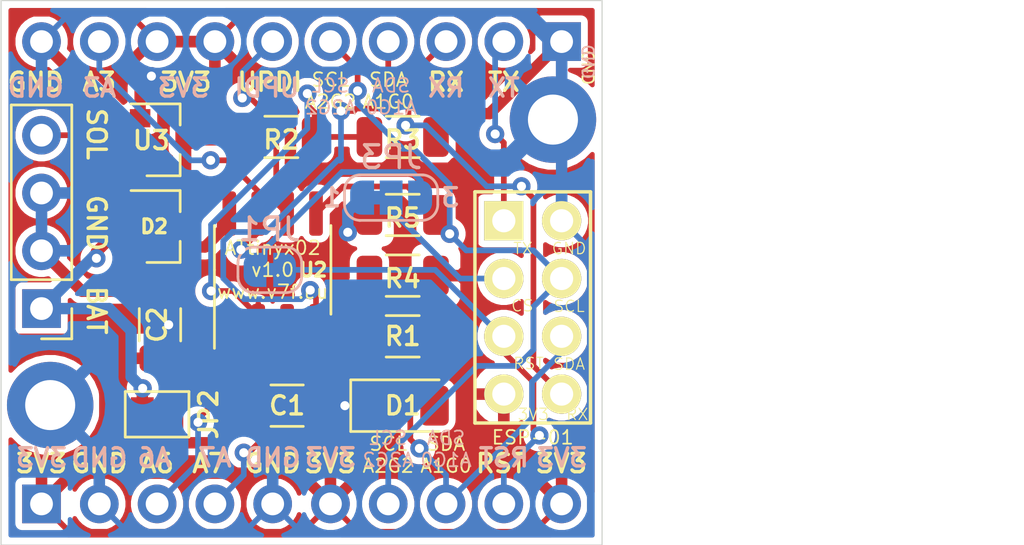
<source format=kicad_pcb>
(kicad_pcb (version 20171130) (host pcbnew 5.1.10-88a1d61d58~90~ubuntu20.04.1)

  (general
    (thickness 1.6)
    (drawings 55)
    (tracks 280)
    (zones 0)
    (modules 20)
    (nets 17)
  )

  (page A4)
  (title_block
    (title "ESP Attiny")
    (date 2021-06-19)
    (rev 0.1)
    (company www.v7f.eu)
  )

  (layers
    (0 F.Cu signal)
    (31 B.Cu signal)
    (32 B.Adhes user)
    (33 F.Adhes user)
    (34 B.Paste user)
    (35 F.Paste user)
    (36 B.SilkS user)
    (37 F.SilkS user)
    (38 B.Mask user)
    (39 F.Mask user)
    (40 Dwgs.User user)
    (41 Cmts.User user)
    (42 Eco1.User user)
    (43 Eco2.User user)
    (44 Edge.Cuts user)
    (45 Margin user)
    (46 B.CrtYd user)
    (47 F.CrtYd user)
    (48 B.Fab user hide)
    (49 F.Fab user hide)
  )

  (setup
    (last_trace_width 0.25)
    (trace_clearance 0.25)
    (zone_clearance 0.3)
    (zone_45_only no)
    (trace_min 0.25)
    (via_size 0.8)
    (via_drill 0.4)
    (via_min_size 0.4)
    (via_min_drill 0.3)
    (uvia_size 0.3)
    (uvia_drill 0.1)
    (uvias_allowed no)
    (uvia_min_size 0.2)
    (uvia_min_drill 0.1)
    (edge_width 0.05)
    (segment_width 0.2)
    (pcb_text_width 0.3)
    (pcb_text_size 1.5 1.5)
    (mod_edge_width 0.12)
    (mod_text_size 1 1)
    (mod_text_width 0.15)
    (pad_size 3.8 3.8)
    (pad_drill 2.2)
    (pad_to_mask_clearance 0)
    (aux_axis_origin 0 0)
    (visible_elements 7FFFFFFF)
    (pcbplotparams
      (layerselection 0x010fc_ffffffff)
      (usegerberextensions false)
      (usegerberattributes true)
      (usegerberadvancedattributes true)
      (creategerberjobfile true)
      (excludeedgelayer true)
      (linewidth 0.100000)
      (plotframeref false)
      (viasonmask false)
      (mode 1)
      (useauxorigin false)
      (hpglpennumber 1)
      (hpglpenspeed 20)
      (hpglpendiameter 15.000000)
      (psnegative false)
      (psa4output false)
      (plotreference true)
      (plotvalue true)
      (plotinvisibletext false)
      (padsonsilk false)
      (subtractmaskfromsilk false)
      (outputformat 1)
      (mirror false)
      (drillshape 1)
      (scaleselection 1)
      (outputdirectory ""))
  )

  (net 0 "")
  (net 1 GND)
  (net 2 +3V3)
  (net 3 "Net-(D2-Pad2)")
  (net 4 "Net-(D1-Pad2)")
  (net 5 +BATT)
  (net 6 /A7)
  (net 7 /RST)
  (net 8 /TX)
  (net 9 /RX)
  (net 10 /A3)
  (net 11 "Net-(JP3-Pad2)")
  (net 12 /A6)
  (net 13 /SDA-A1)
  (net 14 /SCL-A2)
  (net 15 /UPDI)
  (net 16 "Net-(D2-Pad1)")

  (net_class Default "This is the default net class."
    (clearance 0.25)
    (trace_width 0.25)
    (via_dia 0.8)
    (via_drill 0.4)
    (uvia_dia 0.3)
    (uvia_drill 0.1)
    (diff_pair_width 0.25)
    (diff_pair_gap 0.25)
    (add_net /A3)
    (add_net /A6)
    (add_net /A7)
    (add_net /RST)
    (add_net /RX)
    (add_net /SCL-A2)
    (add_net /SDA-A1)
    (add_net /TX)
    (add_net /UPDI)
    (add_net "Net-(D1-Pad2)")
    (add_net "Net-(D2-Pad1)")
    (add_net "Net-(JP3-Pad2)")
  )

  (net_class power ""
    (clearance 0.25)
    (trace_width 0.5)
    (via_dia 0.8)
    (via_drill 0.4)
    (uvia_dia 0.3)
    (uvia_drill 0.1)
    (diff_pair_width 0.25)
    (diff_pair_gap 0.25)
    (add_net +3V3)
    (add_net +BATT)
    (add_net GND)
    (add_net "Net-(D2-Pad2)")
  )

  (module ESP8266:ESP-01 (layer F.Cu) (tedit 6102F1C8) (tstamp 60CE12F9)
    (at 67.818 50.038)
    (descr "Module, ESP-8266, ESP-01, 8 pin")
    (tags "Module ESP-8266 ESP8266")
    (path /60CDAFCF)
    (fp_text reference U1 (at 0.254 -4.572) (layer F.SilkS) hide
      (effects (font (size 1 1) (thickness 0.15)))
    )
    (fp_text value ESP-01v090 (at 12.192 3.556) (layer F.Fab)
      (effects (font (size 1 1) (thickness 0.15)))
    )
    (fp_line (start -1.778 -3.302) (end 22.86 -3.302) (layer F.Fab) (width 0.05))
    (fp_line (start 22.86 -3.302) (end 22.86 10.922) (layer F.Fab) (width 0.05))
    (fp_line (start 22.86 10.922) (end -1.778 10.922) (layer F.Fab) (width 0.05))
    (fp_line (start -1.778 10.922) (end -1.778 -3.302) (layer F.Fab) (width 0.05))
    (fp_line (start 1.27 -1.27) (end -1.27 -1.27) (layer F.SilkS) (width 0.1524))
    (fp_line (start -1.27 -1.27) (end -1.27 1.27) (layer F.SilkS) (width 0.1524))
    (fp_line (start -1.75 -1.75) (end -1.75 9.4) (layer F.CrtYd) (width 0.05))
    (fp_line (start 4.3 -1.75) (end 4.3 9.4) (layer F.CrtYd) (width 0.05))
    (fp_line (start -1.75 -1.75) (end 4.3 -1.75) (layer F.CrtYd) (width 0.05))
    (fp_line (start -1.75 9.4) (end 4.3 9.4) (layer F.CrtYd) (width 0.05))
    (fp_line (start -1.27 1.27) (end -1.27 8.89) (layer F.SilkS) (width 0.1524))
    (fp_line (start -1.27 8.89) (end 3.81 8.89) (layer F.SilkS) (width 0.1524))
    (fp_line (start 3.81 8.89) (end 3.81 -1.27) (layer F.SilkS) (width 0.1524))
    (fp_line (start 3.81 -1.27) (end 1.27 -1.27) (layer F.SilkS) (width 0.1524))
    (pad 1 thru_hole rect (at 0 0) (size 1.7272 1.7272) (drill 1.016) (layers *.Cu *.Mask F.SilkS)
      (net 8 /TX))
    (pad 2 thru_hole oval (at 2.54 0) (size 1.7272 1.7272) (drill 1.016) (layers *.Cu *.Mask F.SilkS)
      (net 1 GND))
    (pad 3 thru_hole oval (at 0 2.54) (size 1.7272 1.7272) (drill 1.016) (layers *.Cu *.Mask F.SilkS)
      (net 11 "Net-(JP3-Pad2)"))
    (pad 4 thru_hole oval (at 2.54 2.54) (size 1.7272 1.7272) (drill 1.016) (layers *.Cu *.Mask F.SilkS)
      (net 14 /SCL-A2))
    (pad 5 thru_hole oval (at 0 5.08) (size 1.7272 1.7272) (drill 1.016) (layers *.Cu *.Mask F.SilkS)
      (net 7 /RST))
    (pad 6 thru_hole oval (at 2.54 5.08) (size 1.7272 1.7272) (drill 1.016) (layers *.Cu *.Mask F.SilkS)
      (net 13 /SDA-A1))
    (pad 7 thru_hole oval (at 0 7.62) (size 1.7272 1.7272) (drill 1.016) (layers *.Cu *.Mask F.SilkS)
      (net 2 +3V3))
    (pad 8 thru_hole oval (at 2.54 7.62) (size 1.7272 1.7272) (drill 1.016) (layers *.Cu *.Mask F.SilkS)
      (net 9 /RX))
  )

  (module Jumper:SolderJumper-2_P1.3mm_Open_Pad1.0x1.5mm (layer F.Cu) (tedit 5A3EABFC) (tstamp 60E6B8C5)
    (at 52.578 58.547 180)
    (descr "SMD Solder Jumper, 1x1.5mm Pads, 0.3mm gap, open")
    (tags "solder jumper open")
    (path /60E6A894)
    (attr virtual)
    (fp_text reference JP2 (at -2.2606 0 270) (layer F.SilkS)
      (effects (font (size 0.8 0.8) (thickness 0.15)))
    )
    (fp_text value SolderJumper_2_Open (at 0 1.9) (layer F.Fab)
      (effects (font (size 1 1) (thickness 0.15)))
    )
    (fp_line (start 1.65 1.25) (end -1.65 1.25) (layer F.CrtYd) (width 0.05))
    (fp_line (start 1.65 1.25) (end 1.65 -1.25) (layer F.CrtYd) (width 0.05))
    (fp_line (start -1.65 -1.25) (end -1.65 1.25) (layer F.CrtYd) (width 0.05))
    (fp_line (start -1.65 -1.25) (end 1.65 -1.25) (layer F.CrtYd) (width 0.05))
    (fp_line (start -1.4 -1) (end 1.4 -1) (layer F.SilkS) (width 0.12))
    (fp_line (start 1.4 -1) (end 1.4 1) (layer F.SilkS) (width 0.12))
    (fp_line (start 1.4 1) (end -1.4 1) (layer F.SilkS) (width 0.12))
    (fp_line (start -1.4 1) (end -1.4 -1) (layer F.SilkS) (width 0.12))
    (pad 1 smd rect (at -0.65 0 180) (size 1 1.5) (layers F.Cu F.Mask)
      (net 2 +3V3))
    (pad 2 smd rect (at 0.65 0 180) (size 1 1.5) (layers F.Cu F.Mask)
      (net 5 +BATT))
  )

  (module Connector_PinHeader_2.54mm:PinHeader_1x10_P2.54mm_Vertical (layer B.Cu) (tedit 60E4405D) (tstamp 60EDCF8A)
    (at 47.498 62.484 270)
    (descr "Through hole straight pin header, 1x10, 2.54mm pitch, single row")
    (tags "Through hole pin header THT 1x10 2.54mm single row")
    (path /60CDCA2E)
    (fp_text reference J1 (at 0 2.33 90) (layer B.SilkS) hide
      (effects (font (size 1 1) (thickness 0.15)) (justify mirror))
    )
    (fp_text value Conn_01x10_Male (at 0 -25.19 90) (layer B.Fab)
      (effects (font (size 1 1) (thickness 0.15)) (justify mirror))
    )
    (fp_line (start 1.8 1.8) (end -1.8 1.8) (layer B.CrtYd) (width 0.05))
    (fp_line (start 1.8 -24.65) (end 1.8 1.8) (layer B.CrtYd) (width 0.05))
    (fp_line (start -1.8 -24.65) (end 1.8 -24.65) (layer B.CrtYd) (width 0.05))
    (fp_line (start -1.8 1.8) (end -1.8 -24.65) (layer B.CrtYd) (width 0.05))
    (fp_text user %R (at 0 -11.43 270) (layer B.Fab)
      (effects (font (size 1 1) (thickness 0.15)) (justify mirror))
    )
    (pad 10 thru_hole oval (at 0 -22.86 270) (size 1.7 1.7) (drill 1) (layers *.Cu *.Mask)
      (net 2 +3V3))
    (pad 9 thru_hole oval (at 0 -20.32 270) (size 1.7 1.7) (drill 1) (layers *.Cu *.Mask)
      (net 7 /RST))
    (pad 8 thru_hole oval (at 0 -17.78 270) (size 1.7 1.7) (drill 1) (layers *.Cu *.Mask)
      (net 13 /SDA-A1))
    (pad 7 thru_hole oval (at 0 -15.24 270) (size 1.7 1.7) (drill 1) (layers *.Cu *.Mask)
      (net 14 /SCL-A2))
    (pad 6 thru_hole oval (at 0 -12.7 270) (size 1.7 1.7) (drill 1) (layers *.Cu *.Mask)
      (net 2 +3V3))
    (pad 5 thru_hole oval (at 0 -10.16 270) (size 1.7 1.7) (drill 1) (layers *.Cu *.Mask)
      (net 1 GND))
    (pad 4 thru_hole oval (at 0 -7.62 270) (size 1.7 1.7) (drill 1) (layers *.Cu *.Mask)
      (net 6 /A7))
    (pad 3 thru_hole oval (at 0 -5.08 270) (size 1.7 1.7) (drill 1) (layers *.Cu *.Mask)
      (net 12 /A6))
    (pad 2 thru_hole oval (at 0 -2.54 270) (size 1.7 1.7) (drill 1) (layers *.Cu *.Mask)
      (net 1 GND))
    (pad 1 thru_hole rect (at 0 0 270) (size 1.7 1.7) (drill 1) (layers *.Cu *.Mask)
      (net 2 +3V3))
    (model ${KISYS3DMOD}/Connector_PinHeader_2.54mm.3dshapes/PinHeader_1x10_P2.54mm_Vertical.wrl
      (at (xyz 0 0 0))
      (scale (xyz 1 1 1))
      (rotate (xyz 0 0 0))
    )
  )

  (module Connector_PinHeader_2.54mm:PinHeader_1x10_P2.54mm_Vertical (layer B.Cu) (tedit 60E43FD2) (tstamp 60CE1970)
    (at 70.358 42.164 90)
    (descr "Through hole straight pin header, 1x10, 2.54mm pitch, single row")
    (tags "Through hole pin header THT 1x10 2.54mm single row")
    (path /60CECE1E)
    (fp_text reference J2 (at 0 0 90) (layer B.SilkS) hide
      (effects (font (size 1 1) (thickness 0.15)) (justify mirror))
    )
    (fp_text value Conn_01x10_Male (at 0 -25.19 270) (layer B.Fab)
      (effects (font (size 1 1) (thickness 0.15)) (justify mirror))
    )
    (fp_line (start 1.8 1.8) (end -1.8 1.8) (layer B.CrtYd) (width 0.05))
    (fp_line (start 1.8 -24.65) (end 1.8 1.8) (layer B.CrtYd) (width 0.05))
    (fp_line (start -1.8 -24.65) (end 1.8 -24.65) (layer B.CrtYd) (width 0.05))
    (fp_line (start -1.8 1.8) (end -1.8 -24.65) (layer B.CrtYd) (width 0.05))
    (fp_text user %R (at 0 -11.43 180) (layer B.Fab)
      (effects (font (size 1 1) (thickness 0.15)) (justify mirror))
    )
    (pad 1 thru_hole rect (at 0 0 90) (size 1.7 1.7) (drill 1) (layers *.Cu *.Mask)
      (net 1 GND))
    (pad 2 thru_hole oval (at 0 -2.54 90) (size 1.7 1.7) (drill 1) (layers *.Cu *.Mask)
      (net 8 /TX))
    (pad 3 thru_hole oval (at 0 -5.08 90) (size 1.7 1.7) (drill 1) (layers *.Cu *.Mask)
      (net 9 /RX))
    (pad 4 thru_hole oval (at 0 -7.62 90) (size 1.7 1.7) (drill 1) (layers *.Cu *.Mask)
      (net 13 /SDA-A1))
    (pad 5 thru_hole oval (at 0 -10.16 90) (size 1.7 1.7) (drill 1) (layers *.Cu *.Mask)
      (net 14 /SCL-A2))
    (pad 6 thru_hole oval (at 0 -12.7 90) (size 1.7 1.7) (drill 1) (layers *.Cu *.Mask)
      (net 15 /UPDI))
    (pad 7 thru_hole oval (at 0 -15.24 90) (size 1.7 1.7) (drill 1) (layers *.Cu *.Mask)
      (net 2 +3V3))
    (pad 8 thru_hole oval (at 0 -17.78 90) (size 1.7 1.7) (drill 1) (layers *.Cu *.Mask)
      (net 2 +3V3))
    (pad 9 thru_hole oval (at 0 -20.32 90) (size 1.7 1.7) (drill 1) (layers *.Cu *.Mask)
      (net 10 /A3))
    (pad 10 thru_hole oval (at 0 -22.86 90) (size 1.7 1.7) (drill 1) (layers *.Cu *.Mask)
      (net 1 GND))
    (model ${KISYS3DMOD}/Connector_PinHeader_2.54mm.3dshapes/PinHeader_1x10_P2.54mm_Vertical.wrl
      (at (xyz 0 0 0))
      (scale (xyz 1 1 1))
      (rotate (xyz 0 0 0))
    )
  )

  (module MountingHole:MountingHole_2.2mm_M2_DIN965_Pad (layer F.Cu) (tedit 60D702ED) (tstamp 60D712CD)
    (at 47.879 58.1406)
    (descr "Mounting Hole 2.2mm, M2, DIN965")
    (tags "mounting hole 2.2mm m2 din965")
    (attr virtual)
    (fp_text reference REF** (at 0 -3.0988) (layer F.SilkS) hide
      (effects (font (size 1 1) (thickness 0.15)))
    )
    (fp_text value MountingHole_2.2mm_M2_DIN965_Pad (at 0 2.9) (layer F.Fab)
      (effects (font (size 1 1) (thickness 0.15)))
    )
    (fp_circle (center 0 0) (end 1.9 0) (layer Cmts.User) (width 0.15))
    (fp_circle (center 0 0) (end 2.15 0) (layer F.CrtYd) (width 0.05))
    (fp_text user %R (at 0.3 0) (layer F.Fab)
      (effects (font (size 1 1) (thickness 0.15)))
    )
    (pad 1 thru_hole circle (at 0 0) (size 3.8 3.8) (drill 2.2) (layers *.Cu *.Mask)
      (net 1 GND))
  )

  (module MountingHole:MountingHole_2.2mm_M2_DIN965_Pad (layer F.Cu) (tedit 60D702CA) (tstamp 60FFDBB7)
    (at 69.977 45.593)
    (descr "Mounting Hole 2.2mm, M2, DIN965")
    (tags "mounting hole 2.2mm m2 din965")
    (attr virtual)
    (fp_text reference REF** (at 0 -2.9) (layer F.SilkS) hide
      (effects (font (size 1 1) (thickness 0.15)))
    )
    (fp_text value MountingHole_2.2mm_M2_DIN965_Pad (at 0 2.9) (layer F.Fab)
      (effects (font (size 1 1) (thickness 0.15)))
    )
    (fp_circle (center 0 0) (end 1.9 0) (layer Cmts.User) (width 0.15))
    (fp_circle (center 0 0) (end 2.15 0) (layer F.CrtYd) (width 0.05))
    (fp_text user %R (at 0.3 0) (layer F.Fab)
      (effects (font (size 1 1) (thickness 0.15)))
    )
    (pad 1 thru_hole circle (at 0 0) (size 3.8 3.8) (drill 2.2) (layers *.Cu *.Mask)
      (net 1 GND))
  )

  (module Jumper:SolderJumper-2_P1.3mm_Bridged_RoundedPad1.0x1.5mm (layer B.Cu) (tedit 5C745284) (tstamp 60DD6465)
    (at 57.531 52.197)
    (descr "SMD Solder Jumper, 1x1.5mm, rounded Pads, 0.3mm gap, bridged with 1 copper strip")
    (tags "solder jumper open")
    (path /60DEB11A)
    (attr virtual)
    (fp_text reference JP1 (at -0.015 -1.778) (layer B.SilkS)
      (effects (font (size 1 1) (thickness 0.15)) (justify mirror))
    )
    (fp_text value SolderJumper_2 (at 0 -1.9) (layer B.Fab)
      (effects (font (size 1 1) (thickness 0.15)) (justify mirror))
    )
    (fp_line (start -1.4 -0.3) (end -1.4 0.3) (layer B.SilkS) (width 0.12))
    (fp_line (start 0.7 -1) (end -0.7 -1) (layer B.SilkS) (width 0.12))
    (fp_line (start 1.4 0.3) (end 1.4 -0.3) (layer B.SilkS) (width 0.12))
    (fp_line (start -0.7 1) (end 0.7 1) (layer B.SilkS) (width 0.12))
    (fp_line (start -1.65 1.25) (end 1.65 1.25) (layer B.CrtYd) (width 0.05))
    (fp_line (start -1.65 1.25) (end -1.65 -1.25) (layer B.CrtYd) (width 0.05))
    (fp_line (start 1.65 -1.25) (end 1.65 1.25) (layer B.CrtYd) (width 0.05))
    (fp_line (start 1.65 -1.25) (end -1.65 -1.25) (layer B.CrtYd) (width 0.05))
    (fp_poly (pts (xy 0.25 0.3) (xy -0.25 0.3) (xy -0.25 -0.3) (xy 0.25 -0.3)) (layer B.Cu) (width 0))
    (fp_arc (start 0.7 0.3) (end 1.4 0.3) (angle 90) (layer B.SilkS) (width 0.12))
    (fp_arc (start 0.7 -0.3) (end 0.7 -1) (angle 90) (layer B.SilkS) (width 0.12))
    (fp_arc (start -0.7 -0.3) (end -1.4 -0.3) (angle 90) (layer B.SilkS) (width 0.12))
    (fp_arc (start -0.7 0.3) (end -0.7 1) (angle 90) (layer B.SilkS) (width 0.12))
    (pad 2 smd custom (at 0.65 0) (size 1 0.5) (layers B.Cu B.Mask)
      (net 7 /RST) (zone_connect 2)
      (options (clearance outline) (anchor rect))
      (primitives
        (gr_circle (center 0 -0.25) (end 0.5 -0.25) (width 0))
        (gr_circle (center 0 0.25) (end 0.5 0.25) (width 0))
        (gr_poly (pts
           (xy 0 0.75) (xy -0.5 0.75) (xy -0.5 -0.75) (xy 0 -0.75)) (width 0))
      ))
    (pad 1 smd custom (at -0.65 0) (size 1 0.5) (layers B.Cu B.Mask)
      (net 10 /A3) (zone_connect 2)
      (options (clearance outline) (anchor rect))
      (primitives
        (gr_circle (center 0 -0.25) (end 0.5 -0.25) (width 0))
        (gr_circle (center 0 0.25) (end 0.5 0.25) (width 0))
        (gr_poly (pts
           (xy 0 0.75) (xy 0.5 0.75) (xy 0.5 -0.75) (xy 0 -0.75)) (width 0))
      ))
  )

  (module Jumper:SolderJumper-3_P1.3mm_Bridged12_RoundedPad1.0x1.5mm_NumberLabels (layer B.Cu) (tedit 5C745336) (tstamp 60F588F7)
    (at 62.865 49.022)
    (descr "SMD Solder 3-pad Jumper, 1x1.5mm rounded Pads, 0.3mm gap, pads 1-2 bridged with 1 copper strip, labeled with numbers")
    (tags "solder jumper open")
    (path /60EC5FD3)
    (attr virtual)
    (fp_text reference JP3 (at 0 -1.778) (layer B.SilkS)
      (effects (font (size 1 1) (thickness 0.15)) (justify mirror))
    )
    (fp_text value SolderJumper_3_Bridged12 (at 0 -1.9) (layer B.Fab)
      (effects (font (size 1 1) (thickness 0.15)) (justify mirror))
    )
    (fp_line (start -2.05 -0.3) (end -2.05 0.3) (layer B.SilkS) (width 0.12))
    (fp_line (start 1.4 -1) (end -1.4 -1) (layer B.SilkS) (width 0.12))
    (fp_line (start 2.05 0.3) (end 2.05 -0.3) (layer B.SilkS) (width 0.12))
    (fp_line (start -1.4 1) (end 1.4 1) (layer B.SilkS) (width 0.12))
    (fp_line (start -2.3 1.25) (end 2.3 1.25) (layer B.CrtYd) (width 0.05))
    (fp_line (start -2.3 1.25) (end -2.3 -1.25) (layer B.CrtYd) (width 0.05))
    (fp_line (start 2.3 -1.25) (end 2.3 1.25) (layer B.CrtYd) (width 0.05))
    (fp_line (start 2.3 -1.25) (end -2.3 -1.25) (layer B.CrtYd) (width 0.05))
    (fp_poly (pts (xy -0.9 0.3) (xy -0.4 0.3) (xy -0.4 -0.3) (xy -0.9 -0.3)) (layer B.Cu) (width 0))
    (fp_text user 3 (at 2.6 0) (layer B.SilkS)
      (effects (font (size 0.8 0.8) (thickness 0.15)) (justify mirror))
    )
    (fp_text user 1 (at -2.6 0) (layer B.SilkS)
      (effects (font (size 0.8 0.8) (thickness 0.15)) (justify mirror))
    )
    (fp_arc (start 1.35 0.3) (end 2.05 0.3) (angle 90) (layer B.SilkS) (width 0.12))
    (fp_arc (start 1.35 -0.3) (end 1.35 -1) (angle 90) (layer B.SilkS) (width 0.12))
    (fp_arc (start -1.35 -0.3) (end -2.05 -0.3) (angle 90) (layer B.SilkS) (width 0.12))
    (fp_arc (start -1.35 0.3) (end -1.35 1) (angle 90) (layer B.SilkS) (width 0.12))
    (pad 3 smd custom (at 1.3 0) (size 1 0.5) (layers B.Cu B.Mask)
      (net 10 /A3) (zone_connect 2)
      (options (clearance outline) (anchor rect))
      (primitives
        (gr_circle (center 0 -0.25) (end 0.5 -0.25) (width 0))
        (gr_circle (center 0 0.25) (end 0.5 0.25) (width 0))
        (gr_poly (pts
           (xy -0.55 0.75) (xy 0 0.75) (xy 0 -0.75) (xy -0.55 -0.75)) (width 0))
      ))
    (pad 2 smd rect (at 0 0) (size 1 1.5) (layers B.Cu B.Mask)
      (net 11 "Net-(JP3-Pad2)"))
    (pad 1 smd custom (at -1.3 0) (size 1 0.5) (layers B.Cu B.Mask)
      (net 2 +3V3) (zone_connect 2)
      (options (clearance outline) (anchor rect))
      (primitives
        (gr_poly (pts
           (xy 0.55 0.75) (xy 0 0.75) (xy 0 -0.75) (xy 0.55 -0.75)) (width 0))
        (gr_circle (center 0 -0.25) (end 0.5 -0.25) (width 0))
        (gr_circle (center 0 0.25) (end 0.5 0.25) (width 0))
      ))
  )

  (module Capacitor_SMD:C_1206_3216Metric (layer F.Cu) (tedit 5F68FEEE) (tstamp 60FFC97F)
    (at 58.293 58.166)
    (descr "Capacitor SMD 1206 (3216 Metric), square (rectangular) end terminal, IPC_7351 nominal, (Body size source: IPC-SM-782 page 76, https://www.pcb-3d.com/wordpress/wp-content/uploads/ipc-sm-782a_amendment_1_and_2.pdf), generated with kicad-footprint-generator")
    (tags capacitor)
    (path /60CEE919)
    (attr smd)
    (fp_text reference C1 (at 0 0) (layer F.SilkS)
      (effects (font (size 0.8 0.8) (thickness 0.15)))
    )
    (fp_text value 1u (at 0 1.85) (layer F.Fab)
      (effects (font (size 1 1) (thickness 0.15)))
    )
    (fp_line (start 2.3 1.15) (end -2.3 1.15) (layer F.CrtYd) (width 0.05))
    (fp_line (start 2.3 -1.15) (end 2.3 1.15) (layer F.CrtYd) (width 0.05))
    (fp_line (start -2.3 -1.15) (end 2.3 -1.15) (layer F.CrtYd) (width 0.05))
    (fp_line (start -2.3 1.15) (end -2.3 -1.15) (layer F.CrtYd) (width 0.05))
    (fp_line (start -0.711252 0.91) (end 0.711252 0.91) (layer F.SilkS) (width 0.12))
    (fp_line (start -0.711252 -0.91) (end 0.711252 -0.91) (layer F.SilkS) (width 0.12))
    (fp_line (start 1.6 0.8) (end -1.6 0.8) (layer F.Fab) (width 0.1))
    (fp_line (start 1.6 -0.8) (end 1.6 0.8) (layer F.Fab) (width 0.1))
    (fp_line (start -1.6 -0.8) (end 1.6 -0.8) (layer F.Fab) (width 0.1))
    (fp_line (start -1.6 0.8) (end -1.6 -0.8) (layer F.Fab) (width 0.1))
    (fp_text user %R (at 0 0) (layer F.Fab)
      (effects (font (size 0.8 0.8) (thickness 0.12)))
    )
    (pad 1 smd roundrect (at -1.475 0) (size 1.15 1.8) (layers F.Cu F.Paste F.Mask) (roundrect_rratio 0.217391)
      (net 5 +BATT))
    (pad 2 smd roundrect (at 1.475 0) (size 1.15 1.8) (layers F.Cu F.Paste F.Mask) (roundrect_rratio 0.217391)
      (net 1 GND))
    (model ${KISYS3DMOD}/Capacitor_SMD.3dshapes/C_1206_3216Metric.wrl
      (at (xyz 0 0 0))
      (scale (xyz 1 1 1))
      (rotate (xyz 0 0 0))
    )
  )

  (module Capacitor_SMD:C_1206_3216Metric (layer F.Cu) (tedit 5F68FEEE) (tstamp 60FFC98F)
    (at 52.705 54.61 90)
    (descr "Capacitor SMD 1206 (3216 Metric), square (rectangular) end terminal, IPC_7351 nominal, (Body size source: IPC-SM-782 page 76, https://www.pcb-3d.com/wordpress/wp-content/uploads/ipc-sm-782a_amendment_1_and_2.pdf), generated with kicad-footprint-generator")
    (tags capacitor)
    (path /60CEAC44)
    (attr smd)
    (fp_text reference C2 (at 0 -0.127 90) (layer F.SilkS)
      (effects (font (size 0.8 0.8) (thickness 0.15)))
    )
    (fp_text value 1u (at 0 1.85 90) (layer F.Fab)
      (effects (font (size 1 1) (thickness 0.15)))
    )
    (fp_line (start -1.6 0.8) (end -1.6 -0.8) (layer F.Fab) (width 0.1))
    (fp_line (start -1.6 -0.8) (end 1.6 -0.8) (layer F.Fab) (width 0.1))
    (fp_line (start 1.6 -0.8) (end 1.6 0.8) (layer F.Fab) (width 0.1))
    (fp_line (start 1.6 0.8) (end -1.6 0.8) (layer F.Fab) (width 0.1))
    (fp_line (start -0.711252 -0.91) (end 0.711252 -0.91) (layer F.SilkS) (width 0.12))
    (fp_line (start -0.711252 0.91) (end 0.711252 0.91) (layer F.SilkS) (width 0.12))
    (fp_line (start -2.3 1.15) (end -2.3 -1.15) (layer F.CrtYd) (width 0.05))
    (fp_line (start -2.3 -1.15) (end 2.3 -1.15) (layer F.CrtYd) (width 0.05))
    (fp_line (start 2.3 -1.15) (end 2.3 1.15) (layer F.CrtYd) (width 0.05))
    (fp_line (start 2.3 1.15) (end -2.3 1.15) (layer F.CrtYd) (width 0.05))
    (fp_text user %R (at 0 0 90) (layer F.Fab)
      (effects (font (size 0.8 0.8) (thickness 0.12)))
    )
    (pad 2 smd roundrect (at 1.475 0 90) (size 1.15 1.8) (layers F.Cu F.Paste F.Mask) (roundrect_rratio 0.217391)
      (net 1 GND))
    (pad 1 smd roundrect (at -1.475 0 90) (size 1.15 1.8) (layers F.Cu F.Paste F.Mask) (roundrect_rratio 0.217391)
      (net 2 +3V3))
    (model ${KISYS3DMOD}/Capacitor_SMD.3dshapes/C_1206_3216Metric.wrl
      (at (xyz 0 0 0))
      (scale (xyz 1 1 1))
      (rotate (xyz 0 0 0))
    )
  )

  (module Resistor_SMD:R_1206_3216Metric (layer F.Cu) (tedit 5F68FEEE) (tstamp 60FFC9B1)
    (at 63.373 55.118)
    (descr "Resistor SMD 1206 (3216 Metric), square (rectangular) end terminal, IPC_7351 nominal, (Body size source: IPC-SM-782 page 72, https://www.pcb-3d.com/wordpress/wp-content/uploads/ipc-sm-782a_amendment_1_and_2.pdf), generated with kicad-footprint-generator")
    (tags resistor)
    (path /60CEC878)
    (attr smd)
    (fp_text reference R1 (at 0 0) (layer F.SilkS)
      (effects (font (size 0.8 0.8) (thickness 0.15)))
    )
    (fp_text value 220 (at 0 1.82) (layer F.Fab)
      (effects (font (size 1 1) (thickness 0.15)))
    )
    (fp_line (start 2.28 1.12) (end -2.28 1.12) (layer F.CrtYd) (width 0.05))
    (fp_line (start 2.28 -1.12) (end 2.28 1.12) (layer F.CrtYd) (width 0.05))
    (fp_line (start -2.28 -1.12) (end 2.28 -1.12) (layer F.CrtYd) (width 0.05))
    (fp_line (start -2.28 1.12) (end -2.28 -1.12) (layer F.CrtYd) (width 0.05))
    (fp_line (start -0.727064 0.91) (end 0.727064 0.91) (layer F.SilkS) (width 0.12))
    (fp_line (start -0.727064 -0.91) (end 0.727064 -0.91) (layer F.SilkS) (width 0.12))
    (fp_line (start 1.6 0.8) (end -1.6 0.8) (layer F.Fab) (width 0.1))
    (fp_line (start 1.6 -0.8) (end 1.6 0.8) (layer F.Fab) (width 0.1))
    (fp_line (start -1.6 -0.8) (end 1.6 -0.8) (layer F.Fab) (width 0.1))
    (fp_line (start -1.6 0.8) (end -1.6 -0.8) (layer F.Fab) (width 0.1))
    (fp_text user %R (at 0 0) (layer F.Fab)
      (effects (font (size 0.8 0.8) (thickness 0.12)))
    )
    (pad 1 smd roundrect (at -1.4625 0) (size 1.125 1.75) (layers F.Cu F.Paste F.Mask) (roundrect_rratio 0.222222)
      (net 6 /A7))
    (pad 2 smd roundrect (at 1.4625 0) (size 1.125 1.75) (layers F.Cu F.Paste F.Mask) (roundrect_rratio 0.222222)
      (net 4 "Net-(D1-Pad2)"))
    (model ${KISYS3DMOD}/Resistor_SMD.3dshapes/R_1206_3216Metric.wrl
      (at (xyz 0 0 0))
      (scale (xyz 1 1 1))
      (rotate (xyz 0 0 0))
    )
  )

  (module Resistor_SMD:R_1206_3216Metric (layer F.Cu) (tedit 5F68FEEE) (tstamp 60FFC9C1)
    (at 58.039 46.355 180)
    (descr "Resistor SMD 1206 (3216 Metric), square (rectangular) end terminal, IPC_7351 nominal, (Body size source: IPC-SM-782 page 72, https://www.pcb-3d.com/wordpress/wp-content/uploads/ipc-sm-782a_amendment_1_and_2.pdf), generated with kicad-footprint-generator")
    (tags resistor)
    (path /60ECB325)
    (attr smd)
    (fp_text reference R2 (at 0 -0.127) (layer F.SilkS)
      (effects (font (size 0.8 0.8) (thickness 0.15)))
    )
    (fp_text value 1M (at 0 1.82) (layer F.Fab)
      (effects (font (size 1 1) (thickness 0.15)))
    )
    (fp_line (start 2.28 1.12) (end -2.28 1.12) (layer F.CrtYd) (width 0.05))
    (fp_line (start 2.28 -1.12) (end 2.28 1.12) (layer F.CrtYd) (width 0.05))
    (fp_line (start -2.28 -1.12) (end 2.28 -1.12) (layer F.CrtYd) (width 0.05))
    (fp_line (start -2.28 1.12) (end -2.28 -1.12) (layer F.CrtYd) (width 0.05))
    (fp_line (start -0.727064 0.91) (end 0.727064 0.91) (layer F.SilkS) (width 0.12))
    (fp_line (start -0.727064 -0.91) (end 0.727064 -0.91) (layer F.SilkS) (width 0.12))
    (fp_line (start 1.6 0.8) (end -1.6 0.8) (layer F.Fab) (width 0.1))
    (fp_line (start 1.6 -0.8) (end 1.6 0.8) (layer F.Fab) (width 0.1))
    (fp_line (start -1.6 -0.8) (end 1.6 -0.8) (layer F.Fab) (width 0.1))
    (fp_line (start -1.6 0.8) (end -1.6 -0.8) (layer F.Fab) (width 0.1))
    (fp_text user %R (at 0 0) (layer F.Fab)
      (effects (font (size 0.8 0.8) (thickness 0.12)))
    )
    (pad 1 smd roundrect (at -1.4625 0 180) (size 1.125 1.75) (layers F.Cu F.Paste F.Mask) (roundrect_rratio 0.222222)
      (net 12 /A6))
    (pad 2 smd roundrect (at 1.4625 0 180) (size 1.125 1.75) (layers F.Cu F.Paste F.Mask) (roundrect_rratio 0.222222)
      (net 5 +BATT))
    (model ${KISYS3DMOD}/Resistor_SMD.3dshapes/R_1206_3216Metric.wrl
      (at (xyz 0 0 0))
      (scale (xyz 1 1 1))
      (rotate (xyz 0 0 0))
    )
  )

  (module Resistor_SMD:R_1206_3216Metric (layer F.Cu) (tedit 5F68FEEE) (tstamp 60FFC9D1)
    (at 63.373 46.355 180)
    (descr "Resistor SMD 1206 (3216 Metric), square (rectangular) end terminal, IPC_7351 nominal, (Body size source: IPC-SM-782 page 72, https://www.pcb-3d.com/wordpress/wp-content/uploads/ipc-sm-782a_amendment_1_and_2.pdf), generated with kicad-footprint-generator")
    (tags resistor)
    (path /60ECBBB2)
    (attr smd)
    (fp_text reference R3 (at 0 -0.127) (layer F.SilkS)
      (effects (font (size 0.8 0.8) (thickness 0.15)))
    )
    (fp_text value 1M (at 0 1.82) (layer F.Fab)
      (effects (font (size 1 1) (thickness 0.15)))
    )
    (fp_line (start -1.6 0.8) (end -1.6 -0.8) (layer F.Fab) (width 0.1))
    (fp_line (start -1.6 -0.8) (end 1.6 -0.8) (layer F.Fab) (width 0.1))
    (fp_line (start 1.6 -0.8) (end 1.6 0.8) (layer F.Fab) (width 0.1))
    (fp_line (start 1.6 0.8) (end -1.6 0.8) (layer F.Fab) (width 0.1))
    (fp_line (start -0.727064 -0.91) (end 0.727064 -0.91) (layer F.SilkS) (width 0.12))
    (fp_line (start -0.727064 0.91) (end 0.727064 0.91) (layer F.SilkS) (width 0.12))
    (fp_line (start -2.28 1.12) (end -2.28 -1.12) (layer F.CrtYd) (width 0.05))
    (fp_line (start -2.28 -1.12) (end 2.28 -1.12) (layer F.CrtYd) (width 0.05))
    (fp_line (start 2.28 -1.12) (end 2.28 1.12) (layer F.CrtYd) (width 0.05))
    (fp_line (start 2.28 1.12) (end -2.28 1.12) (layer F.CrtYd) (width 0.05))
    (fp_text user %R (at 0 0) (layer F.Fab)
      (effects (font (size 0.8 0.8) (thickness 0.12)))
    )
    (pad 2 smd roundrect (at 1.4625 0 180) (size 1.125 1.75) (layers F.Cu F.Paste F.Mask) (roundrect_rratio 0.222222)
      (net 12 /A6))
    (pad 1 smd roundrect (at -1.4625 0 180) (size 1.125 1.75) (layers F.Cu F.Paste F.Mask) (roundrect_rratio 0.222222)
      (net 1 GND))
    (model ${KISYS3DMOD}/Resistor_SMD.3dshapes/R_1206_3216Metric.wrl
      (at (xyz 0 0 0))
      (scale (xyz 1 1 1))
      (rotate (xyz 0 0 0))
    )
  )

  (module Resistor_SMD:R_1206_3216Metric (layer F.Cu) (tedit 5F68FEEE) (tstamp 61012F2B)
    (at 63.373 52.451 180)
    (descr "Resistor SMD 1206 (3216 Metric), square (rectangular) end terminal, IPC_7351 nominal, (Body size source: IPC-SM-782 page 72, https://www.pcb-3d.com/wordpress/wp-content/uploads/ipc-sm-782a_amendment_1_and_2.pdf), generated with kicad-footprint-generator")
    (tags resistor)
    (path /60DC2CEA)
    (attr smd)
    (fp_text reference R4 (at 0 -0.127) (layer F.SilkS)
      (effects (font (size 0.8 0.8) (thickness 0.15)))
    )
    (fp_text value 4k7 (at 0 1.82) (layer F.Fab)
      (effects (font (size 1 1) (thickness 0.15)))
    )
    (fp_line (start 2.28 1.12) (end -2.28 1.12) (layer F.CrtYd) (width 0.05))
    (fp_line (start 2.28 -1.12) (end 2.28 1.12) (layer F.CrtYd) (width 0.05))
    (fp_line (start -2.28 -1.12) (end 2.28 -1.12) (layer F.CrtYd) (width 0.05))
    (fp_line (start -2.28 1.12) (end -2.28 -1.12) (layer F.CrtYd) (width 0.05))
    (fp_line (start -0.727064 0.91) (end 0.727064 0.91) (layer F.SilkS) (width 0.12))
    (fp_line (start -0.727064 -0.91) (end 0.727064 -0.91) (layer F.SilkS) (width 0.12))
    (fp_line (start 1.6 0.8) (end -1.6 0.8) (layer F.Fab) (width 0.1))
    (fp_line (start 1.6 -0.8) (end 1.6 0.8) (layer F.Fab) (width 0.1))
    (fp_line (start -1.6 -0.8) (end 1.6 -0.8) (layer F.Fab) (width 0.1))
    (fp_line (start -1.6 0.8) (end -1.6 -0.8) (layer F.Fab) (width 0.1))
    (fp_text user %R (at 0 0) (layer F.Fab)
      (effects (font (size 0.8 0.8) (thickness 0.12)))
    )
    (pad 1 smd roundrect (at -1.4625 0 180) (size 1.125 1.75) (layers F.Cu F.Paste F.Mask) (roundrect_rratio 0.222222)
      (net 2 +3V3))
    (pad 2 smd roundrect (at 1.4625 0 180) (size 1.125 1.75) (layers F.Cu F.Paste F.Mask) (roundrect_rratio 0.222222)
      (net 13 /SDA-A1))
    (model ${KISYS3DMOD}/Resistor_SMD.3dshapes/R_1206_3216Metric.wrl
      (at (xyz 0 0 0))
      (scale (xyz 1 1 1))
      (rotate (xyz 0 0 0))
    )
  )

  (module Resistor_SMD:R_1206_3216Metric (layer F.Cu) (tedit 5F68FEEE) (tstamp 60FFDC8A)
    (at 63.373 49.784)
    (descr "Resistor SMD 1206 (3216 Metric), square (rectangular) end terminal, IPC_7351 nominal, (Body size source: IPC-SM-782 page 72, https://www.pcb-3d.com/wordpress/wp-content/uploads/ipc-sm-782a_amendment_1_and_2.pdf), generated with kicad-footprint-generator")
    (tags resistor)
    (path /60DC4A30)
    (attr smd)
    (fp_text reference R5 (at 0 0.127) (layer F.SilkS)
      (effects (font (size 0.8 0.8) (thickness 0.15)))
    )
    (fp_text value 4k7 (at 0 1.82) (layer F.Fab)
      (effects (font (size 1 1) (thickness 0.15)))
    )
    (fp_line (start -1.6 0.8) (end -1.6 -0.8) (layer F.Fab) (width 0.1))
    (fp_line (start -1.6 -0.8) (end 1.6 -0.8) (layer F.Fab) (width 0.1))
    (fp_line (start 1.6 -0.8) (end 1.6 0.8) (layer F.Fab) (width 0.1))
    (fp_line (start 1.6 0.8) (end -1.6 0.8) (layer F.Fab) (width 0.1))
    (fp_line (start -0.727064 -0.91) (end 0.727064 -0.91) (layer F.SilkS) (width 0.12))
    (fp_line (start -0.727064 0.91) (end 0.727064 0.91) (layer F.SilkS) (width 0.12))
    (fp_line (start -2.28 1.12) (end -2.28 -1.12) (layer F.CrtYd) (width 0.05))
    (fp_line (start -2.28 -1.12) (end 2.28 -1.12) (layer F.CrtYd) (width 0.05))
    (fp_line (start 2.28 -1.12) (end 2.28 1.12) (layer F.CrtYd) (width 0.05))
    (fp_line (start 2.28 1.12) (end -2.28 1.12) (layer F.CrtYd) (width 0.05))
    (fp_text user %R (at 0 0) (layer F.Fab)
      (effects (font (size 0.8 0.8) (thickness 0.12)))
    )
    (pad 2 smd roundrect (at 1.4625 0) (size 1.125 1.75) (layers F.Cu F.Paste F.Mask) (roundrect_rratio 0.222222)
      (net 14 /SCL-A2))
    (pad 1 smd roundrect (at -1.4625 0) (size 1.125 1.75) (layers F.Cu F.Paste F.Mask) (roundrect_rratio 0.222222)
      (net 2 +3V3))
    (model ${KISYS3DMOD}/Resistor_SMD.3dshapes/R_1206_3216Metric.wrl
      (at (xyz 0 0 0))
      (scale (xyz 1 1 1))
      (rotate (xyz 0 0 0))
    )
  )

  (module Package_SO:SOIC-8_3.9x4.9mm_P1.27mm (layer F.Cu) (tedit 5D9F72B1) (tstamp 60FFCA1A)
    (at 57.658 52.197 90)
    (descr "SOIC, 8 Pin (JEDEC MS-012AA, https://www.analog.com/media/en/package-pcb-resources/package/pkg_pdf/soic_narrow-r/r_8.pdf), generated with kicad-footprint-generator ipc_gullwing_generator.py")
    (tags "SOIC SO")
    (path /60FF5A27)
    (attr smd)
    (fp_text reference U2 (at 0 1.778 180) (layer F.SilkS)
      (effects (font (size 0.6 0.6) (thickness 0.15)))
    )
    (fp_text value ATtiny402-SS (at 0 3.4 90) (layer F.Fab)
      (effects (font (size 1 1) (thickness 0.15)))
    )
    (fp_line (start 3.7 -2.7) (end -3.7 -2.7) (layer F.CrtYd) (width 0.05))
    (fp_line (start 3.7 2.7) (end 3.7 -2.7) (layer F.CrtYd) (width 0.05))
    (fp_line (start -3.7 2.7) (end 3.7 2.7) (layer F.CrtYd) (width 0.05))
    (fp_line (start -3.7 -2.7) (end -3.7 2.7) (layer F.CrtYd) (width 0.05))
    (fp_line (start -1.95 -1.475) (end -0.975 -2.45) (layer F.Fab) (width 0.1))
    (fp_line (start -1.95 2.45) (end -1.95 -1.475) (layer F.Fab) (width 0.1))
    (fp_line (start 1.95 2.45) (end -1.95 2.45) (layer F.Fab) (width 0.1))
    (fp_line (start 1.95 -2.45) (end 1.95 2.45) (layer F.Fab) (width 0.1))
    (fp_line (start -0.975 -2.45) (end 1.95 -2.45) (layer F.Fab) (width 0.1))
    (fp_line (start 0 -2.56) (end -3.45 -2.56) (layer F.SilkS) (width 0.12))
    (fp_line (start 0 -2.56) (end 1.95 -2.56) (layer F.SilkS) (width 0.12))
    (fp_line (start 0 2.56) (end -1.95 2.56) (layer F.SilkS) (width 0.12))
    (fp_line (start 0 2.56) (end 1.95 2.56) (layer F.SilkS) (width 0.12))
    (fp_text user %R (at 0 0 90) (layer F.Fab)
      (effects (font (size 0.98 0.98) (thickness 0.15)))
    )
    (pad 1 smd roundrect (at -2.475 -1.905 90) (size 1.95 0.6) (layers F.Cu F.Paste F.Mask) (roundrect_rratio 0.25)
      (net 2 +3V3))
    (pad 2 smd roundrect (at -2.475 -0.635 90) (size 1.95 0.6) (layers F.Cu F.Paste F.Mask) (roundrect_rratio 0.25)
      (net 12 /A6))
    (pad 3 smd roundrect (at -2.475 0.635 90) (size 1.95 0.6) (layers F.Cu F.Paste F.Mask) (roundrect_rratio 0.25)
      (net 6 /A7))
    (pad 4 smd roundrect (at -2.475 1.905 90) (size 1.95 0.6) (layers F.Cu F.Paste F.Mask) (roundrect_rratio 0.25)
      (net 13 /SDA-A1))
    (pad 5 smd roundrect (at 2.475 1.905 90) (size 1.95 0.6) (layers F.Cu F.Paste F.Mask) (roundrect_rratio 0.25)
      (net 14 /SCL-A2))
    (pad 6 smd roundrect (at 2.475 0.635 90) (size 1.95 0.6) (layers F.Cu F.Paste F.Mask) (roundrect_rratio 0.25)
      (net 15 /UPDI))
    (pad 7 smd roundrect (at 2.475 -0.635 90) (size 1.95 0.6) (layers F.Cu F.Paste F.Mask) (roundrect_rratio 0.25)
      (net 10 /A3))
    (pad 8 smd roundrect (at 2.475 -1.905 90) (size 1.95 0.6) (layers F.Cu F.Paste F.Mask) (roundrect_rratio 0.25)
      (net 1 GND))
    (model ${KISYS3DMOD}/Package_SO.3dshapes/SOIC-8_3.9x4.9mm_P1.27mm.wrl
      (at (xyz 0 0 0))
      (scale (xyz 1 1 1))
      (rotate (xyz 0 0 0))
    )
  )

  (module Package_TO_SOT_SMD:SOT-23 (layer F.Cu) (tedit 5A02FF57) (tstamp 60FFE023)
    (at 52.832 46.482)
    (descr "SOT-23, Standard")
    (tags SOT-23)
    (path /60CEDF15)
    (attr smd)
    (fp_text reference U3 (at -0.508 0.0254) (layer F.SilkS)
      (effects (font (size 0.8 0.8) (thickness 0.15)))
    )
    (fp_text value MCP1700 (at 0 2.5) (layer F.Fab)
      (effects (font (size 1 1) (thickness 0.15)))
    )
    (fp_line (start 0.76 1.58) (end -0.7 1.58) (layer F.SilkS) (width 0.12))
    (fp_line (start 0.76 -1.58) (end -1.4 -1.58) (layer F.SilkS) (width 0.12))
    (fp_line (start -1.7 1.75) (end -1.7 -1.75) (layer F.CrtYd) (width 0.05))
    (fp_line (start 1.7 1.75) (end -1.7 1.75) (layer F.CrtYd) (width 0.05))
    (fp_line (start 1.7 -1.75) (end 1.7 1.75) (layer F.CrtYd) (width 0.05))
    (fp_line (start -1.7 -1.75) (end 1.7 -1.75) (layer F.CrtYd) (width 0.05))
    (fp_line (start 0.76 -1.58) (end 0.76 -0.65) (layer F.SilkS) (width 0.12))
    (fp_line (start 0.76 1.58) (end 0.76 0.65) (layer F.SilkS) (width 0.12))
    (fp_line (start -0.7 1.52) (end 0.7 1.52) (layer F.Fab) (width 0.1))
    (fp_line (start 0.7 -1.52) (end 0.7 1.52) (layer F.Fab) (width 0.1))
    (fp_line (start -0.7 -0.95) (end -0.15 -1.52) (layer F.Fab) (width 0.1))
    (fp_line (start -0.15 -1.52) (end 0.7 -1.52) (layer F.Fab) (width 0.1))
    (fp_line (start -0.7 -0.95) (end -0.7 1.5) (layer F.Fab) (width 0.1))
    (fp_text user %R (at 0 0 90) (layer F.Fab)
      (effects (font (size 0.5 0.5) (thickness 0.075)))
    )
    (pad 1 smd rect (at -1 -0.95) (size 0.9 0.8) (layers F.Cu F.Paste F.Mask)
      (net 1 GND))
    (pad 2 smd rect (at -1 0.95) (size 0.9 0.8) (layers F.Cu F.Paste F.Mask)
      (net 2 +3V3))
    (pad 3 smd rect (at 1 0) (size 0.9 0.8) (layers F.Cu F.Paste F.Mask)
      (net 5 +BATT))
    (model ${KISYS3DMOD}/Package_TO_SOT_SMD.3dshapes/SOT-23.wrl
      (at (xyz 0 0 0))
      (scale (xyz 1 1 1))
      (rotate (xyz 0 0 0))
    )
  )

  (module Package_TO_SOT_SMD:SOT-23 (layer F.Cu) (tedit 5A02FF57) (tstamp 61012CBD)
    (at 52.832 50.292)
    (descr "SOT-23, Standard")
    (tags SOT-23)
    (path /610A1D50)
    (attr smd)
    (fp_text reference D2 (at -0.381 0) (layer F.SilkS)
      (effects (font (size 0.6 0.6) (thickness 0.15)))
    )
    (fp_text value BAT54S (at 0 2.5) (layer F.Fab)
      (effects (font (size 1 1) (thickness 0.15)))
    )
    (fp_line (start 0.76 1.58) (end -0.7 1.58) (layer F.SilkS) (width 0.12))
    (fp_line (start 0.76 -1.58) (end -1.4 -1.58) (layer F.SilkS) (width 0.12))
    (fp_line (start -1.7 1.75) (end -1.7 -1.75) (layer F.CrtYd) (width 0.05))
    (fp_line (start 1.7 1.75) (end -1.7 1.75) (layer F.CrtYd) (width 0.05))
    (fp_line (start 1.7 -1.75) (end 1.7 1.75) (layer F.CrtYd) (width 0.05))
    (fp_line (start -1.7 -1.75) (end 1.7 -1.75) (layer F.CrtYd) (width 0.05))
    (fp_line (start 0.76 -1.58) (end 0.76 -0.65) (layer F.SilkS) (width 0.12))
    (fp_line (start 0.76 1.58) (end 0.76 0.65) (layer F.SilkS) (width 0.12))
    (fp_line (start -0.7 1.52) (end 0.7 1.52) (layer F.Fab) (width 0.1))
    (fp_line (start 0.7 -1.52) (end 0.7 1.52) (layer F.Fab) (width 0.1))
    (fp_line (start -0.7 -0.95) (end -0.15 -1.52) (layer F.Fab) (width 0.1))
    (fp_line (start -0.15 -1.52) (end 0.7 -1.52) (layer F.Fab) (width 0.1))
    (fp_line (start -0.7 -0.95) (end -0.7 1.5) (layer F.Fab) (width 0.1))
    (fp_text user %R (at 0 0 90) (layer F.Fab)
      (effects (font (size 0.5 0.5) (thickness 0.075)))
    )
    (pad 1 smd rect (at -1 -0.95) (size 0.9 0.8) (layers F.Cu F.Paste F.Mask)
      (net 16 "Net-(D2-Pad1)"))
    (pad 2 smd rect (at -1 0.95) (size 0.9 0.8) (layers F.Cu F.Paste F.Mask)
      (net 3 "Net-(D2-Pad2)"))
    (pad 3 smd rect (at 1 0) (size 0.9 0.8) (layers F.Cu F.Paste F.Mask)
      (net 5 +BATT))
    (model ${KISYS3DMOD}/Package_TO_SOT_SMD.3dshapes/SOT-23.wrl
      (at (xyz 0 0 0))
      (scale (xyz 1 1 1))
      (rotate (xyz 0 0 0))
    )
  )

  (module Connector_PinHeader_2.54mm:PinHeader_1x04_P2.54mm_Vertical (layer F.Cu) (tedit 59FED5CC) (tstamp 61013C9F)
    (at 47.498 53.8988 180)
    (descr "Through hole straight pin header, 1x04, 2.54mm pitch, single row")
    (tags "Through hole pin header THT 1x04 2.54mm single row")
    (path /60CEFE49)
    (fp_text reference J3 (at 0 -2.33) (layer F.SilkS) hide
      (effects (font (size 1 1) (thickness 0.15)))
    )
    (fp_text value Conn_01x04_Male (at 0 9.95) (layer F.Fab)
      (effects (font (size 1 1) (thickness 0.15)))
    )
    (fp_line (start 1.8 -1.8) (end -1.8 -1.8) (layer F.CrtYd) (width 0.05))
    (fp_line (start 1.8 9.4) (end 1.8 -1.8) (layer F.CrtYd) (width 0.05))
    (fp_line (start -1.8 9.4) (end 1.8 9.4) (layer F.CrtYd) (width 0.05))
    (fp_line (start -1.8 -1.8) (end -1.8 9.4) (layer F.CrtYd) (width 0.05))
    (fp_line (start -1.33 -1.33) (end 0 -1.33) (layer F.SilkS) (width 0.12))
    (fp_line (start -1.33 0) (end -1.33 -1.33) (layer F.SilkS) (width 0.12))
    (fp_line (start -1.33 1.27) (end 1.33 1.27) (layer F.SilkS) (width 0.12))
    (fp_line (start 1.33 1.27) (end 1.33 8.95) (layer F.SilkS) (width 0.12))
    (fp_line (start -1.33 1.27) (end -1.33 8.95) (layer F.SilkS) (width 0.12))
    (fp_line (start -1.33 8.95) (end 1.33 8.95) (layer F.SilkS) (width 0.12))
    (fp_line (start -1.27 -0.635) (end -0.635 -1.27) (layer F.Fab) (width 0.1))
    (fp_line (start -1.27 8.89) (end -1.27 -0.635) (layer F.Fab) (width 0.1))
    (fp_line (start 1.27 8.89) (end -1.27 8.89) (layer F.Fab) (width 0.1))
    (fp_line (start 1.27 -1.27) (end 1.27 8.89) (layer F.Fab) (width 0.1))
    (fp_line (start -0.635 -1.27) (end 1.27 -1.27) (layer F.Fab) (width 0.1))
    (fp_text user %R (at 0 3.81 90) (layer F.Fab)
      (effects (font (size 1 1) (thickness 0.15)))
    )
    (pad 1 thru_hole rect (at 0 0 180) (size 1.7 1.7) (drill 1) (layers *.Cu *.Mask)
      (net 5 +BATT))
    (pad 2 thru_hole oval (at 0 2.54 180) (size 1.7 1.7) (drill 1) (layers *.Cu *.Mask)
      (net 1 GND))
    (pad 3 thru_hole oval (at 0 5.08 180) (size 1.7 1.7) (drill 1) (layers *.Cu *.Mask)
      (net 1 GND))
    (pad 4 thru_hole oval (at 0 7.62 180) (size 1.7 1.7) (drill 1) (layers *.Cu *.Mask)
      (net 16 "Net-(D2-Pad1)"))
    (model ${KISYS3DMOD}/Connector_PinHeader_2.54mm.3dshapes/PinHeader_1x04_P2.54mm_Vertical.wrl
      (at (xyz 0 0 0))
      (scale (xyz 1 1 1))
      (rotate (xyz 0 0 0))
    )
  )

  (module LED_SMD:LED_1206_3216Metric (layer F.Cu) (tedit 5F68FEF1) (tstamp 6104EB87)
    (at 63.373 58.166)
    (descr "LED SMD 1206 (3216 Metric), square (rectangular) end terminal, IPC_7351 nominal, (Body size source: http://www.tortai-tech.com/upload/download/2011102023233369053.pdf), generated with kicad-footprint-generator")
    (tags LED)
    (path /60CEC3FD)
    (attr smd)
    (fp_text reference D1 (at 0 0) (layer F.SilkS)
      (effects (font (size 0.8 0.8) (thickness 0.15)))
    )
    (fp_text value LED (at 0 1.82) (layer F.Fab)
      (effects (font (size 1 1) (thickness 0.15)))
    )
    (fp_line (start 1.6 -0.8) (end -1.2 -0.8) (layer F.Fab) (width 0.1))
    (fp_line (start -1.2 -0.8) (end -1.6 -0.4) (layer F.Fab) (width 0.1))
    (fp_line (start -1.6 -0.4) (end -1.6 0.8) (layer F.Fab) (width 0.1))
    (fp_line (start -1.6 0.8) (end 1.6 0.8) (layer F.Fab) (width 0.1))
    (fp_line (start 1.6 0.8) (end 1.6 -0.8) (layer F.Fab) (width 0.1))
    (fp_line (start 1.6 -1.135) (end -2.285 -1.135) (layer F.SilkS) (width 0.12))
    (fp_line (start -2.285 -1.135) (end -2.285 1.135) (layer F.SilkS) (width 0.12))
    (fp_line (start -2.285 1.135) (end 1.6 1.135) (layer F.SilkS) (width 0.12))
    (fp_line (start -2.28 1.12) (end -2.28 -1.12) (layer F.CrtYd) (width 0.05))
    (fp_line (start -2.28 -1.12) (end 2.28 -1.12) (layer F.CrtYd) (width 0.05))
    (fp_line (start 2.28 -1.12) (end 2.28 1.12) (layer F.CrtYd) (width 0.05))
    (fp_line (start 2.28 1.12) (end -2.28 1.12) (layer F.CrtYd) (width 0.05))
    (fp_text user %R (at 0 0) (layer F.Fab)
      (effects (font (size 0.8 0.8) (thickness 0.12)))
    )
    (pad 1 smd roundrect (at -1.4 0) (size 1.25 1.75) (layers F.Cu F.Paste F.Mask) (roundrect_rratio 0.2)
      (net 1 GND))
    (pad 2 smd roundrect (at 1.4 0) (size 1.25 1.75) (layers F.Cu F.Paste F.Mask) (roundrect_rratio 0.2)
      (net 4 "Net-(D1-Pad2)"))
    (model ${KISYS3DMOD}/LED_SMD.3dshapes/LED_1206_3216Metric.wrl
      (at (xyz 0 0 0))
      (scale (xyz 1 1 1))
      (rotate (xyz 0 0 0))
    )
  )

  (gr_text UPDI (at 57.531 43.942) (layer F.SilkS) (tstamp 6102B646)
    (effects (font (size 0.8 0.8) (thickness 0.15)))
  )
  (gr_text "ATtinyx02\nv1.0\nwww.v7f.eu" (at 57.658 52.197) (layer F.SilkS) (tstamp 6101733A)
    (effects (font (size 0.6 0.6) (thickness 0.08)))
  )
  (gr_text "SDA\nA1G0" (at 65.278 60.325) (layer F.SilkS) (tstamp 60FFE60B)
    (effects (font (size 0.6 0.6) (thickness 0.08)))
  )
  (gr_text "SDA\nA1G0" (at 65.278 60.071) (layer B.SilkS) (tstamp 60FFE608)
    (effects (font (size 0.6 0.6) (thickness 0.08)) (justify mirror))
  )
  (gr_text "SCL\nA2G2" (at 62.738 60.071) (layer B.SilkS) (tstamp 60FFE31F)
    (effects (font (size 0.6 0.6) (thickness 0.08)) (justify mirror))
  )
  (gr_text "SCL\nA2G2" (at 62.738 60.325) (layer F.SilkS) (tstamp 610524C0)
    (effects (font (size 0.6 0.6) (thickness 0.08)))
  )
  (gr_text TX (at 68.6562 51.2572) (layer F.SilkS) (tstamp 60EEA009)
    (effects (font (size 0.5 0.5) (thickness 0.05)))
  )
  (gr_text CS (at 68.6308 53.7718) (layer F.SilkS) (tstamp 60EE8A07)
    (effects (font (size 0.5 0.5) (thickness 0.05)))
  )
  (gr_text RST (at 68.9102 56.3118) (layer F.SilkS) (tstamp 60EE8A04)
    (effects (font (size 0.5 0.5) (thickness 0.05)))
  )
  (gr_text RX (at 71.0438 58.547) (layer F.SilkS) (tstamp 60EE89E3)
    (effects (font (size 0.5 0.5) (thickness 0.05)))
  )
  (gr_text 3V3 (at 69.1134 58.547) (layer F.SilkS) (tstamp 60EE89C2)
    (effects (font (size 0.5 0.5) (thickness 0.05)))
  )
  (gr_text SDA (at 70.6882 56.3372) (layer F.SilkS) (tstamp 60F57EC4)
    (effects (font (size 0.5 0.5) (thickness 0.05)))
  )
  (gr_text SCL (at 70.6882 53.7972) (layer F.SilkS) (tstamp 60EE899E)
    (effects (font (size 0.5 0.5) (thickness 0.05)))
  )
  (gr_text GND (at 70.6882 51.2572) (layer F.SilkS) (tstamp 60EE899B)
    (effects (font (size 0.5 0.5) (thickness 0.05)))
  )
  (gr_text GND (at 57.658 60.706) (layer F.SilkS) (tstamp 60EDDC81)
    (effects (font (size 0.8 0.8) (thickness 0.15)))
  )
  (gr_text GND (at 71.501 43.053 270) (layer B.SilkS) (tstamp 60D751FB)
    (effects (font (size 0.5 0.5) (thickness 0.08)) (justify mirror))
  )
  (gr_text 3V3 (at 70.358 60.452) (layer B.SilkS) (tstamp 60E6C72C)
    (effects (font (size 0.8 0.8) (thickness 0.15)) (justify mirror))
  )
  (gr_text RST (at 67.818 60.452) (layer B.SilkS) (tstamp 60D751F3)
    (effects (font (size 0.8 0.8) (thickness 0.15)) (justify mirror))
  )
  (gr_text 3V3 (at 60.198 60.452) (layer B.SilkS) (tstamp 60D751E7)
    (effects (font (size 0.8 0.8) (thickness 0.15)) (justify mirror))
  )
  (gr_text GND (at 57.658 60.452) (layer B.SilkS) (tstamp 60D751E3)
    (effects (font (size 0.8 0.8) (thickness 0.15)) (justify mirror))
  )
  (gr_text A7 (at 55.118 60.452) (layer B.SilkS) (tstamp 60D751DF)
    (effects (font (size 0.8 0.8) (thickness 0.15)) (justify mirror))
  )
  (gr_text "SCL\nA2G2" (at 60.198 44.577) (layer B.SilkS) (tstamp 60E6CC7D)
    (effects (font (size 0.6 0.6) (thickness 0.08)) (justify mirror))
  )
  (gr_text A6 (at 52.451 60.452) (layer B.SilkS) (tstamp 60D751D7)
    (effects (font (size 0.8 0.8) (thickness 0.15)) (justify mirror))
  )
  (gr_text GND (at 50.038 60.452) (layer B.SilkS) (tstamp 60D751D3)
    (effects (font (size 0.8 0.8) (thickness 0.15)) (justify mirror))
  )
  (gr_text 3V3 (at 47.498 60.452) (layer B.SilkS) (tstamp 60D751CF)
    (effects (font (size 0.8 0.8) (thickness 0.15)) (justify mirror))
  )
  (gr_text TX (at 67.818 44.196) (layer B.SilkS) (tstamp 60E6CC68)
    (effects (font (size 0.8 0.8) (thickness 0.15)) (justify mirror))
  )
  (gr_text RX (at 65.278 44.196) (layer B.SilkS) (tstamp 60E6CC7A)
    (effects (font (size 0.8 0.8) (thickness 0.15)) (justify mirror))
  )
  (gr_text "SDA\nA1G0" (at 62.865 44.577) (layer B.SilkS) (tstamp 60E6CC77)
    (effects (font (size 0.6 0.6) (thickness 0.08)) (justify mirror))
  )
  (gr_text 3V3 (at 53.721 44.196) (layer B.SilkS) (tstamp 610525C4)
    (effects (font (size 0.8 0.8) (thickness 0.15)) (justify mirror))
  )
  (gr_text A3 (at 50.038 44.196) (layer B.SilkS) (tstamp 60E6CC6B)
    (effects (font (size 0.8 0.8) (thickness 0.15)) (justify mirror))
  )
  (gr_text GND (at 47.244 44.196) (layer B.SilkS) (tstamp 60E6CC65)
    (effects (font (size 0.8 0.8) (thickness 0.15)) (justify mirror))
  )
  (gr_text 3V3 (at 70.358 60.706) (layer F.SilkS) (tstamp 60EE976F)
    (effects (font (size 0.8 0.8) (thickness 0.15)))
  )
  (gr_text RST (at 67.691 60.706) (layer F.SilkS) (tstamp 60D74382)
    (effects (font (size 0.8 0.8) (thickness 0.15)))
  )
  (gr_text "SDA\nA1G0" (at 62.738 44.323) (layer F.SilkS) (tstamp 60D74380)
    (effects (font (size 0.6 0.6) (thickness 0.08)))
  )
  (gr_text 3V3 (at 60.198 60.706) (layer F.SilkS) (tstamp 60D7437C)
    (effects (font (size 0.8 0.8) (thickness 0.15)))
  )
  (gr_text A7 (at 54.864 60.706) (layer F.SilkS) (tstamp 60D74378)
    (effects (font (size 0.8 0.8) (thickness 0.15)))
  )
  (gr_text A6 (at 52.578 60.706) (layer F.SilkS) (tstamp 60E6C80E)
    (effects (font (size 0.8 0.8) (thickness 0.15)))
  )
  (gr_text GND (at 50.038 60.706) (layer F.SilkS) (tstamp 60D74370)
    (effects (font (size 0.8 0.8) (thickness 0.15)))
  )
  (gr_text 3V3 (at 47.498 60.706) (layer F.SilkS) (tstamp 60EDDBBC)
    (effects (font (size 0.8 0.8) (thickness 0.15)))
  )
  (gr_text ESP-01 (at 69.088 59.563) (layer F.SilkS) (tstamp 60D73FD9)
    (effects (font (size 0.6 0.6) (thickness 0.08)))
  )
  (gr_text BAT (at 49.911 53.975 -90) (layer F.SilkS) (tstamp 60D73ECA)
    (effects (font (size 0.8 0.8) (thickness 0.15)))
  )
  (gr_text SOL (at 49.911 46.228 -90) (layer F.SilkS) (tstamp 60D73E2C)
    (effects (font (size 0.8 0.8) (thickness 0.15)))
  )
  (gr_text GND (at 49.911 50.1396 -90) (layer F.SilkS) (tstamp 60D73E27)
    (effects (font (size 0.8 0.8) (thickness 0.15)))
  )
  (gr_text GND (at 71.501 43.307 -90) (layer F.SilkS) (tstamp 60D84FD9)
    (effects (font (size 0.5 0.5) (thickness 0.08)))
  )
  (gr_text TX (at 67.818 43.942) (layer F.SilkS) (tstamp 60D73DC6)
    (effects (font (size 0.8 0.8) (thickness 0.15)))
  )
  (gr_text RX (at 65.278 43.942) (layer F.SilkS) (tstamp 60D73DC4)
    (effects (font (size 0.8 0.8) (thickness 0.15)))
  )
  (gr_text "SCL\nA2G2" (at 60.198 44.323) (layer F.SilkS) (tstamp 60D73DC0)
    (effects (font (size 0.6 0.6) (thickness 0.08)))
  )
  (gr_text UPDI (at 57.404 44.196) (layer B.SilkS) (tstamp 6102B643)
    (effects (font (size 0.8 0.8) (thickness 0.15)) (justify mirror))
  )
  (gr_text 3V3 (at 53.848 43.942) (layer F.SilkS) (tstamp 60D73DBC)
    (effects (font (size 0.8 0.8) (thickness 0.15)))
  )
  (gr_text A3 (at 50.038 43.942) (layer F.SilkS)
    (effects (font (size 0.8 0.8) (thickness 0.15)))
  )
  (gr_text GND (at 47.244 43.942) (layer F.SilkS)
    (effects (font (size 0.8 0.8) (thickness 0.15)))
  )
  (gr_line (start 72.136 40.3606) (end 72.136 64.2874) (layer Edge.Cuts) (width 0.05) (tstamp 60D707D2))
  (gr_line (start 45.72 40.3606) (end 72.136 40.3606) (layer Edge.Cuts) (width 0.05))
  (gr_line (start 45.72 64.2874) (end 45.72 40.3606) (layer Edge.Cuts) (width 0.05))
  (gr_line (start 72.136 64.2874) (end 45.72 64.2874) (layer Edge.Cuts) (width 0.05))

  (segment (start 49.2742 53.135) (end 52.832 53.135) (width 0.5) (layer F.Cu) (net 1) (status 20))
  (segment (start 47.498 51.3588) (end 49.2742 53.135) (width 0.5) (layer F.Cu) (net 1) (status 10))
  (segment (start 55.753 50.214) (end 55.753 49.722) (width 0.5) (layer F.Cu) (net 1) (status 30))
  (segment (start 50.866 45.532) (end 51.832 45.532) (width 0.5) (layer F.Cu) (net 1) (status 20))
  (segment (start 47.498 42.164) (end 50.866 45.532) (width 0.5) (layer F.Cu) (net 1) (status 10))
  (segment (start 70.0024 42.5196) (end 70.358 42.164) (width 0.5) (layer B.Cu) (net 1) (status 30))
  (segment (start 70.358 42.164) (end 69.85 42.164) (width 0.5) (layer B.Cu) (net 1) (status 30))
  (segment (start 68.961 41.275) (end 68.927002 41.275) (width 0.5) (layer B.Cu) (net 1))
  (segment (start 69.85 42.164) (end 68.961 41.275) (width 0.5) (layer B.Cu) (net 1) (status 10))
  (segment (start 54.187916 45.541898) (end 52.327612 43.681594) (width 0.5) (layer B.Cu) (net 1))
  (segment (start 56.755104 45.541898) (end 54.187916 45.541898) (width 0.5) (layer B.Cu) (net 1))
  (segment (start 61.468 42.892002) (end 60.846001 43.514001) (width 0.5) (layer B.Cu) (net 1))
  (segment (start 62.089999 43.514001) (end 61.468 42.892002) (width 0.5) (layer B.Cu) (net 1))
  (segment (start 58.783001 43.514001) (end 56.755104 45.541898) (width 0.5) (layer B.Cu) (net 1))
  (segment (start 63.386001 43.514001) (end 62.089999 43.514001) (width 0.5) (layer B.Cu) (net 1))
  (segment (start 60.846001 43.514001) (end 58.783001 43.514001) (width 0.5) (layer B.Cu) (net 1))
  (segment (start 67.971822 47.154973) (end 67.026973 47.154973) (width 0.5) (layer B.Cu) (net 1))
  (segment (start 70.358 44.768795) (end 67.971822 47.154973) (width 0.5) (layer B.Cu) (net 1) (status 10))
  (via (at 52.327612 43.681594) (size 0.8) (drill 0.4) (layers F.Cu B.Cu) (net 1))
  (segment (start 70.358 42.164) (end 70.358 44.768795) (width 0.5) (layer B.Cu) (net 1) (status 30))
  (segment (start 51.832 44.177206) (end 51.832 45.532) (width 0.5) (layer F.Cu) (net 1) (status 20))
  (segment (start 52.327612 43.681594) (end 51.832 44.177206) (width 0.5) (layer F.Cu) (net 1))
  (segment (start 70.358 45.2374) (end 70.0024 45.593) (width 0.5) (layer B.Cu) (net 1) (status 30))
  (segment (start 70.358 42.164) (end 70.358 45.2374) (width 0.5) (layer B.Cu) (net 1) (status 30))
  (segment (start 70.358 45.9486) (end 70.0024 45.593) (width 0.5) (layer B.Cu) (net 1) (status 30))
  (segment (start 70.358 50.038) (end 70.358 45.9486) (width 0.5) (layer B.Cu) (net 1) (status 30))
  (segment (start 69.132999 40.938999) (end 70.358 42.164) (width 0.25) (layer B.Cu) (net 1) (status 20))
  (segment (start 48.723001 40.938999) (end 69.132999 40.938999) (width 0.25) (layer B.Cu) (net 1))
  (segment (start 47.498 42.164) (end 48.723001 40.938999) (width 0.25) (layer B.Cu) (net 1) (status 10))
  (segment (start 58.928 63.754) (end 57.658 62.484) (width 0.25) (layer B.Cu) (net 1) (status 20))
  (segment (start 70.901002 63.754) (end 58.928 63.754) (width 0.25) (layer B.Cu) (net 1))
  (segment (start 51.263001 63.709001) (end 50.038 62.484) (width 0.25) (layer B.Cu) (net 1) (status 20))
  (segment (start 56.432999 63.709001) (end 51.263001 63.709001) (width 0.25) (layer B.Cu) (net 1))
  (segment (start 57.658 62.484) (end 56.432999 63.709001) (width 0.25) (layer B.Cu) (net 1) (status 10))
  (segment (start 71.596601 63.058401) (end 70.901002 63.754) (width 0.25) (layer B.Cu) (net 1))
  (segment (start 71.596601 51.276601) (end 71.596601 63.058401) (width 0.25) (layer B.Cu) (net 1))
  (segment (start 70.358 50.038) (end 71.596601 51.276601) (width 0.25) (layer B.Cu) (net 1) (status 10))
  (segment (start 67.194001 45.327999) (end 70.358 42.164) (width 0.5) (layer F.Cu) (net 1) (status 20))
  (segment (start 65.862501 45.327999) (end 67.194001 45.327999) (width 0.5) (layer F.Cu) (net 1))
  (segment (start 64.8355 46.355) (end 65.862501 45.327999) (width 0.5) (layer F.Cu) (net 1) (status 10))
  (via (at 60.833 58.166) (size 0.8) (drill 0.4) (layers F.Cu B.Cu) (net 1))
  (segment (start 59.768 58.166) (end 60.833 58.166) (width 0.5) (layer F.Cu) (net 1) (status 10))
  (segment (start 60.833 58.166) (end 61.973 58.166) (width 0.5) (layer F.Cu) (net 1) (status 20))
  (via (at 53.086 54.61) (size 0.8) (drill 0.4) (layers F.Cu B.Cu) (net 1))
  (segment (start 52.832 53.135) (end 52.832 53.34) (width 0.5) (layer F.Cu) (net 1) (status 30))
  (segment (start 52.832 54.356) (end 53.086 54.61) (width 0.5) (layer F.Cu) (net 1))
  (segment (start 52.832 53.135) (end 52.832 54.356) (width 0.5) (layer F.Cu) (net 1) (status 10))
  (segment (start 55.453 50.421002) (end 54.682001 51.192001) (width 0.5) (layer F.Cu) (net 1) (status 10))
  (segment (start 55.453 50.022) (end 55.453 50.421002) (width 0.5) (layer F.Cu) (net 1) (status 30))
  (segment (start 55.753 49.722) (end 55.453 50.022) (width 0.5) (layer F.Cu) (net 1) (status 30))
  (segment (start 54.682001 51.192001) (end 53.836999 51.192001) (width 0.5) (layer F.Cu) (net 1))
  (segment (start 52.705 52.324) (end 52.705 53.135) (width 0.5) (layer F.Cu) (net 1) (status 20))
  (segment (start 53.836999 51.192001) (end 52.705 52.324) (width 0.5) (layer F.Cu) (net 1))
  (segment (start 61.9105 49.784) (end 62.1685 49.784) (width 0.5) (layer F.Cu) (net 2) (status 30))
  (segment (start 52.832 56.085) (end 54.34 56.085) (width 0.5) (layer F.Cu) (net 2) (status 10))
  (segment (start 53.228 56.481) (end 53.228 58.547) (width 0.5) (layer F.Cu) (net 2) (status 30))
  (segment (start 52.832 56.085) (end 53.228 56.481) (width 0.5) (layer F.Cu) (net 2) (status 30))
  (segment (start 61.548001 61.133999) (end 60.198 62.484) (width 0.5) (layer F.Cu) (net 2) (status 20))
  (segment (start 64.342001 61.133999) (end 61.548001 61.133999) (width 0.5) (layer F.Cu) (net 2))
  (segment (start 48.848001 61.133999) (end 47.498 62.484) (width 0.5) (layer F.Cu) (net 2) (status 20))
  (segment (start 60.198 62.484) (end 58.847999 61.133999) (width 0.5) (layer F.Cu) (net 2) (status 10))
  (segment (start 52.578 42.164) (end 55.118 42.164) (width 0.5) (layer F.Cu) (net 2) (status 30))
  (segment (start 52.881999 44.400001) (end 52.881999 46.382001) (width 0.5) (layer F.Cu) (net 2))
  (segment (start 66.454399 51.147601) (end 66.454399 49.022) (width 0.5) (layer F.Cu) (net 2))
  (segment (start 66.21351 51.38849) (end 66.454399 51.147601) (width 0.5) (layer F.Cu) (net 2))
  (segment (start 50.846999 56.087001) (end 50.846999 61.133999) (width 0.5) (layer F.Cu) (net 2))
  (segment (start 52.832 56.085) (end 51.932 56.085) (width 0.5) (layer F.Cu) (net 2) (status 30))
  (segment (start 50.846999 61.133999) (end 48.848001 61.133999) (width 0.5) (layer F.Cu) (net 2))
  (segment (start 58.847999 61.133999) (end 50.846999 61.133999) (width 0.5) (layer F.Cu) (net 2))
  (segment (start 65.796069 47.498) (end 66.487137 48.189068) (width 0.5) (layer F.Cu) (net 2))
  (segment (start 65.690678 47.498) (end 65.796069 47.498) (width 0.5) (layer F.Cu) (net 2))
  (segment (start 65.458668 47.73001) (end 65.690678 47.498) (width 0.5) (layer F.Cu) (net 2))
  (segment (start 58.65201 47.73001) (end 65.458668 47.73001) (width 0.5) (layer F.Cu) (net 2))
  (segment (start 66.487137 48.189068) (end 66.487137 48.861601) (width 0.5) (layer F.Cu) (net 2))
  (segment (start 58.43899 47.51699) (end 58.65201 47.73001) (width 0.5) (layer F.Cu) (net 2))
  (segment (start 58.43899 45.48499) (end 58.43899 47.51699) (width 0.5) (layer F.Cu) (net 2))
  (segment (start 55.118 42.164) (end 58.43899 45.48499) (width 0.5) (layer F.Cu) (net 2) (status 10))
  (via (at 60.96 50.546) (size 0.8) (drill 0.4) (layers F.Cu B.Cu) (net 2))
  (segment (start 61.722 49.784) (end 60.96 50.546) (width 0.5) (layer F.Cu) (net 2) (status 10))
  (segment (start 61.9105 49.784) (end 61.722 49.784) (width 0.5) (layer F.Cu) (net 2) (status 30))
  (segment (start 60.96 49.627) (end 61.565 49.022) (width 0.5) (layer B.Cu) (net 2) (status 20))
  (segment (start 60.96 50.546) (end 60.96 49.627) (width 0.5) (layer B.Cu) (net 2))
  (segment (start 67.818 59.944) (end 67.818 57.658) (width 0.5) (layer F.Cu) (net 2) (status 20))
  (segment (start 70.358 62.484) (end 67.818 59.944) (width 0.5) (layer F.Cu) (net 2) (status 10))
  (segment (start 52.832 56.085) (end 50.849 56.085) (width 0.5) (layer F.Cu) (net 2) (status 10))
  (segment (start 50.849 56.085) (end 50.846999 56.087001) (width 0.5) (layer F.Cu) (net 2))
  (segment (start 61.423001 63.709001) (end 60.198 62.484) (width 0.25) (layer F.Cu) (net 2) (status 20))
  (segment (start 69.132999 63.709001) (end 61.423001 63.709001) (width 0.25) (layer F.Cu) (net 2))
  (segment (start 70.358 62.484) (end 69.132999 63.709001) (width 0.25) (layer F.Cu) (net 2) (status 10))
  (segment (start 48.723001 63.709001) (end 47.498 62.484) (width 0.25) (layer F.Cu) (net 2) (status 20))
  (segment (start 58.972999 63.709001) (end 48.723001 63.709001) (width 0.25) (layer F.Cu) (net 2))
  (segment (start 60.198 62.484) (end 58.972999 63.709001) (width 0.25) (layer F.Cu) (net 2) (status 10))
  (segment (start 46.909999 40.938999) (end 51.352999 40.938999) (width 0.25) (layer F.Cu) (net 2))
  (segment (start 46.228 41.620998) (end 46.909999 40.938999) (width 0.25) (layer F.Cu) (net 2))
  (segment (start 46.228 55.003802) (end 46.228 41.620998) (width 0.25) (layer F.Cu) (net 2))
  (segment (start 46.347999 55.123801) (end 46.228 55.003802) (width 0.25) (layer F.Cu) (net 2))
  (segment (start 49.027801 55.123801) (end 46.347999 55.123801) (width 0.25) (layer F.Cu) (net 2))
  (segment (start 50.154001 56.250001) (end 49.027801 55.123801) (width 0.25) (layer F.Cu) (net 2))
  (segment (start 50.154001 59.700999) (end 50.154001 56.250001) (width 0.25) (layer F.Cu) (net 2))
  (segment (start 51.352999 40.938999) (end 52.578 42.164) (width 0.25) (layer F.Cu) (net 2) (status 20))
  (segment (start 47.498 62.357) (end 50.154001 59.700999) (width 0.25) (layer F.Cu) (net 2) (status 10))
  (segment (start 47.498 62.484) (end 47.498 62.357) (width 0.25) (layer F.Cu) (net 2) (status 30))
  (segment (start 52.578 42.164) (end 52.324 42.164) (width 0.5) (layer F.Cu) (net 2) (status 30))
  (segment (start 52.324 42.164) (end 51.308 43.18) (width 0.5) (layer F.Cu) (net 2) (status 10))
  (segment (start 55.118 42.164) (end 56.261 41.021) (width 0.25) (layer F.Cu) (net 2) (status 10))
  (segment (start 56.261 41.021) (end 56.515 41.021) (width 0.25) (layer F.Cu) (net 2))
  (segment (start 64.8355 58.1035) (end 64.773 58.166) (width 0.25) (layer F.Cu) (net 4) (status 30))
  (segment (start 64.8355 55.118) (end 64.8355 58.1035) (width 0.25) (layer F.Cu) (net 4) (status 30))
  (segment (start 51.928 59.397002) (end 51.928 58.547) (width 0.5) (layer F.Cu) (net 5) (status 20))
  (segment (start 52.327999 59.797001) (end 51.928 59.397002) (width 0.5) (layer F.Cu) (net 5))
  (segment (start 55.186999 59.797001) (end 52.327999 59.797001) (width 0.5) (layer F.Cu) (net 5))
  (segment (start 56.818 58.166) (end 55.186999 59.797001) (width 0.5) (layer F.Cu) (net 5) (status 10))
  (segment (start 47.498 53.8988) (end 47.498 54.117) (width 0.5) (layer F.Cu) (net 5) (status 30))
  (via (at 49.911 51.689) (size 0.8) (drill 0.4) (layers F.Cu B.Cu) (net 5))
  (segment (start 49.911 51.412998) (end 49.911 51.689) (width 0.5) (layer F.Cu) (net 5))
  (segment (start 51.031998 50.292) (end 49.911 51.412998) (width 0.5) (layer F.Cu) (net 5))
  (segment (start 53.832 50.292) (end 51.031998 50.292) (width 0.5) (layer F.Cu) (net 5) (status 10))
  (segment (start 49.7078 51.689) (end 47.498 53.8988) (width 0.5) (layer B.Cu) (net 5) (status 20))
  (segment (start 49.911 51.689) (end 49.7078 51.689) (width 0.5) (layer B.Cu) (net 5))
  (segment (start 53.832 50.292) (end 53.832 46.482) (width 0.5) (layer F.Cu) (net 5) (status 30))
  (segment (start 56.4495 46.482) (end 56.5765 46.355) (width 0.5) (layer F.Cu) (net 5) (status 30))
  (segment (start 53.832 46.482) (end 56.4495 46.482) (width 0.5) (layer F.Cu) (net 5) (status 30))
  (via (at 51.943 57.404) (size 0.8) (drill 0.4) (layers F.Cu B.Cu) (net 5))
  (segment (start 51.928 57.419) (end 51.943 57.404) (width 0.5) (layer F.Cu) (net 5))
  (segment (start 51.928 58.547) (end 51.928 57.419) (width 0.5) (layer F.Cu) (net 5) (status 10))
  (segment (start 50.4698 53.8988) (end 47.498 53.8988) (width 0.5) (layer B.Cu) (net 5) (status 20))
  (segment (start 51.435 54.864) (end 50.4698 53.8988) (width 0.5) (layer B.Cu) (net 5))
  (segment (start 51.435 56.896) (end 51.435 54.864) (width 0.5) (layer B.Cu) (net 5))
  (segment (start 51.943 57.404) (end 51.435 56.896) (width 0.5) (layer B.Cu) (net 5))
  (segment (start 56.608901 60.233999) (end 56.388 60.233999) (width 0.25) (layer F.Cu) (net 6))
  (segment (start 58.293 58.5499) (end 56.608901 60.233999) (width 0.25) (layer F.Cu) (net 6))
  (via (at 56.388 60.233999) (size 0.8) (drill 0.4) (layers F.Cu B.Cu) (net 6))
  (segment (start 58.293 54.672) (end 58.293 58.5499) (width 0.25) (layer F.Cu) (net 6) (status 10))
  (segment (start 56.388 61.214) (end 55.118 62.484) (width 0.25) (layer B.Cu) (net 6) (status 20))
  (segment (start 56.388 60.233999) (end 56.388 61.214) (width 0.25) (layer B.Cu) (net 6))
  (segment (start 59.195532 56.02201) (end 58.293 55.119478) (width 0.25) (layer F.Cu) (net 6) (status 20))
  (segment (start 58.293 55.119478) (end 58.293 54.672) (width 0.25) (layer F.Cu) (net 6) (status 30))
  (segment (start 61.00649 56.02201) (end 59.195532 56.02201) (width 0.25) (layer F.Cu) (net 6))
  (segment (start 61.9105 55.118) (end 61.00649 56.02201) (width 0.25) (layer F.Cu) (net 6) (status 10))
  (segment (start 67.723534 55.118) (end 67.818 55.118) (width 0.25) (layer B.Cu) (net 7) (status 30))
  (segment (start 64.802534 52.197) (end 67.723534 55.118) (width 0.25) (layer B.Cu) (net 7) (status 20))
  (segment (start 58.181 52.197) (end 64.802534 52.197) (width 0.25) (layer B.Cu) (net 7) (status 10))
  (via (at 69.382008 59.476008) (size 0.8) (drill 0.4) (layers F.Cu B.Cu) (net 7))
  (segment (start 69.119399 59.213399) (end 69.382008 59.476008) (width 0.25) (layer F.Cu) (net 7))
  (segment (start 69.119399 57.126519) (end 69.119399 59.213399) (width 0.25) (layer F.Cu) (net 7))
  (segment (start 67.818 55.82512) (end 69.119399 57.126519) (width 0.25) (layer F.Cu) (net 7) (status 10))
  (segment (start 67.818 55.118) (end 67.818 55.82512) (width 0.25) (layer F.Cu) (net 7) (status 30))
  (segment (start 67.818 61.040016) (end 67.818 62.484) (width 0.25) (layer B.Cu) (net 7) (status 20))
  (segment (start 69.382008 59.476008) (end 67.818 61.040016) (width 0.25) (layer B.Cu) (net 7))
  (via (at 67.437 46.228) (size 0.8) (drill 0.4) (layers F.Cu B.Cu) (net 8))
  (segment (start 67.539821 42.442179) (end 67.818 42.164) (width 0.25) (layer B.Cu) (net 8) (status 30))
  (segment (start 67.818 46.609) (end 67.437 46.228) (width 0.25) (layer F.Cu) (net 8))
  (segment (start 67.818 50.038) (end 67.818 46.609) (width 0.25) (layer F.Cu) (net 8) (status 10))
  (segment (start 67.437 42.545) (end 67.437 46.228) (width 0.25) (layer B.Cu) (net 8) (status 10))
  (segment (start 67.818 42.164) (end 67.437 42.545) (width 0.25) (layer B.Cu) (net 8) (status 30))
  (via (at 68.593 48.524398) (size 0.8) (drill 0.4) (layers F.Cu B.Cu) (net 9))
  (segment (start 69.119399 49.050797) (end 68.593 48.524398) (width 0.25) (layer F.Cu) (net 9))
  (segment (start 69.119399 56.419399) (end 69.119399 49.050797) (width 0.25) (layer F.Cu) (net 9))
  (segment (start 70.358 57.658) (end 69.119399 56.419399) (width 0.25) (layer F.Cu) (net 9) (status 10))
  (via (at 63.5 45.847) (size 0.8) (drill 0.4) (layers F.Cu B.Cu) (net 9))
  (segment (start 67.066398 48.524398) (end 68.593 48.524398) (width 0.25) (layer B.Cu) (net 9))
  (segment (start 63.627 43.815) (end 63.881 43.561) (width 0.25) (layer F.Cu) (net 9))
  (segment (start 63.881 43.561) (end 63.754 43.688) (width 0.25) (layer F.Cu) (net 9))
  (segment (start 65.278 42.164) (end 63.881 43.561) (width 0.25) (layer F.Cu) (net 9) (status 10))
  (segment (start 64.389 45.847) (end 67.066398 48.524398) (width 0.25) (layer B.Cu) (net 9))
  (segment (start 63.5 45.847) (end 64.389 45.847) (width 0.25) (layer B.Cu) (net 9))
  (segment (start 63.627 45.72) (end 63.5 45.847) (width 0.25) (layer F.Cu) (net 9))
  (segment (start 63.627 43.815) (end 63.627 45.72) (width 0.25) (layer F.Cu) (net 9))
  (segment (start 57.30599 51.291664) (end 57.30599 51.77201) (width 0.25) (layer B.Cu) (net 10) (status 20))
  (segment (start 60.700664 47.89699) (end 57.30599 51.291664) (width 0.25) (layer B.Cu) (net 10))
  (segment (start 63.787582 47.89699) (end 60.700664 47.89699) (width 0.25) (layer B.Cu) (net 10))
  (segment (start 64.165 48.274408) (end 63.787582 47.89699) (width 0.25) (layer B.Cu) (net 10) (status 10))
  (segment (start 57.30599 51.77201) (end 56.881 52.197) (width 0.25) (layer B.Cu) (net 10) (status 30))
  (segment (start 64.165 49.022) (end 64.165 48.274408) (width 0.25) (layer B.Cu) (net 10) (status 30))
  (via (at 56.261 51.308) (size 0.8) (drill 0.4) (layers F.Cu B.Cu) (net 10))
  (segment (start 56.881 51.928) (end 56.261 51.308) (width 0.25) (layer B.Cu) (net 10) (status 10))
  (segment (start 56.881 52.197) (end 56.881 51.928) (width 0.25) (layer B.Cu) (net 10) (status 30))
  (segment (start 57.023 50.546) (end 57.023 49.722) (width 0.25) (layer F.Cu) (net 10) (status 30))
  (segment (start 56.261 51.308) (end 57.023 50.546) (width 0.25) (layer F.Cu) (net 10) (status 20))
  (via (at 54.932002 47.382) (size 0.8) (drill 0.4) (layers F.Cu B.Cu) (net 10))
  (segment (start 50.038 42.487998) (end 50.038 42.164) (width 0.25) (layer B.Cu) (net 10) (status 30))
  (segment (start 54.053919 47.382) (end 54.932002 47.382) (width 0.25) (layer B.Cu) (net 10))
  (segment (start 50.038 43.366081) (end 54.053919 47.382) (width 0.25) (layer B.Cu) (net 10))
  (segment (start 50.038 42.164) (end 50.038 43.366081) (width 0.25) (layer B.Cu) (net 10) (status 10))
  (segment (start 55.658 47.382) (end 54.932002 47.382) (width 0.25) (layer F.Cu) (net 10))
  (segment (start 57.023 48.747) (end 55.658 47.382) (width 0.25) (layer F.Cu) (net 10) (status 10))
  (segment (start 57.023 49.722) (end 57.023 48.747) (width 0.25) (layer F.Cu) (net 10) (status 30))
  (segment (start 62.865 49.552346) (end 62.865 49.022) (width 0.25) (layer B.Cu) (net 11) (status 30))
  (segment (start 65.890654 52.578) (end 62.865 49.552346) (width 0.25) (layer B.Cu) (net 11) (status 20))
  (segment (start 67.818 52.578) (end 65.890654 52.578) (width 0.25) (layer B.Cu) (net 11) (status 10))
  (segment (start 59.5015 46.355) (end 61.9105 46.355) (width 0.25) (layer F.Cu) (net 12) (status 30))
  (via (at 54.378002 58.897001) (size 0.8) (drill 0.4) (layers F.Cu B.Cu) (net 12))
  (segment (start 54.378002 58.747098) (end 54.378002 58.897001) (width 0.25) (layer F.Cu) (net 12))
  (segment (start 57.023 56.1021) (end 54.378002 58.747098) (width 0.25) (layer F.Cu) (net 12))
  (segment (start 57.023 54.672) (end 57.023 56.1021) (width 0.25) (layer F.Cu) (net 12) (status 10))
  (segment (start 54.378002 60.683998) (end 52.578 62.484) (width 0.25) (layer B.Cu) (net 12) (status 20))
  (segment (start 54.378002 58.897001) (end 54.378002 60.683998) (width 0.25) (layer B.Cu) (net 12))
  (segment (start 57.023 54.672) (end 57.023 53.697) (width 0.25) (layer F.Cu) (net 12) (status 30))
  (via (at 59.182 44.45) (size 0.8) (drill 0.4) (layers F.Cu B.Cu) (net 12) (tstamp 610295E0))
  (segment (start 59.5015 46.355) (end 59.5015 45.2775) (width 0.25) (layer F.Cu) (net 12) (status 10))
  (via (at 54.950992 53.126008) (size 0.8) (drill 0.4) (layers F.Cu B.Cu) (net 12))
  (segment (start 54.985989 53.091011) (end 54.950992 53.126008) (width 0.25) (layer B.Cu) (net 12))
  (segment (start 57.023 54.224522) (end 57.023 54.672) (width 0.25) (layer F.Cu) (net 12) (status 30))
  (segment (start 55.924486 53.126008) (end 57.023 54.224522) (width 0.25) (layer F.Cu) (net 12) (status 20))
  (segment (start 54.950992 53.126008) (end 55.924486 53.126008) (width 0.25) (layer F.Cu) (net 12))
  (segment (start 54.950992 53.126008) (end 54.950992 50.214985) (width 0.25) (layer B.Cu) (net 12))
  (segment (start 54.950992 50.214985) (end 59.182 45.983977) (width 0.25) (layer B.Cu) (net 12))
  (segment (start 59.182 44.958) (end 59.5015 45.2775) (width 0.25) (layer F.Cu) (net 12))
  (segment (start 59.182 44.45) (end 59.182 44.958) (width 0.25) (layer F.Cu) (net 12))
  (segment (start 59.182 45.339) (end 59.182 44.45) (width 0.25) (layer B.Cu) (net 12))
  (segment (start 59.182 45.983977) (end 59.182 45.339) (width 0.25) (layer B.Cu) (net 12))
  (segment (start 59.182 45.339) (end 59.182 44.958) (width 0.25) (layer B.Cu) (net 12))
  (via (at 60.661097 45.212) (size 0.8) (drill 0.4) (layers F.Cu B.Cu) (net 13))
  (segment (start 61.784 52.451) (end 61.9105 52.451) (width 0.25) (layer F.Cu) (net 13) (status 30))
  (segment (start 59.563 54.672) (end 61.784 52.451) (width 0.25) (layer F.Cu) (net 13) (status 30))
  (via (at 59.309 53.086) (size 0.8) (drill 0.4) (layers F.Cu B.Cu) (net 13))
  (segment (start 59.563 53.34) (end 59.309 53.086) (width 0.25) (layer F.Cu) (net 13))
  (segment (start 59.563 54.672) (end 59.563 53.34) (width 0.25) (layer F.Cu) (net 13) (status 10))
  (segment (start 62.738 42.164) (end 62.738 44.831) (width 0.25) (layer F.Cu) (net 13) (status 10))
  (segment (start 60.982979 45.10499) (end 60.661097 45.426872) (width 0.25) (layer F.Cu) (net 13))
  (segment (start 69.056601 58.705399) (end 65.278 62.484) (width 0.25) (layer B.Cu) (net 13) (status 20))
  (segment (start 61.9105 52.451) (end 62.84801 53.38851) (width 0.25) (layer F.Cu) (net 13) (status 10))
  (segment (start 65.467103 62.294897) (end 65.278 62.484) (width 0.25) (layer B.Cu) (net 13) (status 30))
  (segment (start 70.358 55.82487) (end 69.056601 57.126269) (width 0.25) (layer B.Cu) (net 13) (status 10))
  (segment (start 69.056601 57.126269) (end 69.056601 58.705399) (width 0.25) (layer B.Cu) (net 13))
  (segment (start 70.358 55.118) (end 70.358 55.82487) (width 0.25) (layer B.Cu) (net 13) (status 30))
  (segment (start 58.909001 53.485999) (end 59.309 53.086) (width 0.25) (layer B.Cu) (net 13))
  (segment (start 56.406999 53.485999) (end 58.909001 53.485999) (width 0.25) (layer B.Cu) (net 13))
  (segment (start 55.485999 52.564999) (end 56.406999 53.485999) (width 0.25) (layer B.Cu) (net 13))
  (segment (start 60.661097 45.212) (end 60.661097 47.352077) (width 0.25) (layer B.Cu) (net 13))
  (segment (start 55.485999 50.935999) (end 55.485999 52.564999) (width 0.25) (layer B.Cu) (net 13))
  (segment (start 60.661097 47.352077) (end 60.616194 47.39698) (width 0.25) (layer B.Cu) (net 13))
  (segment (start 62.46401 45.10499) (end 62.738 44.831) (width 0.25) (layer F.Cu) (net 13))
  (segment (start 61.33911 45.10499) (end 62.46401 45.10499) (width 0.25) (layer F.Cu) (net 13))
  (segment (start 61.2321 45.212) (end 61.33911 45.10499) (width 0.25) (layer F.Cu) (net 13))
  (segment (start 60.661097 45.212) (end 61.2321 45.212) (width 0.25) (layer F.Cu) (net 13))
  (segment (start 60.661097 47.352077) (end 60.538457 47.352077) (width 0.25) (layer B.Cu) (net 13))
  (segment (start 55.888999 50.532999) (end 55.485999 50.935999) (width 0.25) (layer B.Cu) (net 13))
  (segment (start 57.357535 50.532999) (end 55.888999 50.532999) (width 0.25) (layer B.Cu) (net 13))
  (segment (start 60.538457 47.352077) (end 57.357535 50.532999) (width 0.25) (layer B.Cu) (net 13))
  (via (at 64.10811 60.04411) (size 0.8) (drill 0.4) (layers F.Cu B.Cu) (net 13))
  (segment (start 65.278 61.214) (end 64.10811 60.04411) (width 0.25) (layer B.Cu) (net 13))
  (segment (start 65.278 62.484) (end 65.278 61.214) (width 0.25) (layer B.Cu) (net 13) (status 10))
  (segment (start 63.708111 54.344091) (end 62.84801 53.48399) (width 0.25) (layer F.Cu) (net 13))
  (segment (start 63.708111 59.644111) (end 63.708111 54.344091) (width 0.25) (layer F.Cu) (net 13))
  (segment (start 64.10811 60.04411) (end 63.708111 59.644111) (width 0.25) (layer F.Cu) (net 13))
  (segment (start 62.84801 53.38851) (end 62.84801 53.48399) (width 0.25) (layer F.Cu) (net 13))
  (segment (start 60.75101 48.53399) (end 59.563 49.722) (width 0.25) (layer F.Cu) (net 14) (status 20))
  (segment (start 63.58549 48.53399) (end 60.75101 48.53399) (width 0.25) (layer F.Cu) (net 14))
  (segment (start 64.8355 49.784) (end 63.58549 48.53399) (width 0.25) (layer F.Cu) (net 14) (status 10))
  (via (at 65.438579 50.614588) (size 0.8) (drill 0.4) (layers F.Cu B.Cu) (net 14))
  (segment (start 64.8355 50.011509) (end 65.438579 50.614588) (width 0.25) (layer F.Cu) (net 14) (status 10))
  (segment (start 64.8355 49.784) (end 64.8355 50.011509) (width 0.25) (layer F.Cu) (net 14) (status 30))
  (segment (start 69.119399 51.339399) (end 70.358 52.578) (width 0.25) (layer B.Cu) (net 14) (status 20))
  (segment (start 66.16339 51.339399) (end 69.119399 51.339399) (width 0.25) (layer B.Cu) (net 14))
  (segment (start 65.438579 50.614588) (end 66.16339 51.339399) (width 0.25) (layer B.Cu) (net 14))
  (segment (start 64.8355 49.784) (end 64.8355 49.372705) (width 0.25) (layer F.Cu) (net 14) (status 30))
  (segment (start 61.392555 44.886557) (end 61.392555 44.32999) (width 0.25) (layer B.Cu) (net 14))
  (segment (start 63.381999 46.876001) (end 61.392555 44.886557) (width 0.25) (layer B.Cu) (net 14))
  (via (at 61.392555 44.32999) (size 0.8) (drill 0.4) (layers F.Cu B.Cu) (net 14) (tstamp 61029F99))
  (segment (start 63.864485 46.876001) (end 63.381999 46.876001) (width 0.25) (layer B.Cu) (net 14))
  (segment (start 65.438579 48.450095) (end 63.864485 46.876001) (width 0.25) (layer B.Cu) (net 14))
  (segment (start 65.438579 50.614588) (end 65.438579 48.450095) (width 0.25) (layer B.Cu) (net 14))
  (segment (start 61.392555 43.358555) (end 60.198 42.164) (width 0.25) (layer F.Cu) (net 14) (status 20))
  (segment (start 61.392555 44.32999) (end 61.392555 43.358555) (width 0.25) (layer F.Cu) (net 14))
  (segment (start 62.738 60.318204) (end 62.738 62.484) (width 0.25) (layer B.Cu) (net 14) (status 20))
  (segment (start 66.636805 56.419399) (end 62.738 60.318204) (width 0.25) (layer B.Cu) (net 14))
  (segment (start 68.412529 56.419399) (end 66.636805 56.419399) (width 0.25) (layer B.Cu) (net 14))
  (segment (start 69.119399 55.712529) (end 68.412529 56.419399) (width 0.25) (layer B.Cu) (net 14))
  (segment (start 69.119399 53.816601) (end 69.119399 55.712529) (width 0.25) (layer B.Cu) (net 14))
  (segment (start 70.358 52.578) (end 69.119399 53.816601) (width 0.25) (layer B.Cu) (net 14) (status 10))
  (via (at 56.323103 44.641897) (size 0.8) (drill 0.4) (layers F.Cu B.Cu) (net 15))
  (segment (start 56.323103 43.498897) (end 56.323103 44.641897) (width 0.25) (layer B.Cu) (net 15))
  (segment (start 57.658 42.164) (end 56.323103 43.498897) (width 0.25) (layer B.Cu) (net 15) (status 10))
  (segment (start 57.81398 49.24298) (end 58.293 49.722) (width 0.25) (layer F.Cu) (net 15) (status 20))
  (segment (start 57.81398 45.77108) (end 57.81398 49.24298) (width 0.25) (layer F.Cu) (net 15))
  (segment (start 56.684797 44.641897) (end 57.81398 45.77108) (width 0.25) (layer F.Cu) (net 15))
  (segment (start 56.323103 44.641897) (end 56.684797 44.641897) (width 0.25) (layer F.Cu) (net 15))
  (segment (start 48.7688 46.2788) (end 51.832 49.342) (width 0.25) (layer F.Cu) (net 16) (status 20))
  (segment (start 47.498 46.2788) (end 48.7688 46.2788) (width 0.25) (layer F.Cu) (net 16) (status 10))

  (zone (net 1) (net_name GND) (layer B.Cu) (tstamp 6103F8A0) (hatch edge 0.508)
    (connect_pads (clearance 0.3))
    (min_thickness 0.2)
    (fill yes (arc_segments 32) (thermal_gap 0.508) (thermal_bridge_width 0.508))
    (polygon
      (pts
        (xy 72.136 64.262) (xy 45.72 64.262) (xy 45.72 40.386) (xy 72.136 40.386)
      )
    )
    (filled_polygon
      (pts
        (xy 69.168579 40.80602) (xy 69.075999 40.881999) (xy 69.00002 40.974579) (xy 68.943563 41.080203) (xy 68.908797 41.194811)
        (xy 68.897058 41.314) (xy 68.89823 41.530739) (xy 68.788938 41.367172) (xy 68.614828 41.193062) (xy 68.410097 41.056265)
        (xy 68.182611 40.962037) (xy 67.941114 40.914) (xy 67.694886 40.914) (xy 67.453389 40.962037) (xy 67.225903 41.056265)
        (xy 67.021172 41.193062) (xy 66.847062 41.367172) (xy 66.710265 41.571903) (xy 66.616037 41.799389) (xy 66.568 42.040886)
        (xy 66.568 42.287114) (xy 66.616037 42.528611) (xy 66.710265 42.756097) (xy 66.847062 42.960828) (xy 66.912 43.025766)
        (xy 66.912001 45.621628) (xy 66.815599 45.71803) (xy 66.728049 45.849058) (xy 66.667743 45.994649) (xy 66.637 46.149207)
        (xy 66.637 46.306793) (xy 66.667743 46.461351) (xy 66.728049 46.606942) (xy 66.815599 46.73797) (xy 66.92703 46.849401)
        (xy 67.058058 46.936951) (xy 67.203649 46.997257) (xy 67.358207 47.028) (xy 67.515793 47.028) (xy 67.670351 46.997257)
        (xy 67.815942 46.936951) (xy 67.838178 46.922093) (xy 67.85146 46.946941) (xy 68.197126 47.155085) (xy 69.759211 45.593)
        (xy 68.197126 44.030915) (xy 67.962 44.172497) (xy 67.962 43.409845) (xy 68.182611 43.365963) (xy 68.410097 43.271735)
        (xy 68.614828 43.134938) (xy 68.788938 42.960828) (xy 68.89823 42.797261) (xy 68.897058 43.014) (xy 68.908797 43.133189)
        (xy 68.943563 43.247797) (xy 68.963831 43.285716) (xy 68.961887 43.286352) (xy 68.623059 43.46746) (xy 68.414915 43.813126)
        (xy 69.977 45.375211) (xy 69.991142 45.361069) (xy 70.208931 45.578858) (xy 70.194789 45.593) (xy 70.208931 45.607142)
        (xy 69.991142 45.824931) (xy 69.977 45.810789) (xy 68.414915 47.372874) (xy 68.623059 47.71854) (xy 68.63462 47.724398)
        (xy 68.514207 47.724398) (xy 68.359649 47.755141) (xy 68.214058 47.815447) (xy 68.08303 47.902997) (xy 67.986629 47.999398)
        (xy 67.28386 47.999398) (xy 64.778471 45.49401) (xy 64.762027 45.473973) (xy 64.682086 45.408367) (xy 64.590881 45.359617)
        (xy 64.491918 45.329597) (xy 64.414788 45.322) (xy 64.41478 45.322) (xy 64.389 45.319461) (xy 64.36322 45.322)
        (xy 64.106371 45.322) (xy 64.00997 45.225599) (xy 63.878942 45.138049) (xy 63.733351 45.077743) (xy 63.578793 45.047)
        (xy 63.421207 45.047) (xy 63.266649 45.077743) (xy 63.121058 45.138049) (xy 62.99003 45.225599) (xy 62.878599 45.33703)
        (xy 62.791049 45.468058) (xy 62.769219 45.52076) (xy 62.043782 44.795323) (xy 62.101506 44.708932) (xy 62.161812 44.563341)
        (xy 62.192555 44.408783) (xy 62.192555 44.251197) (xy 62.161812 44.096639) (xy 62.101506 43.951048) (xy 62.013956 43.82002)
        (xy 61.902525 43.708589) (xy 61.771497 43.621039) (xy 61.625906 43.560733) (xy 61.471348 43.52999) (xy 61.313762 43.52999)
        (xy 61.159204 43.560733) (xy 61.013613 43.621039) (xy 60.882585 43.708589) (xy 60.771154 43.82002) (xy 60.683604 43.951048)
        (xy 60.623298 44.096639) (xy 60.592555 44.251197) (xy 60.592555 44.408783) (xy 60.593195 44.412) (xy 60.582304 44.412)
        (xy 60.427746 44.442743) (xy 60.282155 44.503049) (xy 60.151127 44.590599) (xy 60.039696 44.70203) (xy 59.952146 44.833058)
        (xy 59.89184 44.978649) (xy 59.861097 45.133207) (xy 59.861097 45.290793) (xy 59.89184 45.445351) (xy 59.952146 45.590942)
        (xy 60.039696 45.72197) (xy 60.136097 45.818371) (xy 60.136098 47.011974) (xy 57.140074 50.007999) (xy 55.914778 50.007999)
        (xy 55.901725 50.006713) (xy 59.535001 46.373439) (xy 59.555027 46.357004) (xy 59.571462 46.336978) (xy 59.571466 46.336974)
        (xy 59.620633 46.277063) (xy 59.669383 46.185858) (xy 59.699403 46.086895) (xy 59.699403 46.086894) (xy 59.707 46.009765)
        (xy 59.707 46.009757) (xy 59.709539 45.983977) (xy 59.707 45.958197) (xy 59.707 45.056371) (xy 59.803401 44.95997)
        (xy 59.890951 44.828942) (xy 59.951257 44.683351) (xy 59.982 44.528793) (xy 59.982 44.371207) (xy 59.951257 44.216649)
        (xy 59.890951 44.071058) (xy 59.803401 43.94003) (xy 59.69197 43.828599) (xy 59.560942 43.741049) (xy 59.415351 43.680743)
        (xy 59.260793 43.65) (xy 59.103207 43.65) (xy 58.948649 43.680743) (xy 58.803058 43.741049) (xy 58.67203 43.828599)
        (xy 58.560599 43.94003) (xy 58.473049 44.071058) (xy 58.412743 44.216649) (xy 58.382 44.371207) (xy 58.382 44.528793)
        (xy 58.412743 44.683351) (xy 58.473049 44.828942) (xy 58.560599 44.95997) (xy 58.657 45.056371) (xy 58.657 45.766514)
        (xy 54.597997 49.825519) (xy 54.577966 49.841958) (xy 54.561527 49.861989) (xy 54.512359 49.9219) (xy 54.463609 50.013105)
        (xy 54.433589 50.112068) (xy 54.423453 50.214985) (xy 54.425993 50.240775) (xy 54.425992 52.519637) (xy 54.329591 52.616038)
        (xy 54.242041 52.747066) (xy 54.181735 52.892657) (xy 54.150992 53.047215) (xy 54.150992 53.204801) (xy 54.181735 53.359359)
        (xy 54.242041 53.50495) (xy 54.329591 53.635978) (xy 54.441022 53.747409) (xy 54.57205 53.834959) (xy 54.717641 53.895265)
        (xy 54.872199 53.926008) (xy 55.029785 53.926008) (xy 55.184343 53.895265) (xy 55.329934 53.834959) (xy 55.460962 53.747409)
        (xy 55.572393 53.635978) (xy 55.659943 53.50495) (xy 55.666839 53.488301) (xy 56.017533 53.838995) (xy 56.033972 53.859026)
        (xy 56.113913 53.924632) (xy 56.205118 53.973382) (xy 56.304081 54.003402) (xy 56.406999 54.013539) (xy 56.432787 54.010999)
        (xy 58.883221 54.010999) (xy 58.909001 54.013538) (xy 58.934781 54.010999) (xy 58.934789 54.010999) (xy 59.011919 54.003402)
        (xy 59.110882 53.973382) (xy 59.202087 53.924632) (xy 59.24916 53.886) (xy 59.387793 53.886) (xy 59.542351 53.855257)
        (xy 59.687942 53.794951) (xy 59.81897 53.707401) (xy 59.930401 53.59597) (xy 60.017951 53.464942) (xy 60.078257 53.319351)
        (xy 60.109 53.164793) (xy 60.109 53.007207) (xy 60.078257 52.852649) (xy 60.02414 52.722) (xy 64.585073 52.722)
        (xy 66.605751 54.74268) (xy 66.602959 54.749421) (xy 66.5544 54.993546) (xy 66.5544 55.242454) (xy 66.602959 55.486579)
        (xy 66.698212 55.716539) (xy 66.817055 55.894399) (xy 66.662585 55.894399) (xy 66.636805 55.89186) (xy 66.611025 55.894399)
        (xy 66.611017 55.894399) (xy 66.533887 55.901996) (xy 66.434924 55.932016) (xy 66.343719 55.980766) (xy 66.263778 56.046372)
        (xy 66.247339 56.066403) (xy 62.38501 59.928733) (xy 62.364973 59.945177) (xy 62.299367 60.025118) (xy 62.250617 60.116324)
        (xy 62.220597 60.215287) (xy 62.213 60.292417) (xy 62.213 60.292424) (xy 62.210461 60.318204) (xy 62.213 60.343984)
        (xy 62.213 61.348472) (xy 62.145903 61.376265) (xy 61.941172 61.513062) (xy 61.767062 61.687172) (xy 61.630265 61.891903)
        (xy 61.536037 62.119389) (xy 61.488 62.360886) (xy 61.488 62.607114) (xy 61.536037 62.848611) (xy 61.630265 63.076097)
        (xy 61.767062 63.280828) (xy 61.941172 63.454938) (xy 62.145903 63.591735) (xy 62.373389 63.685963) (xy 62.614886 63.734)
        (xy 62.861114 63.734) (xy 63.102611 63.685963) (xy 63.330097 63.591735) (xy 63.534828 63.454938) (xy 63.708938 63.280828)
        (xy 63.845735 63.076097) (xy 63.939963 62.848611) (xy 63.988 62.607114) (xy 63.988 62.360886) (xy 63.939963 62.119389)
        (xy 63.845735 61.891903) (xy 63.708938 61.687172) (xy 63.534828 61.513062) (xy 63.330097 61.376265) (xy 63.263 61.348472)
        (xy 63.263 60.535665) (xy 63.392263 60.406403) (xy 63.399159 60.423052) (xy 63.486709 60.55408) (xy 63.59814 60.665511)
        (xy 63.729168 60.753061) (xy 63.874759 60.813367) (xy 64.029317 60.84411) (xy 64.165649 60.84411) (xy 64.694318 61.37278)
        (xy 64.685903 61.376265) (xy 64.481172 61.513062) (xy 64.307062 61.687172) (xy 64.170265 61.891903) (xy 64.076037 62.119389)
        (xy 64.028 62.360886) (xy 64.028 62.607114) (xy 64.076037 62.848611) (xy 64.170265 63.076097) (xy 64.307062 63.280828)
        (xy 64.481172 63.454938) (xy 64.685903 63.591735) (xy 64.913389 63.685963) (xy 65.154886 63.734) (xy 65.401114 63.734)
        (xy 65.642611 63.685963) (xy 65.870097 63.591735) (xy 66.074828 63.454938) (xy 66.248938 63.280828) (xy 66.385735 63.076097)
        (xy 66.479963 62.848611) (xy 66.528 62.607114) (xy 66.528 62.360886) (xy 66.479963 62.119389) (xy 66.45217 62.052291)
        (xy 67.293 61.211462) (xy 67.293 61.348472) (xy 67.225903 61.376265) (xy 67.021172 61.513062) (xy 66.847062 61.687172)
        (xy 66.710265 61.891903) (xy 66.616037 62.119389) (xy 66.568 62.360886) (xy 66.568 62.607114) (xy 66.616037 62.848611)
        (xy 66.710265 63.076097) (xy 66.847062 63.280828) (xy 67.021172 63.454938) (xy 67.225903 63.591735) (xy 67.453389 63.685963)
        (xy 67.694886 63.734) (xy 67.941114 63.734) (xy 68.182611 63.685963) (xy 68.410097 63.591735) (xy 68.614828 63.454938)
        (xy 68.788938 63.280828) (xy 68.925735 63.076097) (xy 69.019963 62.848611) (xy 69.068 62.607114) (xy 69.068 62.360886)
        (xy 69.108 62.360886) (xy 69.108 62.607114) (xy 69.156037 62.848611) (xy 69.250265 63.076097) (xy 69.387062 63.280828)
        (xy 69.561172 63.454938) (xy 69.765903 63.591735) (xy 69.993389 63.685963) (xy 70.234886 63.734) (xy 70.481114 63.734)
        (xy 70.722611 63.685963) (xy 70.950097 63.591735) (xy 71.154828 63.454938) (xy 71.328938 63.280828) (xy 71.465735 63.076097)
        (xy 71.559963 62.848611) (xy 71.608 62.607114) (xy 71.608 62.360886) (xy 71.559963 62.119389) (xy 71.465735 61.891903)
        (xy 71.328938 61.687172) (xy 71.154828 61.513062) (xy 70.950097 61.376265) (xy 70.722611 61.282037) (xy 70.481114 61.234)
        (xy 70.234886 61.234) (xy 69.993389 61.282037) (xy 69.765903 61.376265) (xy 69.561172 61.513062) (xy 69.387062 61.687172)
        (xy 69.250265 61.891903) (xy 69.156037 62.119389) (xy 69.108 62.360886) (xy 69.068 62.360886) (xy 69.019963 62.119389)
        (xy 68.925735 61.891903) (xy 68.788938 61.687172) (xy 68.614828 61.513062) (xy 68.410097 61.376265) (xy 68.343 61.348472)
        (xy 68.343 61.257477) (xy 69.32447 60.276008) (xy 69.460801 60.276008) (xy 69.615359 60.245265) (xy 69.76095 60.184959)
        (xy 69.891978 60.097409) (xy 70.003409 59.985978) (xy 70.090959 59.85495) (xy 70.151265 59.709359) (xy 70.182008 59.554801)
        (xy 70.182008 59.397215) (xy 70.151265 59.242657) (xy 70.090959 59.097066) (xy 70.003409 58.966038) (xy 69.891978 58.854607)
        (xy 69.805633 58.796913) (xy 69.989421 58.873041) (xy 70.233546 58.9216) (xy 70.482454 58.9216) (xy 70.726579 58.873041)
        (xy 70.956539 58.777788) (xy 71.163498 58.639502) (xy 71.339502 58.463498) (xy 71.477788 58.256539) (xy 71.573041 58.026579)
        (xy 71.6216 57.782454) (xy 71.6216 57.533546) (xy 71.573041 57.289421) (xy 71.477788 57.059461) (xy 71.339502 56.852502)
        (xy 71.163498 56.676498) (xy 70.956539 56.538212) (xy 70.726579 56.442959) (xy 70.522889 56.402443) (xy 70.558947 56.366385)
        (xy 70.726579 56.333041) (xy 70.956539 56.237788) (xy 71.163498 56.099502) (xy 71.339502 55.923498) (xy 71.477788 55.716539)
        (xy 71.573041 55.486579) (xy 71.6216 55.242454) (xy 71.6216 54.993546) (xy 71.573041 54.749421) (xy 71.477788 54.519461)
        (xy 71.339502 54.312502) (xy 71.163498 54.136498) (xy 70.956539 53.998212) (xy 70.726579 53.902959) (xy 70.482454 53.8544)
        (xy 70.233546 53.8544) (xy 69.989421 53.902959) (xy 69.759461 53.998212) (xy 69.644399 54.075094) (xy 69.644399 54.034062)
        (xy 69.915882 53.76258) (xy 69.989421 53.793041) (xy 70.233546 53.8416) (xy 70.482454 53.8416) (xy 70.726579 53.793041)
        (xy 70.956539 53.697788) (xy 71.163498 53.559502) (xy 71.339502 53.383498) (xy 71.477788 53.176539) (xy 71.573041 52.946579)
        (xy 71.6216 52.702454) (xy 71.6216 52.453546) (xy 71.573041 52.209421) (xy 71.477788 51.979461) (xy 71.339502 51.772502)
        (xy 71.163498 51.596498) (xy 70.956539 51.458212) (xy 70.854504 51.415948) (xy 71.009033 51.357766) (xy 71.253997 51.205397)
        (xy 71.464529 51.008165) (xy 71.632537 50.77365) (xy 71.711 50.600422) (xy 71.711001 63.8624) (xy 58.131217 63.8624)
        (xy 58.385611 63.747473) (xy 58.618122 63.581246) (xy 58.813736 63.372852) (xy 58.964935 63.1303) (xy 59.035412 62.94367)
        (xy 59.090265 63.076097) (xy 59.227062 63.280828) (xy 59.401172 63.454938) (xy 59.605903 63.591735) (xy 59.833389 63.685963)
        (xy 60.074886 63.734) (xy 60.321114 63.734) (xy 60.562611 63.685963) (xy 60.790097 63.591735) (xy 60.994828 63.454938)
        (xy 61.168938 63.280828) (xy 61.305735 63.076097) (xy 61.399963 62.848611) (xy 61.448 62.607114) (xy 61.448 62.360886)
        (xy 61.399963 62.119389) (xy 61.305735 61.891903) (xy 61.168938 61.687172) (xy 60.994828 61.513062) (xy 60.790097 61.376265)
        (xy 60.562611 61.282037) (xy 60.321114 61.234) (xy 60.074886 61.234) (xy 59.833389 61.282037) (xy 59.605903 61.376265)
        (xy 59.401172 61.513062) (xy 59.227062 61.687172) (xy 59.090265 61.891903) (xy 59.035412 62.02433) (xy 58.964935 61.8377)
        (xy 58.813736 61.595148) (xy 58.618122 61.386754) (xy 58.385611 61.220527) (xy 58.125139 61.102854) (xy 58.03691 61.076097)
        (xy 57.812 61.187111) (xy 57.812 62.33) (xy 57.832 62.33) (xy 57.832 62.638) (xy 57.812 62.638)
        (xy 57.812 62.658) (xy 57.504 62.658) (xy 57.504 62.638) (xy 57.484 62.638) (xy 57.484 62.33)
        (xy 57.504 62.33) (xy 57.504 61.187111) (xy 57.27909 61.076097) (xy 57.190861 61.102854) (xy 56.930389 61.220527)
        (xy 56.913723 61.232442) (xy 56.915539 61.214001) (xy 56.913 61.188221) (xy 56.913 60.84037) (xy 57.009401 60.743969)
        (xy 57.096951 60.612941) (xy 57.157257 60.46735) (xy 57.188 60.312792) (xy 57.188 60.155206) (xy 57.157257 60.000648)
        (xy 57.096951 59.855057) (xy 57.009401 59.724029) (xy 56.89797 59.612598) (xy 56.766942 59.525048) (xy 56.621351 59.464742)
        (xy 56.466793 59.433999) (xy 56.309207 59.433999) (xy 56.154649 59.464742) (xy 56.009058 59.525048) (xy 55.87803 59.612598)
        (xy 55.766599 59.724029) (xy 55.679049 59.855057) (xy 55.618743 60.000648) (xy 55.588 60.155206) (xy 55.588 60.312792)
        (xy 55.618743 60.46735) (xy 55.679049 60.612941) (xy 55.766599 60.743969) (xy 55.863001 60.840371) (xy 55.863001 60.996537)
        (xy 55.549709 61.30983) (xy 55.482611 61.282037) (xy 55.241114 61.234) (xy 54.994886 61.234) (xy 54.753389 61.282037)
        (xy 54.525903 61.376265) (xy 54.321172 61.513062) (xy 54.147062 61.687172) (xy 54.010265 61.891903) (xy 53.916037 62.119389)
        (xy 53.868 62.360886) (xy 53.868 62.607114) (xy 53.916037 62.848611) (xy 54.010265 63.076097) (xy 54.147062 63.280828)
        (xy 54.321172 63.454938) (xy 54.525903 63.591735) (xy 54.753389 63.685963) (xy 54.994886 63.734) (xy 55.241114 63.734)
        (xy 55.482611 63.685963) (xy 55.710097 63.591735) (xy 55.914828 63.454938) (xy 56.088938 63.280828) (xy 56.225735 63.076097)
        (xy 56.280588 62.94367) (xy 56.351065 63.1303) (xy 56.502264 63.372852) (xy 56.697878 63.581246) (xy 56.930389 63.747473)
        (xy 57.184783 63.8624) (xy 50.511217 63.8624) (xy 50.765611 63.747473) (xy 50.998122 63.581246) (xy 51.193736 63.372852)
        (xy 51.344935 63.1303) (xy 51.415412 62.94367) (xy 51.470265 63.076097) (xy 51.607062 63.280828) (xy 51.781172 63.454938)
        (xy 51.985903 63.591735) (xy 52.213389 63.685963) (xy 52.454886 63.734) (xy 52.701114 63.734) (xy 52.942611 63.685963)
        (xy 53.170097 63.591735) (xy 53.374828 63.454938) (xy 53.548938 63.280828) (xy 53.685735 63.076097) (xy 53.779963 62.848611)
        (xy 53.828 62.607114) (xy 53.828 62.360886) (xy 53.779963 62.119389) (xy 53.75217 62.052291) (xy 54.730998 61.073464)
        (xy 54.751029 61.057025) (xy 54.816635 60.977084) (xy 54.865385 60.885879) (xy 54.895405 60.786916) (xy 54.903002 60.709786)
        (xy 54.903002 60.709779) (xy 54.905541 60.683999) (xy 54.903002 60.658219) (xy 54.903002 59.503372) (xy 54.999403 59.406971)
        (xy 55.086953 59.275943) (xy 55.147259 59.130352) (xy 55.178002 58.975794) (xy 55.178002 58.818208) (xy 55.147259 58.66365)
        (xy 55.086953 58.518059) (xy 54.999403 58.387031) (xy 54.887972 58.2756) (xy 54.756944 58.18805) (xy 54.611353 58.127744)
        (xy 54.456795 58.097001) (xy 54.299209 58.097001) (xy 54.144651 58.127744) (xy 53.99906 58.18805) (xy 53.868032 58.2756)
        (xy 53.756601 58.387031) (xy 53.669051 58.518059) (xy 53.608745 58.66365) (xy 53.578002 58.818208) (xy 53.578002 58.975794)
        (xy 53.608745 59.130352) (xy 53.669051 59.275943) (xy 53.756601 59.406971) (xy 53.853002 59.503372) (xy 53.853003 60.466535)
        (xy 53.009709 61.30983) (xy 52.942611 61.282037) (xy 52.701114 61.234) (xy 52.454886 61.234) (xy 52.213389 61.282037)
        (xy 51.985903 61.376265) (xy 51.781172 61.513062) (xy 51.607062 61.687172) (xy 51.470265 61.891903) (xy 51.415412 62.02433)
        (xy 51.344935 61.8377) (xy 51.193736 61.595148) (xy 50.998122 61.386754) (xy 50.765611 61.220527) (xy 50.505139 61.102854)
        (xy 50.41691 61.076097) (xy 50.192 61.187111) (xy 50.192 62.33) (xy 50.212 62.33) (xy 50.212 62.638)
        (xy 50.192 62.638) (xy 50.192 62.658) (xy 49.884 62.658) (xy 49.884 62.638) (xy 49.864 62.638)
        (xy 49.864 62.33) (xy 49.884 62.33) (xy 49.884 61.187111) (xy 49.65909 61.076097) (xy 49.570861 61.102854)
        (xy 49.310389 61.220527) (xy 49.077878 61.386754) (xy 48.882264 61.595148) (xy 48.749935 61.807429) (xy 48.749935 61.634)
        (xy 48.742212 61.555586) (xy 48.71934 61.480186) (xy 48.682197 61.410697) (xy 48.632211 61.349789) (xy 48.571303 61.299803)
        (xy 48.501814 61.26266) (xy 48.426414 61.239788) (xy 48.348 61.232065) (xy 46.648 61.232065) (xy 46.569586 61.239788)
        (xy 46.494186 61.26266) (xy 46.424697 61.299803) (xy 46.363789 61.349789) (xy 46.313803 61.410697) (xy 46.27666 61.480186)
        (xy 46.253788 61.555586) (xy 46.246065 61.634) (xy 46.246065 63.334) (xy 46.253788 63.412414) (xy 46.27666 63.487814)
        (xy 46.313803 63.557303) (xy 46.363789 63.618211) (xy 46.424697 63.668197) (xy 46.494186 63.70534) (xy 46.569586 63.728212)
        (xy 46.648 63.735935) (xy 48.348 63.735935) (xy 48.426414 63.728212) (xy 48.501814 63.70534) (xy 48.571303 63.668197)
        (xy 48.632211 63.618211) (xy 48.682197 63.557303) (xy 48.71934 63.487814) (xy 48.742212 63.412414) (xy 48.749935 63.334)
        (xy 48.749935 63.160571) (xy 48.882264 63.372852) (xy 49.077878 63.581246) (xy 49.310389 63.747473) (xy 49.564783 63.8624)
        (xy 46.145 63.8624) (xy 46.145 59.969924) (xy 46.206234 60.031158) (xy 46.316916 59.920476) (xy 46.525059 60.26614)
        (xy 46.965747 60.48944) (xy 47.441531 60.622475) (xy 47.934127 60.660132) (xy 48.424604 60.600965) (xy 48.894113 60.447248)
        (xy 49.232941 60.26614) (xy 49.441085 59.920474) (xy 47.879 58.358389) (xy 47.864858 58.372531) (xy 47.647069 58.154742)
        (xy 47.661211 58.1406) (xy 48.096789 58.1406) (xy 49.658874 59.702685) (xy 50.00454 59.494541) (xy 50.22784 59.053853)
        (xy 50.360875 58.578069) (xy 50.398532 58.085473) (xy 50.339365 57.594996) (xy 50.185648 57.125487) (xy 50.00454 56.786659)
        (xy 49.658874 56.578515) (xy 48.096789 58.1406) (xy 47.661211 58.1406) (xy 47.647069 58.126458) (xy 47.864858 57.908669)
        (xy 47.879 57.922811) (xy 49.441085 56.360726) (xy 49.232941 56.01506) (xy 48.792253 55.79176) (xy 48.316469 55.658725)
        (xy 47.823873 55.621068) (xy 47.333396 55.680235) (xy 46.863887 55.833952) (xy 46.525059 56.01506) (xy 46.316916 56.360724)
        (xy 46.206234 56.250042) (xy 46.145 56.311276) (xy 46.145 51.888241) (xy 46.234527 52.086411) (xy 46.400754 52.318922)
        (xy 46.609148 52.514536) (xy 46.821429 52.646865) (xy 46.648 52.646865) (xy 46.569586 52.654588) (xy 46.494186 52.67746)
        (xy 46.424697 52.714603) (xy 46.363789 52.764589) (xy 46.313803 52.825497) (xy 46.27666 52.894986) (xy 46.253788 52.970386)
        (xy 46.246065 53.0488) (xy 46.246065 54.7488) (xy 46.253788 54.827214) (xy 46.27666 54.902614) (xy 46.313803 54.972103)
        (xy 46.363789 55.033011) (xy 46.424697 55.082997) (xy 46.494186 55.12014) (xy 46.569586 55.143012) (xy 46.648 55.150735)
        (xy 48.348 55.150735) (xy 48.426414 55.143012) (xy 48.501814 55.12014) (xy 48.571303 55.082997) (xy 48.632211 55.033011)
        (xy 48.682197 54.972103) (xy 48.71934 54.902614) (xy 48.742212 54.827214) (xy 48.749935 54.7488) (xy 48.749935 54.5488)
        (xy 50.200562 54.5488) (xy 50.785001 55.13324) (xy 50.785 56.864078) (xy 50.781856 56.896) (xy 50.785 56.927921)
        (xy 50.785 56.927931) (xy 50.794405 57.023421) (xy 50.825367 57.125487) (xy 50.831573 57.145947) (xy 50.89193 57.258868)
        (xy 50.942369 57.320328) (xy 50.973157 57.357843) (xy 50.997962 57.3782) (xy 51.153042 57.533281) (xy 51.173743 57.637351)
        (xy 51.234049 57.782942) (xy 51.321599 57.91397) (xy 51.43303 58.025401) (xy 51.564058 58.112951) (xy 51.709649 58.173257)
        (xy 51.864207 58.204) (xy 52.021793 58.204) (xy 52.176351 58.173257) (xy 52.321942 58.112951) (xy 52.45297 58.025401)
        (xy 52.564401 57.91397) (xy 52.651951 57.782942) (xy 52.712257 57.637351) (xy 52.743 57.482793) (xy 52.743 57.325207)
        (xy 52.712257 57.170649) (xy 52.651951 57.025058) (xy 52.564401 56.89403) (xy 52.45297 56.782599) (xy 52.321942 56.695049)
        (xy 52.176351 56.634743) (xy 52.085 56.616572) (xy 52.085 54.895921) (xy 52.088144 54.864) (xy 52.085 54.832078)
        (xy 52.085 54.832068) (xy 52.075595 54.736578) (xy 52.038427 54.614052) (xy 52.031235 54.600597) (xy 51.97807 54.501131)
        (xy 51.917198 54.426959) (xy 51.917196 54.426957) (xy 51.896843 54.402157) (xy 51.872043 54.381804) (xy 50.951998 53.46176)
        (xy 50.931643 53.436957) (xy 50.832668 53.35573) (xy 50.719748 53.295373) (xy 50.597222 53.258205) (xy 50.501732 53.2488)
        (xy 50.501721 53.2488) (xy 50.4698 53.245656) (xy 50.437879 53.2488) (xy 49.067239 53.2488) (xy 49.827896 52.488143)
        (xy 49.832207 52.489) (xy 49.989793 52.489) (xy 50.144351 52.458257) (xy 50.289942 52.397951) (xy 50.42097 52.310401)
        (xy 50.532401 52.19897) (xy 50.619951 52.067942) (xy 50.680257 51.922351) (xy 50.711 51.767793) (xy 50.711 51.610207)
        (xy 50.680257 51.455649) (xy 50.619951 51.310058) (xy 50.532401 51.17903) (xy 50.42097 51.067599) (xy 50.289942 50.980049)
        (xy 50.144351 50.919743) (xy 49.989793 50.889) (xy 49.832207 50.889) (xy 49.677649 50.919743) (xy 49.532058 50.980049)
        (xy 49.40103 51.067599) (xy 49.289599 51.17903) (xy 49.271386 51.206287) (xy 49.270759 51.206802) (xy 49.270757 51.206804)
        (xy 49.245957 51.227157) (xy 49.225604 51.251957) (xy 48.851027 51.626534) (xy 48.794889 51.5128) (xy 47.652 51.5128)
        (xy 47.652 51.5328) (xy 47.344 51.5328) (xy 47.344 51.5128) (xy 47.324 51.5128) (xy 47.324 51.2048)
        (xy 47.344 51.2048) (xy 47.344 48.9728) (xy 47.652 48.9728) (xy 47.652 51.2048) (xy 48.794889 51.2048)
        (xy 48.905903 50.97989) (xy 48.879146 50.891661) (xy 48.761473 50.631189) (xy 48.595246 50.398678) (xy 48.386852 50.203064)
        (xy 48.203551 50.0888) (xy 48.386852 49.974536) (xy 48.595246 49.778922) (xy 48.761473 49.546411) (xy 48.879146 49.285939)
        (xy 48.905903 49.19771) (xy 48.794889 48.9728) (xy 47.652 48.9728) (xy 47.344 48.9728) (xy 47.324 48.9728)
        (xy 47.324 48.6648) (xy 47.344 48.6648) (xy 47.344 48.6448) (xy 47.652 48.6448) (xy 47.652 48.6648)
        (xy 48.794889 48.6648) (xy 48.905903 48.43989) (xy 48.879146 48.351661) (xy 48.761473 48.091189) (xy 48.595246 47.858678)
        (xy 48.386852 47.663064) (xy 48.1443 47.511865) (xy 47.95767 47.441388) (xy 48.090097 47.386535) (xy 48.294828 47.249738)
        (xy 48.468938 47.075628) (xy 48.605735 46.870897) (xy 48.699963 46.643411) (xy 48.748 46.401914) (xy 48.748 46.155686)
        (xy 48.699963 45.914189) (xy 48.605735 45.686703) (xy 48.468938 45.481972) (xy 48.294828 45.307862) (xy 48.090097 45.171065)
        (xy 47.862611 45.076837) (xy 47.621114 45.0288) (xy 47.374886 45.0288) (xy 47.133389 45.076837) (xy 46.905903 45.171065)
        (xy 46.701172 45.307862) (xy 46.527062 45.481972) (xy 46.390265 45.686703) (xy 46.296037 45.914189) (xy 46.248 46.155686)
        (xy 46.248 46.401914) (xy 46.296037 46.643411) (xy 46.390265 46.870897) (xy 46.527062 47.075628) (xy 46.701172 47.249738)
        (xy 46.905903 47.386535) (xy 47.03833 47.441388) (xy 46.8517 47.511865) (xy 46.609148 47.663064) (xy 46.400754 47.858678)
        (xy 46.234527 48.091189) (xy 46.145 48.289359) (xy 46.145 42.688315) (xy 46.191065 42.8103) (xy 46.342264 43.052852)
        (xy 46.537878 43.261246) (xy 46.770389 43.427473) (xy 47.030861 43.545146) (xy 47.11909 43.571903) (xy 47.344 43.460889)
        (xy 47.344 42.318) (xy 47.324 42.318) (xy 47.324 42.01) (xy 47.344 42.01) (xy 47.344 41.99)
        (xy 47.652 41.99) (xy 47.652 42.01) (xy 47.672 42.01) (xy 47.672 42.318) (xy 47.652 42.318)
        (xy 47.652 43.460889) (xy 47.87691 43.571903) (xy 47.965139 43.545146) (xy 48.225611 43.427473) (xy 48.458122 43.261246)
        (xy 48.653736 43.052852) (xy 48.804935 42.8103) (xy 48.875412 42.62367) (xy 48.930265 42.756097) (xy 49.067062 42.960828)
        (xy 49.241172 43.134938) (xy 49.445903 43.271735) (xy 49.513001 43.299528) (xy 49.513001 43.340291) (xy 49.510461 43.366081)
        (xy 49.520597 43.468998) (xy 49.550617 43.567961) (xy 49.599367 43.659166) (xy 49.638476 43.70682) (xy 49.664974 43.739108)
        (xy 49.685005 43.755547) (xy 53.664453 47.734996) (xy 53.680892 47.755027) (xy 53.760833 47.820633) (xy 53.852038 47.869383)
        (xy 53.951001 47.899403) (xy 54.028131 47.907) (xy 54.028138 47.907) (xy 54.053918 47.909539) (xy 54.079698 47.907)
        (xy 54.325631 47.907) (xy 54.422032 48.003401) (xy 54.55306 48.090951) (xy 54.698651 48.151257) (xy 54.853209 48.182)
        (xy 55.010795 48.182) (xy 55.165353 48.151257) (xy 55.310944 48.090951) (xy 55.441972 48.003401) (xy 55.553403 47.89197)
        (xy 55.640953 47.760942) (xy 55.701259 47.615351) (xy 55.732002 47.460793) (xy 55.732002 47.303207) (xy 55.701259 47.148649)
        (xy 55.640953 47.003058) (xy 55.553403 46.87203) (xy 55.441972 46.760599) (xy 55.310944 46.673049) (xy 55.165353 46.612743)
        (xy 55.010795 46.582) (xy 54.853209 46.582) (xy 54.698651 46.612743) (xy 54.55306 46.673049) (xy 54.422032 46.760599)
        (xy 54.325631 46.857) (xy 54.271381 46.857) (xy 51.977485 44.563104) (xy 55.523103 44.563104) (xy 55.523103 44.72069)
        (xy 55.553846 44.875248) (xy 55.614152 45.020839) (xy 55.701702 45.151867) (xy 55.813133 45.263298) (xy 55.944161 45.350848)
        (xy 56.089752 45.411154) (xy 56.24431 45.441897) (xy 56.401896 45.441897) (xy 56.556454 45.411154) (xy 56.702045 45.350848)
        (xy 56.833073 45.263298) (xy 56.944504 45.151867) (xy 57.032054 45.020839) (xy 57.09236 44.875248) (xy 57.123103 44.72069)
        (xy 57.123103 44.563104) (xy 57.09236 44.408546) (xy 57.032054 44.262955) (xy 56.944504 44.131927) (xy 56.848103 44.035526)
        (xy 56.848103 43.716358) (xy 57.226291 43.33817) (xy 57.293389 43.365963) (xy 57.534886 43.414) (xy 57.781114 43.414)
        (xy 58.022611 43.365963) (xy 58.250097 43.271735) (xy 58.454828 43.134938) (xy 58.628938 42.960828) (xy 58.765735 42.756097)
        (xy 58.859963 42.528611) (xy 58.908 42.287114) (xy 58.908 42.040886) (xy 58.948 42.040886) (xy 58.948 42.287114)
        (xy 58.996037 42.528611) (xy 59.090265 42.756097) (xy 59.227062 42.960828) (xy 59.401172 43.134938) (xy 59.605903 43.271735)
        (xy 59.833389 43.365963) (xy 60.074886 43.414) (xy 60.321114 43.414) (xy 60.562611 43.365963) (xy 60.790097 43.271735)
        (xy 60.994828 43.134938) (xy 61.168938 42.960828) (xy 61.305735 42.756097) (xy 61.399963 42.528611) (xy 61.448 42.287114)
        (xy 61.448 42.040886) (xy 61.488 42.040886) (xy 61.488 42.287114) (xy 61.536037 42.528611) (xy 61.630265 42.756097)
        (xy 61.767062 42.960828) (xy 61.941172 43.134938) (xy 62.145903 43.271735) (xy 62.373389 43.365963) (xy 62.614886 43.414)
        (xy 62.861114 43.414) (xy 63.102611 43.365963) (xy 63.330097 43.271735) (xy 63.534828 43.134938) (xy 63.708938 42.960828)
        (xy 63.845735 42.756097) (xy 63.939963 42.528611) (xy 63.988 42.287114) (xy 63.988 42.040886) (xy 64.028 42.040886)
        (xy 64.028 42.287114) (xy 64.076037 42.528611) (xy 64.170265 42.756097) (xy 64.307062 42.960828) (xy 64.481172 43.134938)
        (xy 64.685903 43.271735) (xy 64.913389 43.365963) (xy 65.154886 43.414) (xy 65.401114 43.414) (xy 65.642611 43.365963)
        (xy 65.870097 43.271735) (xy 66.074828 43.134938) (xy 66.248938 42.960828) (xy 66.385735 42.756097) (xy 66.479963 42.528611)
        (xy 66.528 42.287114) (xy 66.528 42.040886) (xy 66.479963 41.799389) (xy 66.385735 41.571903) (xy 66.248938 41.367172)
        (xy 66.074828 41.193062) (xy 65.870097 41.056265) (xy 65.642611 40.962037) (xy 65.401114 40.914) (xy 65.154886 40.914)
        (xy 64.913389 40.962037) (xy 64.685903 41.056265) (xy 64.481172 41.193062) (xy 64.307062 41.367172) (xy 64.170265 41.571903)
        (xy 64.076037 41.799389) (xy 64.028 42.040886) (xy 63.988 42.040886) (xy 63.939963 41.799389) (xy 63.845735 41.571903)
        (xy 63.708938 41.367172) (xy 63.534828 41.193062) (xy 63.330097 41.056265) (xy 63.102611 40.962037) (xy 62.861114 40.914)
        (xy 62.614886 40.914) (xy 62.373389 40.962037) (xy 62.145903 41.056265) (xy 61.941172 41.193062) (xy 61.767062 41.367172)
        (xy 61.630265 41.571903) (xy 61.536037 41.799389) (xy 61.488 42.040886) (xy 61.448 42.040886) (xy 61.399963 41.799389)
        (xy 61.305735 41.571903) (xy 61.168938 41.367172) (xy 60.994828 41.193062) (xy 60.790097 41.056265) (xy 60.562611 40.962037)
        (xy 60.321114 40.914) (xy 60.074886 40.914) (xy 59.833389 40.962037) (xy 59.605903 41.056265) (xy 59.401172 41.193062)
        (xy 59.227062 41.367172) (xy 59.090265 41.571903) (xy 58.996037 41.799389) (xy 58.948 42.040886) (xy 58.908 42.040886)
        (xy 58.859963 41.799389) (xy 58.765735 41.571903) (xy 58.628938 41.367172) (xy 58.454828 41.193062) (xy 58.250097 41.056265)
        (xy 58.022611 40.962037) (xy 57.781114 40.914) (xy 57.534886 40.914) (xy 57.293389 40.962037) (xy 57.065903 41.056265)
        (xy 56.861172 41.193062) (xy 56.687062 41.367172) (xy 56.550265 41.571903) (xy 56.456037 41.799389) (xy 56.408 42.040886)
        (xy 56.408 42.287114) (xy 56.456037 42.528611) (xy 56.48383 42.595709) (xy 55.970113 43.109426) (xy 55.950076 43.12587)
        (xy 55.88447 43.205811) (xy 55.83572 43.297017) (xy 55.8057 43.39598) (xy 55.798103 43.47311) (xy 55.798103 43.473117)
        (xy 55.795564 43.498897) (xy 55.798103 43.524677) (xy 55.798103 44.035526) (xy 55.701702 44.131927) (xy 55.614152 44.262955)
        (xy 55.553846 44.408546) (xy 55.523103 44.563104) (xy 51.977485 44.563104) (xy 50.663677 43.249297) (xy 50.834828 43.134938)
        (xy 51.008938 42.960828) (xy 51.145735 42.756097) (xy 51.239963 42.528611) (xy 51.288 42.287114) (xy 51.288 42.040886)
        (xy 51.328 42.040886) (xy 51.328 42.287114) (xy 51.376037 42.528611) (xy 51.470265 42.756097) (xy 51.607062 42.960828)
        (xy 51.781172 43.134938) (xy 51.985903 43.271735) (xy 52.213389 43.365963) (xy 52.454886 43.414) (xy 52.701114 43.414)
        (xy 52.942611 43.365963) (xy 53.170097 43.271735) (xy 53.374828 43.134938) (xy 53.548938 42.960828) (xy 53.685735 42.756097)
        (xy 53.779963 42.528611) (xy 53.828 42.287114) (xy 53.828 42.040886) (xy 53.868 42.040886) (xy 53.868 42.287114)
        (xy 53.916037 42.528611) (xy 54.010265 42.756097) (xy 54.147062 42.960828) (xy 54.321172 43.134938) (xy 54.525903 43.271735)
        (xy 54.753389 43.365963) (xy 54.994886 43.414) (xy 55.241114 43.414) (xy 55.482611 43.365963) (xy 55.710097 43.271735)
        (xy 55.914828 43.134938) (xy 56.088938 42.960828) (xy 56.225735 42.756097) (xy 56.319963 42.528611) (xy 56.368 42.287114)
        (xy 56.368 42.040886) (xy 56.319963 41.799389) (xy 56.225735 41.571903) (xy 56.088938 41.367172) (xy 55.914828 41.193062)
        (xy 55.710097 41.056265) (xy 55.482611 40.962037) (xy 55.241114 40.914) (xy 54.994886 40.914) (xy 54.753389 40.962037)
        (xy 54.525903 41.056265) (xy 54.321172 41.193062) (xy 54.147062 41.367172) (xy 54.010265 41.571903) (xy 53.916037 41.799389)
        (xy 53.868 42.040886) (xy 53.828 42.040886) (xy 53.779963 41.799389) (xy 53.685735 41.571903) (xy 53.548938 41.367172)
        (xy 53.374828 41.193062) (xy 53.170097 41.056265) (xy 52.942611 40.962037) (xy 52.701114 40.914) (xy 52.454886 40.914)
        (xy 52.213389 40.962037) (xy 51.985903 41.056265) (xy 51.781172 41.193062) (xy 51.607062 41.367172) (xy 51.470265 41.571903)
        (xy 51.376037 41.799389) (xy 51.328 42.040886) (xy 51.288 42.040886) (xy 51.239963 41.799389) (xy 51.145735 41.571903)
        (xy 51.008938 41.367172) (xy 50.834828 41.193062) (xy 50.630097 41.056265) (xy 50.402611 40.962037) (xy 50.161114 40.914)
        (xy 49.914886 40.914) (xy 49.673389 40.962037) (xy 49.445903 41.056265) (xy 49.241172 41.193062) (xy 49.067062 41.367172)
        (xy 48.930265 41.571903) (xy 48.875412 41.70433) (xy 48.804935 41.5177) (xy 48.653736 41.275148) (xy 48.458122 41.066754)
        (xy 48.225611 40.900527) (xy 47.971217 40.7856) (xy 69.206782 40.7856)
      )
    )
    (filled_polygon
      (pts
        (xy 71.649766 47.483558) (xy 71.711 47.422324) (xy 71.711 49.475578) (xy 71.632537 49.30235) (xy 71.464529 49.067835)
        (xy 71.253997 48.870603) (xy 71.009033 48.718234) (xy 70.73905 48.616583) (xy 70.512 48.726474) (xy 70.512 49.884)
        (xy 70.532 49.884) (xy 70.532 50.192) (xy 70.512 50.192) (xy 70.512 50.212) (xy 70.204 50.212)
        (xy 70.204 50.192) (xy 70.184 50.192) (xy 70.184 49.884) (xy 70.204 49.884) (xy 70.204 48.726474)
        (xy 69.97695 48.616583) (xy 69.706967 48.718234) (xy 69.462003 48.870603) (xy 69.251471 49.067835) (xy 69.083535 49.302249)
        (xy 69.083535 49.1744) (xy 69.082092 49.159749) (xy 69.10297 49.145799) (xy 69.214401 49.034368) (xy 69.301951 48.90334)
        (xy 69.362257 48.757749) (xy 69.393 48.603191) (xy 69.393 48.445605) (xy 69.362257 48.291047) (xy 69.301951 48.145456)
        (xy 69.214401 48.014428) (xy 69.172114 47.972141) (xy 69.539531 48.074875) (xy 70.032127 48.112532) (xy 70.522604 48.053365)
        (xy 70.992113 47.899648) (xy 71.330941 47.71854) (xy 71.539084 47.372876)
      )
    )
    (filled_polygon
      (pts
        (xy 70.512 42.01) (xy 70.532 42.01) (xy 70.532 42.318) (xy 70.512 42.318) (xy 70.512 42.338)
        (xy 70.204 42.338) (xy 70.204 42.318) (xy 70.184 42.318) (xy 70.184 42.01) (xy 70.204 42.01)
        (xy 70.204 41.99) (xy 70.512 41.99)
      )
    )
  )
  (zone (net 2) (net_name +3V3) (layer F.Cu) (tstamp 6103F89D) (hatch edge 0.508)
    (priority 1)
    (connect_pads (clearance 0.3))
    (min_thickness 0.2)
    (fill yes (arc_segments 32) (thermal_gap 0.508) (thermal_bridge_width 0.508))
    (polygon
      (pts
        (xy 72.136 64.262) (xy 45.72 64.262) (xy 45.72 40.386) (xy 72.136 40.386)
      )
    )
    (filled_polygon
      (pts
        (xy 51.850389 40.900527) (xy 51.617878 41.066754) (xy 51.422264 41.275148) (xy 51.271065 41.5177) (xy 51.200588 41.70433)
        (xy 51.145735 41.571903) (xy 51.008938 41.367172) (xy 50.834828 41.193062) (xy 50.630097 41.056265) (xy 50.402611 40.962037)
        (xy 50.161114 40.914) (xy 49.914886 40.914) (xy 49.673389 40.962037) (xy 49.445903 41.056265) (xy 49.241172 41.193062)
        (xy 49.067062 41.367172) (xy 48.930265 41.571903) (xy 48.836037 41.799389) (xy 48.788 42.040886) (xy 48.788 42.287114)
        (xy 48.836037 42.528611) (xy 48.874354 42.621115) (xy 48.713549 42.460311) (xy 48.748 42.287114) (xy 48.748 42.040886)
        (xy 48.699963 41.799389) (xy 48.605735 41.571903) (xy 48.468938 41.367172) (xy 48.294828 41.193062) (xy 48.090097 41.056265)
        (xy 47.862611 40.962037) (xy 47.621114 40.914) (xy 47.374886 40.914) (xy 47.133389 40.962037) (xy 46.905903 41.056265)
        (xy 46.701172 41.193062) (xy 46.527062 41.367172) (xy 46.390265 41.571903) (xy 46.296037 41.799389) (xy 46.248 42.040886)
        (xy 46.248 42.287114) (xy 46.296037 42.528611) (xy 46.390265 42.756097) (xy 46.527062 42.960828) (xy 46.701172 43.134938)
        (xy 46.905903 43.271735) (xy 47.133389 43.365963) (xy 47.374886 43.414) (xy 47.621114 43.414) (xy 47.794311 43.379549)
        (xy 50.383804 45.969043) (xy 50.404157 45.993843) (xy 50.428957 46.014196) (xy 50.428959 46.014198) (xy 50.481837 46.057593)
        (xy 50.503132 46.07507) (xy 50.616052 46.135427) (xy 50.738578 46.172595) (xy 50.834068 46.182) (xy 50.834078 46.182)
        (xy 50.865999 46.185144) (xy 50.89792 46.182) (xy 51.069713 46.182) (xy 51.097789 46.216211) (xy 51.158697 46.266197)
        (xy 51.228186 46.30334) (xy 51.303586 46.326212) (xy 51.382 46.333935) (xy 52.282 46.333935) (xy 52.360414 46.326212)
        (xy 52.435814 46.30334) (xy 52.505303 46.266197) (xy 52.566211 46.216211) (xy 52.616197 46.155303) (xy 52.65334 46.085814)
        (xy 52.676212 46.010414) (xy 52.683935 45.932) (xy 52.683935 45.132) (xy 52.676212 45.053586) (xy 52.65334 44.978186)
        (xy 52.616197 44.908697) (xy 52.566211 44.847789) (xy 52.505303 44.797803) (xy 52.482 44.785347) (xy 52.482 44.466557)
        (xy 52.560963 44.450851) (xy 52.706554 44.390545) (xy 52.837582 44.302995) (xy 52.949013 44.191564) (xy 53.036563 44.060536)
        (xy 53.096869 43.914945) (xy 53.127612 43.760387) (xy 53.127612 43.602801) (xy 53.110289 43.515713) (xy 53.305611 43.427473)
        (xy 53.538122 43.261246) (xy 53.733736 43.052852) (xy 53.848 42.869551) (xy 53.962264 43.052852) (xy 54.157878 43.261246)
        (xy 54.390389 43.427473) (xy 54.650861 43.545146) (xy 54.73909 43.571903) (xy 54.964 43.460889) (xy 54.964 42.318)
        (xy 52.732 42.318) (xy 52.732 42.338) (xy 52.424 42.338) (xy 52.424 42.318) (xy 52.404 42.318)
        (xy 52.404 42.01) (xy 52.424 42.01) (xy 52.424 41.99) (xy 52.732 41.99) (xy 52.732 42.01)
        (xy 54.964 42.01) (xy 54.964 41.99) (xy 55.272 41.99) (xy 55.272 42.01) (xy 55.292 42.01)
        (xy 55.292 42.318) (xy 55.272 42.318) (xy 55.272 43.460889) (xy 55.49691 43.571903) (xy 55.585139 43.545146)
        (xy 55.845611 43.427473) (xy 56.078122 43.261246) (xy 56.273736 43.052852) (xy 56.424935 42.8103) (xy 56.495412 42.62367)
        (xy 56.550265 42.756097) (xy 56.687062 42.960828) (xy 56.861172 43.134938) (xy 57.065903 43.271735) (xy 57.293389 43.365963)
        (xy 57.534886 43.414) (xy 57.781114 43.414) (xy 58.022611 43.365963) (xy 58.250097 43.271735) (xy 58.454828 43.134938)
        (xy 58.628938 42.960828) (xy 58.765735 42.756097) (xy 58.859963 42.528611) (xy 58.908 42.287114) (xy 58.908 42.040886)
        (xy 58.859963 41.799389) (xy 58.765735 41.571903) (xy 58.628938 41.367172) (xy 58.454828 41.193062) (xy 58.250097 41.056265)
        (xy 58.022611 40.962037) (xy 57.781114 40.914) (xy 57.534886 40.914) (xy 57.293389 40.962037) (xy 57.065903 41.056265)
        (xy 56.861172 41.193062) (xy 56.687062 41.367172) (xy 56.550265 41.571903) (xy 56.495412 41.70433) (xy 56.424935 41.5177)
        (xy 56.273736 41.275148) (xy 56.078122 41.066754) (xy 55.845611 40.900527) (xy 55.591217 40.7856) (xy 71.711 40.7856)
        (xy 71.711 44.074308) (xy 71.443165 43.806473) (xy 71.066459 43.554766) (xy 70.731291 43.415935) (xy 71.208 43.415935)
        (xy 71.286414 43.408212) (xy 71.361814 43.38534) (xy 71.431303 43.348197) (xy 71.492211 43.298211) (xy 71.542197 43.237303)
        (xy 71.57934 43.167814) (xy 71.602212 43.092414) (xy 71.609935 43.014) (xy 71.609935 41.314) (xy 71.602212 41.235586)
        (xy 71.57934 41.160186) (xy 71.542197 41.090697) (xy 71.492211 41.029789) (xy 71.431303 40.979803) (xy 71.361814 40.94266)
        (xy 71.286414 40.919788) (xy 71.208 40.912065) (xy 69.508 40.912065) (xy 69.429586 40.919788) (xy 69.354186 40.94266)
        (xy 69.284697 40.979803) (xy 69.223789 41.029789) (xy 69.173803 41.090697) (xy 69.13666 41.160186) (xy 69.113788 41.235586)
        (xy 69.106065 41.314) (xy 69.106065 42.496696) (xy 68.981647 42.621115) (xy 69.019963 42.528611) (xy 69.068 42.287114)
        (xy 69.068 42.040886) (xy 69.019963 41.799389) (xy 68.925735 41.571903) (xy 68.788938 41.367172) (xy 68.614828 41.193062)
        (xy 68.410097 41.056265) (xy 68.182611 40.962037) (xy 67.941114 40.914) (xy 67.694886 40.914) (xy 67.453389 40.962037)
        (xy 67.225903 41.056265) (xy 67.021172 41.193062) (xy 66.847062 41.367172) (xy 66.710265 41.571903) (xy 66.616037 41.799389)
        (xy 66.568 42.040886) (xy 66.568 42.287114) (xy 66.616037 42.528611) (xy 66.710265 42.756097) (xy 66.847062 42.960828)
        (xy 67.021172 43.134938) (xy 67.225903 43.271735) (xy 67.453389 43.365963) (xy 67.694886 43.414) (xy 67.941114 43.414)
        (xy 68.182611 43.365963) (xy 68.275115 43.327646) (xy 66.924763 44.677999) (xy 65.894425 44.677999) (xy 65.862501 44.674855)
        (xy 65.830577 44.677999) (xy 65.830569 44.677999) (xy 65.735079 44.687404) (xy 65.612553 44.724572) (xy 65.499633 44.784929)
        (xy 65.400658 44.866156) (xy 65.380303 44.890959) (xy 65.189145 45.082117) (xy 65.148001 45.078065) (xy 64.522999 45.078065)
        (xy 64.395813 45.090592) (xy 64.273515 45.127691) (xy 64.160804 45.187936) (xy 64.152 45.195161) (xy 64.152 44.032461)
        (xy 64.846291 43.33817) (xy 64.913389 43.365963) (xy 65.154886 43.414) (xy 65.401114 43.414) (xy 65.642611 43.365963)
        (xy 65.870097 43.271735) (xy 66.074828 43.134938) (xy 66.248938 42.960828) (xy 66.385735 42.756097) (xy 66.479963 42.528611)
        (xy 66.528 42.287114) (xy 66.528 42.040886) (xy 66.479963 41.799389) (xy 66.385735 41.571903) (xy 66.248938 41.367172)
        (xy 66.074828 41.193062) (xy 65.870097 41.056265) (xy 65.642611 40.962037) (xy 65.401114 40.914) (xy 65.154886 40.914)
        (xy 64.913389 40.962037) (xy 64.685903 41.056265) (xy 64.481172 41.193062) (xy 64.307062 41.367172) (xy 64.170265 41.571903)
        (xy 64.076037 41.799389) (xy 64.028 42.040886) (xy 64.028 42.287114) (xy 64.076037 42.528611) (xy 64.10383 42.595709)
        (xy 63.27401 43.425529) (xy 63.263 43.434565) (xy 63.263 43.299528) (xy 63.330097 43.271735) (xy 63.534828 43.134938)
        (xy 63.708938 42.960828) (xy 63.845735 42.756097) (xy 63.939963 42.528611) (xy 63.988 42.287114) (xy 63.988 42.040886)
        (xy 63.939963 41.799389) (xy 63.845735 41.571903) (xy 63.708938 41.367172) (xy 63.534828 41.193062) (xy 63.330097 41.056265)
        (xy 63.102611 40.962037) (xy 62.861114 40.914) (xy 62.614886 40.914) (xy 62.373389 40.962037) (xy 62.145903 41.056265)
        (xy 61.941172 41.193062) (xy 61.767062 41.367172) (xy 61.630265 41.571903) (xy 61.536037 41.799389) (xy 61.488 42.040886)
        (xy 61.488 42.287114) (xy 61.536037 42.528611) (xy 61.630265 42.756097) (xy 61.767062 42.960828) (xy 61.941172 43.134938)
        (xy 62.145903 43.271735) (xy 62.213 43.299528) (xy 62.213001 44.57999) (xy 62.154916 44.57999) (xy 62.161812 44.563341)
        (xy 62.192555 44.408783) (xy 62.192555 44.251197) (xy 62.161812 44.096639) (xy 62.101506 43.951048) (xy 62.013956 43.82002)
        (xy 61.917555 43.723619) (xy 61.917555 43.384335) (xy 61.920094 43.358555) (xy 61.917555 43.332775) (xy 61.917555 43.332767)
        (xy 61.909958 43.255637) (xy 61.879938 43.156674) (xy 61.831188 43.065469) (xy 61.826858 43.060193) (xy 61.782021 43.005558)
        (xy 61.782017 43.005554) (xy 61.765582 42.985528) (xy 61.745556 42.969093) (xy 61.37217 42.595708) (xy 61.399963 42.528611)
        (xy 61.448 42.287114) (xy 61.448 42.040886) (xy 61.399963 41.799389) (xy 61.305735 41.571903) (xy 61.168938 41.367172)
        (xy 60.994828 41.193062) (xy 60.790097 41.056265) (xy 60.562611 40.962037) (xy 60.321114 40.914) (xy 60.074886 40.914)
        (xy 59.833389 40.962037) (xy 59.605903 41.056265) (xy 59.401172 41.193062) (xy 59.227062 41.367172) (xy 59.090265 41.571903)
        (xy 58.996037 41.799389) (xy 58.948 42.040886) (xy 58.948 42.287114) (xy 58.996037 42.528611) (xy 59.090265 42.756097)
        (xy 59.227062 42.960828) (xy 59.401172 43.134938) (xy 59.605903 43.271735) (xy 59.833389 43.365963) (xy 60.074886 43.414)
        (xy 60.321114 43.414) (xy 60.562611 43.365963) (xy 60.629708 43.33817) (xy 60.867556 43.576018) (xy 60.867556 43.723618)
        (xy 60.771154 43.82002) (xy 60.683604 43.951048) (xy 60.623298 44.096639) (xy 60.592555 44.251197) (xy 60.592555 44.408783)
        (xy 60.593195 44.412) (xy 60.582304 44.412) (xy 60.427746 44.442743) (xy 60.282155 44.503049) (xy 60.151127 44.590599)
        (xy 60.039696 44.70203) (xy 59.952146 44.833058) (xy 59.906452 44.943373) (xy 59.874527 44.904473) (xy 59.85449 44.888029)
        (xy 59.85268 44.886219) (xy 59.890951 44.828942) (xy 59.951257 44.683351) (xy 59.982 44.528793) (xy 59.982 44.371207)
        (xy 59.951257 44.216649) (xy 59.890951 44.071058) (xy 59.803401 43.94003) (xy 59.69197 43.828599) (xy 59.560942 43.741049)
        (xy 59.415351 43.680743) (xy 59.260793 43.65) (xy 59.103207 43.65) (xy 58.948649 43.680743) (xy 58.803058 43.741049)
        (xy 58.67203 43.828599) (xy 58.560599 43.94003) (xy 58.473049 44.071058) (xy 58.412743 44.216649) (xy 58.382 44.371207)
        (xy 58.382 44.528793) (xy 58.412743 44.683351) (xy 58.473049 44.828942) (xy 58.560599 44.95997) (xy 58.665926 45.065297)
        (xy 58.694617 45.15988) (xy 58.743367 45.251085) (xy 58.745979 45.254267) (xy 58.728012 45.269012) (xy 58.646936 45.367804)
        (xy 58.586691 45.480515) (xy 58.549592 45.602813) (xy 58.537065 45.729999) (xy 58.537065 46.980001) (xy 58.549592 47.107187)
        (xy 58.586691 47.229485) (xy 58.646936 47.342196) (xy 58.728012 47.440988) (xy 58.826804 47.522064) (xy 58.939515 47.582309)
        (xy 59.061813 47.619408) (xy 59.188999 47.631935) (xy 59.814001 47.631935) (xy 59.941187 47.619408) (xy 60.063485 47.582309)
        (xy 60.176196 47.522064) (xy 60.274988 47.440988) (xy 60.356064 47.342196) (xy 60.416309 47.229485) (xy 60.453408 47.107187)
        (xy 60.465935 46.980001) (xy 60.465935 46.88) (xy 60.946065 46.88) (xy 60.946065 46.980001) (xy 60.958592 47.107187)
        (xy 60.995691 47.229485) (xy 61.055936 47.342196) (xy 61.137012 47.440988) (xy 61.235804 47.522064) (xy 61.348515 47.582309)
        (xy 61.470813 47.619408) (xy 61.597999 47.631935) (xy 62.223001 47.631935) (xy 62.350187 47.619408) (xy 62.472485 47.582309)
        (xy 62.585196 47.522064) (xy 62.683988 47.440988) (xy 62.765064 47.342196) (xy 62.825309 47.229485) (xy 62.862408 47.107187)
        (xy 62.874935 46.980001) (xy 62.874935 46.351486) (xy 62.878599 46.35697) (xy 62.99003 46.468401) (xy 63.121058 46.555951)
        (xy 63.266649 46.616257) (xy 63.421207 46.647) (xy 63.578793 46.647) (xy 63.733351 46.616257) (xy 63.871065 46.559214)
        (xy 63.871065 46.980001) (xy 63.883592 47.107187) (xy 63.920691 47.229485) (xy 63.980936 47.342196) (xy 64.062012 47.440988)
        (xy 64.160804 47.522064) (xy 64.273515 47.582309) (xy 64.395813 47.619408) (xy 64.522999 47.631935) (xy 65.148001 47.631935)
        (xy 65.275187 47.619408) (xy 65.397485 47.582309) (xy 65.510196 47.522064) (xy 65.608988 47.440988) (xy 65.690064 47.342196)
        (xy 65.750309 47.229485) (xy 65.787408 47.107187) (xy 65.799935 46.980001) (xy 65.799935 46.309803) (xy 66.131739 45.977999)
        (xy 66.67464 45.977999) (xy 66.667743 45.994649) (xy 66.637 46.149207) (xy 66.637 46.306793) (xy 66.667743 46.461351)
        (xy 66.728049 46.606942) (xy 66.815599 46.73797) (xy 66.92703 46.849401) (xy 67.058058 46.936951) (xy 67.203649 46.997257)
        (xy 67.293001 47.01503) (xy 67.293 48.772465) (xy 66.9544 48.772465) (xy 66.875986 48.780188) (xy 66.800586 48.80306)
        (xy 66.731097 48.840203) (xy 66.670189 48.890189) (xy 66.620203 48.951097) (xy 66.58306 49.020586) (xy 66.560188 49.095986)
        (xy 66.552465 49.1744) (xy 66.552465 50.9016) (xy 66.560188 50.980014) (xy 66.58306 51.055414) (xy 66.620203 51.124903)
        (xy 66.670189 51.185811) (xy 66.731097 51.235797) (xy 66.800586 51.27294) (xy 66.875986 51.295812) (xy 66.9544 51.303535)
        (xy 68.5944 51.303535) (xy 68.5944 51.577055) (xy 68.416539 51.458212) (xy 68.186579 51.362959) (xy 67.942454 51.3144)
        (xy 67.693546 51.3144) (xy 67.449421 51.362959) (xy 67.219461 51.458212) (xy 67.012502 51.596498) (xy 66.836498 51.772502)
        (xy 66.698212 51.979461) (xy 66.602959 52.209421) (xy 66.5544 52.453546) (xy 66.5544 52.702454) (xy 66.602959 52.946579)
        (xy 66.698212 53.176539) (xy 66.836498 53.383498) (xy 67.012502 53.559502) (xy 67.219461 53.697788) (xy 67.449421 53.793041)
        (xy 67.693546 53.8416) (xy 67.942454 53.8416) (xy 68.186579 53.793041) (xy 68.416539 53.697788) (xy 68.594399 53.578945)
        (xy 68.594399 54.117055) (xy 68.416539 53.998212) (xy 68.186579 53.902959) (xy 67.942454 53.8544) (xy 67.693546 53.8544)
        (xy 67.449421 53.902959) (xy 67.219461 53.998212) (xy 67.012502 54.136498) (xy 66.836498 54.312502) (xy 66.698212 54.519461)
        (xy 66.602959 54.749421) (xy 66.5544 54.993546) (xy 66.5544 55.242454) (xy 66.602959 55.486579) (xy 66.698212 55.716539)
        (xy 66.836498 55.923498) (xy 67.012502 56.099502) (xy 67.219461 56.237788) (xy 67.321496 56.280052) (xy 67.166967 56.338234)
        (xy 66.922003 56.490603) (xy 66.711471 56.687835) (xy 66.543463 56.92235) (xy 66.424435 57.185135) (xy 66.396589 57.276951)
        (xy 66.507417 57.504) (xy 67.664 57.504) (xy 67.664 57.484) (xy 67.972 57.484) (xy 67.972 57.504)
        (xy 67.992 57.504) (xy 67.992 57.812) (xy 67.972 57.812) (xy 67.972 58.969526) (xy 68.19905 59.079417)
        (xy 68.469033 58.977766) (xy 68.5944 58.899787) (xy 68.5944 59.187609) (xy 68.59186 59.213399) (xy 68.600706 59.303214)
        (xy 68.582008 59.397215) (xy 68.582008 59.554801) (xy 68.612751 59.709359) (xy 68.673057 59.85495) (xy 68.760607 59.985978)
        (xy 68.872038 60.097409) (xy 69.003066 60.184959) (xy 69.148657 60.245265) (xy 69.303215 60.276008) (xy 69.460801 60.276008)
        (xy 69.615359 60.245265) (xy 69.76095 60.184959) (xy 69.891978 60.097409) (xy 70.003409 59.985978) (xy 70.090959 59.85495)
        (xy 70.151265 59.709359) (xy 70.182008 59.554801) (xy 70.182008 59.397215) (xy 70.151265 59.242657) (xy 70.090959 59.097066)
        (xy 70.003409 58.966038) (xy 69.891978 58.854607) (xy 69.805633 58.796913) (xy 69.989421 58.873041) (xy 70.233546 58.9216)
        (xy 70.482454 58.9216) (xy 70.726579 58.873041) (xy 70.956539 58.777788) (xy 71.163498 58.639502) (xy 71.339502 58.463498)
        (xy 71.477788 58.256539) (xy 71.573041 58.026579) (xy 71.6216 57.782454) (xy 71.6216 57.533546) (xy 71.573041 57.289421)
        (xy 71.477788 57.059461) (xy 71.339502 56.852502) (xy 71.163498 56.676498) (xy 70.956539 56.538212) (xy 70.726579 56.442959)
        (xy 70.482454 56.3944) (xy 70.233546 56.3944) (xy 69.989421 56.442959) (xy 69.915882 56.47342) (xy 69.644399 56.201938)
        (xy 69.644399 56.160906) (xy 69.759461 56.237788) (xy 69.989421 56.333041) (xy 70.233546 56.3816) (xy 70.482454 56.3816)
        (xy 70.726579 56.333041) (xy 70.956539 56.237788) (xy 71.163498 56.099502) (xy 71.339502 55.923498) (xy 71.477788 55.716539)
        (xy 71.573041 55.486579) (xy 71.6216 55.242454) (xy 71.6216 54.993546) (xy 71.573041 54.749421) (xy 71.477788 54.519461)
        (xy 71.339502 54.312502) (xy 71.163498 54.136498) (xy 70.956539 53.998212) (xy 70.726579 53.902959) (xy 70.482454 53.8544)
        (xy 70.233546 53.8544) (xy 69.989421 53.902959) (xy 69.759461 53.998212) (xy 69.644399 54.075094) (xy 69.644399 53.620906)
        (xy 69.759461 53.697788) (xy 69.989421 53.793041) (xy 70.233546 53.8416) (xy 70.482454 53.8416) (xy 70.726579 53.793041)
        (xy 70.956539 53.697788) (xy 71.163498 53.559502) (xy 71.339502 53.383498) (xy 71.477788 53.176539) (xy 71.573041 52.946579)
        (xy 71.6216 52.702454) (xy 71.6216 52.453546) (xy 71.573041 52.209421) (xy 71.477788 51.979461) (xy 71.339502 51.772502)
        (xy 71.163498 51.596498) (xy 70.956539 51.458212) (xy 70.726579 51.362959) (xy 70.482454 51.3144) (xy 70.233546 51.3144)
        (xy 69.989421 51.362959) (xy 69.759461 51.458212) (xy 69.644399 51.535094) (xy 69.644399 51.080906) (xy 69.759461 51.157788)
        (xy 69.989421 51.253041) (xy 70.233546 51.3016) (xy 70.482454 51.3016) (xy 70.726579 51.253041) (xy 70.956539 51.157788)
        (xy 71.163498 51.019502) (xy 71.339502 50.843498) (xy 71.477788 50.636539) (xy 71.573041 50.406579) (xy 71.6216 50.162454)
        (xy 71.6216 49.913546) (xy 71.573041 49.669421) (xy 71.477788 49.439461) (xy 71.339502 49.232502) (xy 71.163498 49.056498)
        (xy 70.956539 48.918212) (xy 70.726579 48.822959) (xy 70.482454 48.7744) (xy 70.233546 48.7744) (xy 69.989421 48.822959)
        (xy 69.759461 48.918212) (xy 69.641634 48.996941) (xy 69.636802 48.947879) (xy 69.606782 48.848916) (xy 69.558032 48.757711)
        (xy 69.492426 48.67777) (xy 69.472394 48.66133) (xy 69.393 48.581936) (xy 69.393 48.445605) (xy 69.362257 48.291047)
        (xy 69.301951 48.145456) (xy 69.214401 48.014428) (xy 69.10297 47.902997) (xy 68.971942 47.815447) (xy 68.826351 47.755141)
        (xy 68.671793 47.724398) (xy 68.514207 47.724398) (xy 68.359649 47.755141) (xy 68.343 47.762037) (xy 68.343 47.211692)
        (xy 68.510835 47.379527) (xy 68.887541 47.631234) (xy 69.306115 47.804613) (xy 69.75047 47.893) (xy 70.20353 47.893)
        (xy 70.647885 47.804613) (xy 71.066459 47.631234) (xy 71.443165 47.379527) (xy 71.711 47.111692) (xy 71.711001 61.959687)
        (xy 71.664935 61.8377) (xy 71.513736 61.595148) (xy 71.318122 61.386754) (xy 71.085611 61.220527) (xy 70.825139 61.102854)
        (xy 70.73691 61.076097) (xy 70.512 61.187111) (xy 70.512 62.33) (xy 70.532 62.33) (xy 70.532 62.638)
        (xy 70.512 62.638) (xy 70.512 62.658) (xy 70.204 62.658) (xy 70.204 62.638) (xy 70.184 62.638)
        (xy 70.184 62.33) (xy 70.204 62.33) (xy 70.204 61.187111) (xy 69.97909 61.076097) (xy 69.890861 61.102854)
        (xy 69.630389 61.220527) (xy 69.397878 61.386754) (xy 69.202264 61.595148) (xy 69.051065 61.8377) (xy 68.980588 62.02433)
        (xy 68.925735 61.891903) (xy 68.788938 61.687172) (xy 68.614828 61.513062) (xy 68.410097 61.376265) (xy 68.182611 61.282037)
        (xy 67.941114 61.234) (xy 67.694886 61.234) (xy 67.453389 61.282037) (xy 67.225903 61.376265) (xy 67.021172 61.513062)
        (xy 66.847062 61.687172) (xy 66.710265 61.891903) (xy 66.616037 62.119389) (xy 66.568 62.360886) (xy 66.568 62.607114)
        (xy 66.616037 62.848611) (xy 66.710265 63.076097) (xy 66.847062 63.280828) (xy 67.021172 63.454938) (xy 67.225903 63.591735)
        (xy 67.453389 63.685963) (xy 67.694886 63.734) (xy 67.941114 63.734) (xy 68.182611 63.685963) (xy 68.410097 63.591735)
        (xy 68.614828 63.454938) (xy 68.788938 63.280828) (xy 68.925735 63.076097) (xy 68.980588 62.94367) (xy 69.051065 63.1303)
        (xy 69.202264 63.372852) (xy 69.397878 63.581246) (xy 69.630389 63.747473) (xy 69.884783 63.8624) (xy 60.671217 63.8624)
        (xy 60.925611 63.747473) (xy 61.158122 63.581246) (xy 61.353736 63.372852) (xy 61.504935 63.1303) (xy 61.575412 62.94367)
        (xy 61.630265 63.076097) (xy 61.767062 63.280828) (xy 61.941172 63.454938) (xy 62.145903 63.591735) (xy 62.373389 63.685963)
        (xy 62.614886 63.734) (xy 62.861114 63.734) (xy 63.102611 63.685963) (xy 63.330097 63.591735) (xy 63.534828 63.454938)
        (xy 63.708938 63.280828) (xy 63.845735 63.076097) (xy 63.939963 62.848611) (xy 63.988 62.607114) (xy 63.988 62.360886)
        (xy 64.028 62.360886) (xy 64.028 62.607114) (xy 64.076037 62.848611) (xy 64.170265 63.076097) (xy 64.307062 63.280828)
        (xy 64.481172 63.454938) (xy 64.685903 63.591735) (xy 64.913389 63.685963) (xy 65.154886 63.734) (xy 65.401114 63.734)
        (xy 65.642611 63.685963) (xy 65.870097 63.591735) (xy 66.074828 63.454938) (xy 66.248938 63.280828) (xy 66.385735 63.076097)
        (xy 66.479963 62.848611) (xy 66.528 62.607114) (xy 66.528 62.360886) (xy 66.479963 62.119389) (xy 66.385735 61.891903)
        (xy 66.248938 61.687172) (xy 66.074828 61.513062) (xy 65.870097 61.376265) (xy 65.642611 61.282037) (xy 65.401114 61.234)
        (xy 65.154886 61.234) (xy 64.913389 61.282037) (xy 64.685903 61.376265) (xy 64.481172 61.513062) (xy 64.307062 61.687172)
        (xy 64.170265 61.891903) (xy 64.076037 62.119389) (xy 64.028 62.360886) (xy 63.988 62.360886) (xy 63.939963 62.119389)
        (xy 63.845735 61.891903) (xy 63.708938 61.687172) (xy 63.534828 61.513062) (xy 63.330097 61.376265) (xy 63.102611 61.282037)
        (xy 62.861114 61.234) (xy 62.614886 61.234) (xy 62.373389 61.282037) (xy 62.145903 61.376265) (xy 61.941172 61.513062)
        (xy 61.767062 61.687172) (xy 61.630265 61.891903) (xy 61.575412 62.02433) (xy 61.504935 61.8377) (xy 61.353736 61.595148)
        (xy 61.158122 61.386754) (xy 60.925611 61.220527) (xy 60.665139 61.102854) (xy 60.57691 61.076097) (xy 60.352 61.187111)
        (xy 60.352 62.33) (xy 60.372 62.33) (xy 60.372 62.638) (xy 60.352 62.638) (xy 60.352 62.658)
        (xy 60.044 62.658) (xy 60.044 62.638) (xy 60.024 62.638) (xy 60.024 62.33) (xy 60.044 62.33)
        (xy 60.044 61.187111) (xy 59.81909 61.076097) (xy 59.730861 61.102854) (xy 59.470389 61.220527) (xy 59.237878 61.386754)
        (xy 59.042264 61.595148) (xy 58.891065 61.8377) (xy 58.820588 62.02433) (xy 58.765735 61.891903) (xy 58.628938 61.687172)
        (xy 58.454828 61.513062) (xy 58.250097 61.376265) (xy 58.022611 61.282037) (xy 57.781114 61.234) (xy 57.534886 61.234)
        (xy 57.293389 61.282037) (xy 57.065903 61.376265) (xy 56.861172 61.513062) (xy 56.687062 61.687172) (xy 56.550265 61.891903)
        (xy 56.456037 62.119389) (xy 56.408 62.360886) (xy 56.408 62.607114) (xy 56.456037 62.848611) (xy 56.550265 63.076097)
        (xy 56.687062 63.280828) (xy 56.861172 63.454938) (xy 57.065903 63.591735) (xy 57.293389 63.685963) (xy 57.534886 63.734)
        (xy 57.781114 63.734) (xy 58.022611 63.685963) (xy 58.250097 63.591735) (xy 58.454828 63.454938) (xy 58.628938 63.280828)
        (xy 58.765735 63.076097) (xy 58.820588 62.94367) (xy 58.891065 63.1303) (xy 59.042264 63.372852) (xy 59.237878 63.581246)
        (xy 59.470389 63.747473) (xy 59.724783 63.8624) (xy 48.649218 63.8624) (xy 48.687421 63.84198) (xy 48.780001 63.766001)
        (xy 48.85598 63.673421) (xy 48.912437 63.567797) (xy 48.947203 63.453189) (xy 48.958942 63.334) (xy 48.95777 63.117261)
        (xy 49.067062 63.280828) (xy 49.241172 63.454938) (xy 49.445903 63.591735) (xy 49.673389 63.685963) (xy 49.914886 63.734)
        (xy 50.161114 63.734) (xy 50.402611 63.685963) (xy 50.630097 63.591735) (xy 50.834828 63.454938) (xy 51.008938 63.280828)
        (xy 51.145735 63.076097) (xy 51.239963 62.848611) (xy 51.288 62.607114) (xy 51.288 62.360886) (xy 51.328 62.360886)
        (xy 51.328 62.607114) (xy 51.376037 62.848611) (xy 51.470265 63.076097) (xy 51.607062 63.280828) (xy 51.781172 63.454938)
        (xy 51.985903 63.591735) (xy 52.213389 63.685963) (xy 52.454886 63.734) (xy 52.701114 63.734) (xy 52.942611 63.685963)
        (xy 53.170097 63.591735) (xy 53.374828 63.454938) (xy 53.548938 63.280828) (xy 53.685735 63.076097) (xy 53.779963 62.848611)
        (xy 53.828 62.607114) (xy 53.828 62.360886) (xy 53.868 62.360886) (xy 53.868 62.607114) (xy 53.916037 62.848611)
        (xy 54.010265 63.076097) (xy 54.147062 63.280828) (xy 54.321172 63.454938) (xy 54.525903 63.591735) (xy 54.753389 63.685963)
        (xy 54.994886 63.734) (xy 55.241114 63.734) (xy 55.482611 63.685963) (xy 55.710097 63.591735) (xy 55.914828 63.454938)
        (xy 56.088938 63.280828) (xy 56.225735 63.076097) (xy 56.319963 62.848611) (xy 56.368 62.607114) (xy 56.368 62.360886)
        (xy 56.319963 62.119389) (xy 56.225735 61.891903) (xy 56.088938 61.687172) (xy 55.914828 61.513062) (xy 55.710097 61.376265)
        (xy 55.482611 61.282037) (xy 55.241114 61.234) (xy 54.994886 61.234) (xy 54.753389 61.282037) (xy 54.525903 61.376265)
        (xy 54.321172 61.513062) (xy 54.147062 61.687172) (xy 54.010265 61.891903) (xy 53.916037 62.119389) (xy 53.868 62.360886)
        (xy 53.828 62.360886) (xy 53.779963 62.119389) (xy 53.685735 61.891903) (xy 53.548938 61.687172) (xy 53.374828 61.513062)
        (xy 53.170097 61.376265) (xy 52.942611 61.282037) (xy 52.701114 61.234) (xy 52.454886 61.234) (xy 52.213389 61.282037)
        (xy 51.985903 61.376265) (xy 51.781172 61.513062) (xy 51.607062 61.687172) (xy 51.470265 61.891903) (xy 51.376037 62.119389)
        (xy 51.328 62.360886) (xy 51.288 62.360886) (xy 51.239963 62.119389) (xy 51.145735 61.891903) (xy 51.008938 61.687172)
        (xy 50.834828 61.513062) (xy 50.630097 61.376265) (xy 50.402611 61.282037) (xy 50.161114 61.234) (xy 49.914886 61.234)
        (xy 49.673389 61.282037) (xy 49.445903 61.376265) (xy 49.241172 61.513062) (xy 49.067062 61.687172) (xy 48.95777 61.850739)
        (xy 48.958942 61.634) (xy 48.947203 61.514811) (xy 48.912437 61.400203) (xy 48.85598 61.294579) (xy 48.780001 61.201999)
        (xy 48.687421 61.12602) (xy 48.581797 61.069563) (xy 48.467189 61.034797) (xy 48.348 61.023058) (xy 47.804 61.026)
        (xy 47.652 61.178) (xy 47.652 62.33) (xy 47.672 62.33) (xy 47.672 62.638) (xy 47.652 62.638)
        (xy 47.652 62.658) (xy 47.344 62.658) (xy 47.344 62.638) (xy 47.324 62.638) (xy 47.324 62.33)
        (xy 47.344 62.33) (xy 47.344 61.178) (xy 47.192 61.026) (xy 46.648 61.023058) (xy 46.528811 61.034797)
        (xy 46.414203 61.069563) (xy 46.308579 61.12602) (xy 46.215999 61.201999) (xy 46.145 61.288511) (xy 46.145 59.659292)
        (xy 46.412835 59.927127) (xy 46.789541 60.178834) (xy 47.208115 60.352213) (xy 47.65247 60.4406) (xy 48.10553 60.4406)
        (xy 48.549885 60.352213) (xy 48.968459 60.178834) (xy 49.345165 59.927127) (xy 49.665527 59.606765) (xy 49.917234 59.230059)
        (xy 50.090613 58.811485) (xy 50.179 58.36713) (xy 50.179 57.91407) (xy 50.155714 57.797) (xy 51.026065 57.797)
        (xy 51.026065 59.297) (xy 51.033788 59.375414) (xy 51.05666 59.450814) (xy 51.093803 59.520303) (xy 51.143789 59.581211)
        (xy 51.204697 59.631197) (xy 51.274186 59.66834) (xy 51.34797 59.690722) (xy 51.38493 59.75987) (xy 51.414061 59.795366)
        (xy 51.466157 59.858845) (xy 51.490962 59.879202) (xy 51.845799 60.234039) (xy 51.866156 60.258844) (xy 51.890959 60.279199)
        (xy 51.96513 60.340071) (xy 52.078051 60.400428) (xy 52.200577 60.437596) (xy 52.296067 60.447001) (xy 52.296077 60.447001)
        (xy 52.327998 60.450145) (xy 52.35992 60.447001) (xy 55.155078 60.447001) (xy 55.186999 60.450145) (xy 55.21892 60.447001)
        (xy 55.218931 60.447001) (xy 55.314421 60.437596) (xy 55.436947 60.400428) (xy 55.549867 60.340071) (xy 55.588 60.308776)
        (xy 55.588 60.312792) (xy 55.618743 60.46735) (xy 55.679049 60.612941) (xy 55.766599 60.743969) (xy 55.87803 60.8554)
        (xy 56.009058 60.94295) (xy 56.154649 61.003256) (xy 56.309207 61.033999) (xy 56.466793 61.033999) (xy 56.621351 61.003256)
        (xy 56.766942 60.94295) (xy 56.89797 60.8554) (xy 57.009401 60.743969) (xy 57.096951 60.612941) (xy 57.157257 60.46735)
        (xy 57.167002 60.418359) (xy 58.645996 58.939366) (xy 58.666027 58.922927) (xy 58.731633 58.842986) (xy 58.780383 58.751781)
        (xy 58.791065 58.716567) (xy 58.791065 58.816001) (xy 58.803592 58.943187) (xy 58.840691 59.065485) (xy 58.900936 59.178196)
        (xy 58.982012 59.276988) (xy 59.080804 59.358064) (xy 59.193515 59.418309) (xy 59.315813 59.455408) (xy 59.442999 59.467935)
        (xy 60.093001 59.467935) (xy 60.220187 59.455408) (xy 60.342485 59.418309) (xy 60.455196 59.358064) (xy 60.553988 59.276988)
        (xy 60.635064 59.178196) (xy 60.695309 59.065485) (xy 60.727122 58.960613) (xy 60.754207 58.966) (xy 60.911793 58.966)
        (xy 60.969608 58.9545) (xy 60.995691 59.040485) (xy 61.055936 59.153196) (xy 61.137012 59.251988) (xy 61.235804 59.333064)
        (xy 61.348515 59.393309) (xy 61.470814 59.430408) (xy 61.598 59.442935) (xy 62.348 59.442935) (xy 62.475186 59.430408)
        (xy 62.597485 59.393309) (xy 62.710196 59.333064) (xy 62.808988 59.251988) (xy 62.890064 59.153196) (xy 62.950309 59.040485)
        (xy 62.987408 58.918186) (xy 62.999935 58.791) (xy 62.999935 57.541) (xy 62.987408 57.413814) (xy 62.950309 57.291515)
        (xy 62.890064 57.178804) (xy 62.808988 57.080012) (xy 62.710196 56.998936) (xy 62.597485 56.938691) (xy 62.475186 56.901592)
        (xy 62.348 56.889065) (xy 61.598 56.889065) (xy 61.470814 56.901592) (xy 61.348515 56.938691) (xy 61.235804 56.998936)
        (xy 61.137012 57.080012) (xy 61.055936 57.178804) (xy 60.995691 57.291515) (xy 60.969608 57.3775) (xy 60.911793 57.366)
        (xy 60.754207 57.366) (xy 60.727122 57.371387) (xy 60.695309 57.266515) (xy 60.635064 57.153804) (xy 60.553988 57.055012)
        (xy 60.455196 56.973936) (xy 60.342485 56.913691) (xy 60.220187 56.876592) (xy 60.093001 56.864065) (xy 59.442999 56.864065)
        (xy 59.315813 56.876592) (xy 59.193515 56.913691) (xy 59.080804 56.973936) (xy 58.982012 57.055012) (xy 58.900936 57.153804)
        (xy 58.840691 57.266515) (xy 58.818 57.341317) (xy 58.818 56.389548) (xy 58.822505 56.395037) (xy 58.902446 56.460643)
        (xy 58.993651 56.509393) (xy 59.092614 56.539413) (xy 59.169744 56.54701) (xy 59.169752 56.54701) (xy 59.195532 56.549549)
        (xy 59.221312 56.54701) (xy 60.98071 56.54701) (xy 61.00649 56.549549) (xy 61.03227 56.54701) (xy 61.032278 56.54701)
        (xy 61.109408 56.539413) (xy 61.208371 56.509393) (xy 61.299576 56.460643) (xy 61.379517 56.395037) (xy 61.395961 56.375)
        (xy 61.407699 56.363262) (xy 61.470813 56.382408) (xy 61.597999 56.394935) (xy 62.223001 56.394935) (xy 62.350187 56.382408)
        (xy 62.472485 56.345309) (xy 62.585196 56.285064) (xy 62.683988 56.203988) (xy 62.765064 56.105196) (xy 62.825309 55.992485)
        (xy 62.862408 55.870187) (xy 62.874935 55.743001) (xy 62.874935 54.492999) (xy 62.862408 54.365813) (xy 62.825309 54.243515)
        (xy 62.779649 54.15809) (xy 63.183112 54.561554) (xy 63.183111 59.618331) (xy 63.180572 59.644111) (xy 63.183111 59.669891)
        (xy 63.183111 59.669898) (xy 63.190708 59.747028) (xy 63.220728 59.845991) (xy 63.269478 59.937197) (xy 63.30811 59.98427)
        (xy 63.30811 60.122903) (xy 63.338853 60.277461) (xy 63.399159 60.423052) (xy 63.486709 60.55408) (xy 63.59814 60.665511)
        (xy 63.729168 60.753061) (xy 63.874759 60.813367) (xy 64.029317 60.84411) (xy 64.186903 60.84411) (xy 64.341461 60.813367)
        (xy 64.487052 60.753061) (xy 64.61808 60.665511) (xy 64.729511 60.55408) (xy 64.817061 60.423052) (xy 64.877367 60.277461)
        (xy 64.90811 60.122903) (xy 64.90811 59.965317) (xy 64.877367 59.810759) (xy 64.817061 59.665168) (xy 64.729511 59.53414)
        (xy 64.638306 59.442935) (xy 65.148 59.442935) (xy 65.275186 59.430408) (xy 65.397485 59.393309) (xy 65.510196 59.333064)
        (xy 65.608988 59.251988) (xy 65.690064 59.153196) (xy 65.750309 59.040485) (xy 65.787408 58.918186) (xy 65.799935 58.791)
        (xy 65.799935 58.039049) (xy 66.396589 58.039049) (xy 66.424435 58.130865) (xy 66.543463 58.39365) (xy 66.711471 58.628165)
        (xy 66.922003 58.825397) (xy 67.166967 58.977766) (xy 67.43695 59.079417) (xy 67.664 58.969526) (xy 67.664 57.812)
        (xy 66.507417 57.812) (xy 66.396589 58.039049) (xy 65.799935 58.039049) (xy 65.799935 57.541) (xy 65.787408 57.413814)
        (xy 65.750309 57.291515) (xy 65.690064 57.178804) (xy 65.608988 57.080012) (xy 65.510196 56.998936) (xy 65.397485 56.938691)
        (xy 65.3605 56.927472) (xy 65.3605 56.356528) (xy 65.397485 56.345309) (xy 65.510196 56.285064) (xy 65.608988 56.203988)
        (xy 65.690064 56.105196) (xy 65.750309 55.992485) (xy 65.787408 55.870187) (xy 65.799935 55.743001) (xy 65.799935 54.492999)
        (xy 65.787408 54.365813) (xy 65.750309 54.243515) (xy 65.690064 54.130804) (xy 65.608988 54.032012) (xy 65.510196 53.950936)
        (xy 65.470632 53.929788) (xy 65.517189 53.925203) (xy 65.631797 53.890437) (xy 65.737421 53.83398) (xy 65.830001 53.758001)
        (xy 65.90598 53.665421) (xy 65.962437 53.559797) (xy 65.997203 53.445189) (xy 66.008942 53.326) (xy 66.006 52.757)
        (xy 65.854 52.605) (xy 64.9895 52.605) (xy 64.9895 52.625) (xy 64.6815 52.625) (xy 64.6815 52.605)
        (xy 63.817 52.605) (xy 63.665 52.757) (xy 63.662058 53.326) (xy 63.673797 53.445189) (xy 63.708563 53.559797)
        (xy 63.757117 53.650635) (xy 63.353804 53.247323) (xy 63.335393 53.186629) (xy 63.286643 53.095424) (xy 63.221037 53.015483)
        (xy 63.201006 52.999044) (xy 62.874935 52.672973) (xy 62.874935 51.825999) (xy 62.862408 51.698813) (xy 62.825309 51.576515)
        (xy 62.765064 51.463804) (xy 62.683988 51.365012) (xy 62.585196 51.283936) (xy 62.545632 51.262788) (xy 62.592189 51.258203)
        (xy 62.706797 51.223437) (xy 62.812421 51.16698) (xy 62.905001 51.091001) (xy 62.98098 50.998421) (xy 63.037437 50.892797)
        (xy 63.072203 50.778189) (xy 63.083942 50.659) (xy 63.081 50.09) (xy 62.929 49.938) (xy 62.0645 49.938)
        (xy 62.0645 49.958) (xy 61.7565 49.958) (xy 61.7565 49.938) (xy 60.892 49.938) (xy 60.74 50.09)
        (xy 60.737058 50.659) (xy 60.748797 50.778189) (xy 60.783563 50.892797) (xy 60.84002 50.998421) (xy 60.915999 51.091001)
        (xy 61.008579 51.16698) (xy 61.114203 51.223437) (xy 61.228811 51.258203) (xy 61.275368 51.262788) (xy 61.235804 51.283936)
        (xy 61.137012 51.365012) (xy 61.055936 51.463804) (xy 60.995691 51.576515) (xy 60.958592 51.698813) (xy 60.946065 51.825999)
        (xy 60.946065 52.546473) (xy 60.088 53.404539) (xy 60.088 53.365779) (xy 60.090539 53.339999) (xy 60.088 53.314219)
        (xy 60.088 53.314212) (xy 60.085112 53.284889) (xy 60.109 53.164793) (xy 60.109 53.007207) (xy 60.078257 52.852649)
        (xy 60.017951 52.707058) (xy 59.930401 52.57603) (xy 59.81897 52.464599) (xy 59.687942 52.377049) (xy 59.542351 52.316743)
        (xy 59.387793 52.286) (xy 59.230207 52.286) (xy 59.075649 52.316743) (xy 58.930058 52.377049) (xy 58.79903 52.464599)
        (xy 58.687599 52.57603) (xy 58.600049 52.707058) (xy 58.539743 52.852649) (xy 58.509 53.007207) (xy 58.509 53.164793)
        (xy 58.536749 53.304298) (xy 58.443 53.295065) (xy 58.143 53.295065) (xy 58.035323 53.30567) (xy 57.931784 53.337079)
        (xy 57.836361 53.388083) (xy 57.752723 53.456723) (xy 57.684083 53.540361) (xy 57.658 53.589159) (xy 57.631917 53.540361)
        (xy 57.563277 53.456723) (xy 57.479639 53.388083) (xy 57.424418 53.358567) (xy 57.396027 53.323973) (xy 57.316086 53.258367)
        (xy 57.224881 53.209617) (xy 57.125918 53.179597) (xy 57.023 53.16946) (xy 56.920083 53.179597) (xy 56.82112 53.209617)
        (xy 56.775136 53.234196) (xy 56.313957 52.773018) (xy 56.297513 52.752981) (xy 56.217572 52.687375) (xy 56.126367 52.638625)
        (xy 56.027404 52.608605) (xy 55.950274 52.601008) (xy 55.950266 52.601008) (xy 55.924486 52.598469) (xy 55.898706 52.601008)
        (xy 55.557363 52.601008) (xy 55.460962 52.504607) (xy 55.329934 52.417057) (xy 55.184343 52.356751) (xy 55.029785 52.326008)
        (xy 54.872199 52.326008) (xy 54.717641 52.356751) (xy 54.57205 52.417057) (xy 54.441022 52.504607) (xy 54.329591 52.616038)
        (xy 54.242041 52.747066) (xy 54.181735 52.892657) (xy 54.150992 53.047215) (xy 54.150992 53.204801) (xy 54.181735 53.359359)
        (xy 54.242041 53.50495) (xy 54.329591 53.635978) (xy 54.441022 53.747409) (xy 54.57205 53.834959) (xy 54.717641 53.895265)
        (xy 54.843037 53.920207) (xy 54.845 54.366) (xy 54.997 54.518) (xy 55.599 54.518) (xy 55.599 54.498)
        (xy 55.907 54.498) (xy 55.907 54.518) (xy 55.927 54.518) (xy 55.927 54.826) (xy 55.907 54.826)
        (xy 55.907 56.103) (xy 56.059 56.255) (xy 56.133543 56.249095) (xy 54.337296 58.045342) (xy 54.338942 57.797)
        (xy 54.327203 57.677811) (xy 54.292437 57.563203) (xy 54.23598 57.457579) (xy 54.160001 57.364999) (xy 54.067421 57.28902)
        (xy 53.961797 57.232563) (xy 53.873631 57.205818) (xy 53.944421 57.16798) (xy 54.037001 57.092001) (xy 54.11298 56.999421)
        (xy 54.169437 56.893797) (xy 54.204203 56.779189) (xy 54.215942 56.66) (xy 54.213 56.391) (xy 54.061 56.239)
        (xy 52.859 56.239) (xy 52.859 56.259) (xy 52.551 56.259) (xy 52.551 56.239) (xy 51.349 56.239)
        (xy 51.197 56.391) (xy 51.194058 56.66) (xy 51.205797 56.779189) (xy 51.240563 56.893797) (xy 51.276647 56.961306)
        (xy 51.234049 57.025058) (xy 51.173743 57.170649) (xy 51.143 57.325207) (xy 51.143 57.482793) (xy 51.14824 57.509136)
        (xy 51.143789 57.512789) (xy 51.093803 57.573697) (xy 51.05666 57.643186) (xy 51.033788 57.718586) (xy 51.026065 57.797)
        (xy 50.155714 57.797) (xy 50.090613 57.469715) (xy 49.917234 57.051141) (xy 49.665527 56.674435) (xy 49.345165 56.354073)
        (xy 48.968459 56.102366) (xy 48.549885 55.928987) (xy 48.10553 55.8406) (xy 47.65247 55.8406) (xy 47.208115 55.928987)
        (xy 46.789541 56.102366) (xy 46.412835 56.354073) (xy 46.145 56.621908) (xy 46.145 53.0488) (xy 46.246065 53.0488)
        (xy 46.246065 54.7488) (xy 46.253788 54.827214) (xy 46.27666 54.902614) (xy 46.313803 54.972103) (xy 46.363789 55.033011)
        (xy 46.424697 55.082997) (xy 46.494186 55.12014) (xy 46.569586 55.143012) (xy 46.648 55.150735) (xy 48.348 55.150735)
        (xy 48.426414 55.143012) (xy 48.501814 55.12014) (xy 48.571303 55.082997) (xy 48.632211 55.033011) (xy 48.682197 54.972103)
        (xy 48.71934 54.902614) (xy 48.742212 54.827214) (xy 48.749935 54.7488) (xy 48.749935 53.529974) (xy 48.792004 53.572043)
        (xy 48.812357 53.596843) (xy 48.837157 53.617196) (xy 48.837159 53.617198) (xy 48.860043 53.635978) (xy 48.911332 53.67807)
        (xy 49.024252 53.738427) (xy 49.146778 53.775595) (xy 49.242268 53.785) (xy 49.242278 53.785) (xy 49.274199 53.788144)
        (xy 49.30612 53.785) (xy 51.493054 53.785) (xy 51.512936 53.822196) (xy 51.594012 53.920988) (xy 51.692804 54.002064)
        (xy 51.805515 54.062309) (xy 51.927813 54.099408) (xy 52.054999 54.111935) (xy 52.182001 54.111935) (xy 52.182001 54.324069)
        (xy 52.178856 54.356) (xy 52.191406 54.483422) (xy 52.228573 54.605947) (xy 52.28893 54.718868) (xy 52.292959 54.723777)
        (xy 52.316743 54.843351) (xy 52.340917 54.901712) (xy 51.805 54.899058) (xy 51.685811 54.910797) (xy 51.571203 54.945563)
        (xy 51.465579 55.00202) (xy 51.372999 55.077999) (xy 51.29702 55.170579) (xy 51.240563 55.276203) (xy 51.205797 55.390811)
        (xy 51.194058 55.51) (xy 51.197 55.779) (xy 51.349 55.931) (xy 52.551 55.931) (xy 52.551 55.911)
        (xy 52.859 55.911) (xy 52.859 55.931) (xy 54.061 55.931) (xy 54.213 55.779) (xy 54.214459 55.645567)
        (xy 54.84206 55.645567) (xy 54.853519 55.764783) (xy 54.888016 55.879473) (xy 54.944226 55.985229) (xy 55.019987 56.077987)
        (xy 55.112388 56.154182) (xy 55.217879 56.210887) (xy 55.332406 56.245922) (xy 55.447 56.255) (xy 55.599 56.103)
        (xy 55.599 54.826) (xy 54.997 54.826) (xy 54.845 54.978) (xy 54.84206 55.645567) (xy 54.214459 55.645567)
        (xy 54.215942 55.51) (xy 54.204203 55.390811) (xy 54.169437 55.276203) (xy 54.11298 55.170579) (xy 54.037001 55.077999)
        (xy 53.944421 55.00202) (xy 53.838797 54.945563) (xy 53.815808 54.938589) (xy 53.855257 54.843351) (xy 53.886 54.688793)
        (xy 53.886 54.531207) (xy 53.855257 54.376649) (xy 53.794951 54.231058) (xy 53.707401 54.10003) (xy 53.646971 54.0396)
        (xy 53.717196 54.002064) (xy 53.815988 53.920988) (xy 53.897064 53.822196) (xy 53.957309 53.709485) (xy 53.994408 53.587187)
        (xy 54.006935 53.460001) (xy 54.006935 52.809999) (xy 53.994408 52.682813) (xy 53.957309 52.560515) (xy 53.897064 52.447804)
        (xy 53.815988 52.349012) (xy 53.717196 52.267936) (xy 53.693153 52.255085) (xy 54.106238 51.842001) (xy 54.65008 51.842001)
        (xy 54.682001 51.845145) (xy 54.713922 51.842001) (xy 54.713933 51.842001) (xy 54.809423 51.832596) (xy 54.931949 51.795428)
        (xy 55.044869 51.735071) (xy 55.143844 51.653844) (xy 55.164201 51.629039) (xy 55.461 51.33224) (xy 55.461 51.386793)
        (xy 55.491743 51.541351) (xy 55.552049 51.686942) (xy 55.639599 51.81797) (xy 55.75103 51.929401) (xy 55.882058 52.016951)
        (xy 56.027649 52.077257) (xy 56.182207 52.108) (xy 56.339793 52.108) (xy 56.494351 52.077257) (xy 56.639942 52.016951)
        (xy 56.77097 51.929401) (xy 56.882401 51.81797) (xy 56.969951 51.686942) (xy 57.030257 51.541351) (xy 57.061 51.386793)
        (xy 57.061 51.250462) (xy 57.216846 51.094617) (xy 57.280677 51.08833) (xy 57.384216 51.056921) (xy 57.479639 51.005917)
        (xy 57.563277 50.937277) (xy 57.631917 50.853639) (xy 57.658 50.804841) (xy 57.684083 50.853639) (xy 57.752723 50.937277)
        (xy 57.836361 51.005917) (xy 57.931784 51.056921) (xy 58.035323 51.08833) (xy 58.143 51.098935) (xy 58.443 51.098935)
        (xy 58.550677 51.08833) (xy 58.654216 51.056921) (xy 58.749639 51.005917) (xy 58.833277 50.937277) (xy 58.901917 50.853639)
        (xy 58.928 50.804841) (xy 58.954083 50.853639) (xy 59.022723 50.937277) (xy 59.106361 51.005917) (xy 59.201784 51.056921)
        (xy 59.305323 51.08833) (xy 59.413 51.098935) (xy 59.713 51.098935) (xy 59.820677 51.08833) (xy 59.924216 51.056921)
        (xy 60.019639 51.005917) (xy 60.103277 50.937277) (xy 60.171917 50.853639) (xy 60.222921 50.758216) (xy 60.25433 50.654677)
        (xy 60.264935 50.547) (xy 60.264935 49.762527) (xy 60.73902 49.288442) (xy 60.74 49.478) (xy 60.892 49.63)
        (xy 61.7565 49.63) (xy 61.7565 49.61) (xy 62.0645 49.61) (xy 62.0645 49.63) (xy 62.929 49.63)
        (xy 63.081 49.478) (xy 63.083166 49.05899) (xy 63.368029 49.05899) (xy 63.871065 49.562027) (xy 63.871065 50.409001)
        (xy 63.883592 50.536187) (xy 63.920691 50.658485) (xy 63.980936 50.771196) (xy 64.062012 50.869988) (xy 64.160804 50.951064)
        (xy 64.200368 50.972212) (xy 64.153811 50.976797) (xy 64.039203 51.011563) (xy 63.933579 51.06802) (xy 63.840999 51.143999)
        (xy 63.76502 51.236579) (xy 63.708563 51.342203) (xy 63.673797 51.456811) (xy 63.662058 51.576) (xy 63.665 52.145)
        (xy 63.817 52.297) (xy 64.6815 52.297) (xy 64.6815 52.277) (xy 64.9895 52.277) (xy 64.9895 52.297)
        (xy 65.854 52.297) (xy 66.006 52.145) (xy 66.008942 51.576) (xy 65.997203 51.456811) (xy 65.962437 51.342203)
        (xy 65.91695 51.257103) (xy 65.948549 51.235989) (xy 66.05998 51.124558) (xy 66.14753 50.99353) (xy 66.207836 50.847939)
        (xy 66.238579 50.693381) (xy 66.238579 50.535795) (xy 66.207836 50.381237) (xy 66.14753 50.235646) (xy 66.05998 50.104618)
        (xy 65.948549 49.993187) (xy 65.817521 49.905637) (xy 65.799935 49.898353) (xy 65.799935 49.158999) (xy 65.787408 49.031813)
        (xy 65.750309 48.909515) (xy 65.690064 48.796804) (xy 65.608988 48.698012) (xy 65.510196 48.616936) (xy 65.397485 48.556691)
        (xy 65.275187 48.519592) (xy 65.148001 48.507065) (xy 64.522999 48.507065) (xy 64.395813 48.519592) (xy 64.332699 48.538738)
        (xy 63.974961 48.181) (xy 63.958517 48.160963) (xy 63.878576 48.095357) (xy 63.787371 48.046607) (xy 63.688408 48.016587)
        (xy 63.611278 48.00899) (xy 63.61127 48.00899) (xy 63.58549 48.006451) (xy 63.55971 48.00899) (xy 60.77679 48.00899)
        (xy 60.75101 48.006451) (xy 60.72523 48.00899) (xy 60.725222 48.00899) (xy 60.648092 48.016587) (xy 60.549129 48.046607)
        (xy 60.457924 48.095357) (xy 60.398013 48.144524) (xy 60.398009 48.144528) (xy 60.377983 48.160963) (xy 60.361548 48.180989)
        (xy 60.066224 48.476314) (xy 60.019639 48.438083) (xy 59.924216 48.387079) (xy 59.820677 48.35567) (xy 59.713 48.345065)
        (xy 59.413 48.345065) (xy 59.305323 48.35567) (xy 59.201784 48.387079) (xy 59.106361 48.438083) (xy 59.022723 48.506723)
        (xy 58.954083 48.590361) (xy 58.928 48.639159) (xy 58.901917 48.590361) (xy 58.833277 48.506723) (xy 58.749639 48.438083)
        (xy 58.654216 48.387079) (xy 58.550677 48.35567) (xy 58.443 48.345065) (xy 58.33898 48.345065) (xy 58.33898 45.79686)
        (xy 58.341519 45.77108) (xy 58.33898 45.7453) (xy 58.33898 45.745292) (xy 58.331383 45.668162) (xy 58.301363 45.569199)
        (xy 58.252613 45.477994) (xy 58.187007 45.398053) (xy 58.166976 45.381614) (xy 57.074268 44.288907) (xy 57.057824 44.26887)
        (xy 57.009516 44.229225) (xy 56.944504 44.131927) (xy 56.833073 44.020496) (xy 56.702045 43.932946) (xy 56.556454 43.87264)
        (xy 56.401896 43.841897) (xy 56.24431 43.841897) (xy 56.089752 43.87264) (xy 55.944161 43.932946) (xy 55.813133 44.020496)
        (xy 55.701702 44.131927) (xy 55.614152 44.262955) (xy 55.553846 44.408546) (xy 55.523103 44.563104) (xy 55.523103 44.72069)
        (xy 55.553846 44.875248) (xy 55.614152 45.020839) (xy 55.701702 45.151867) (xy 55.811709 45.261874) (xy 55.803012 45.269012)
        (xy 55.721936 45.367804) (xy 55.661691 45.480515) (xy 55.624592 45.602813) (xy 55.612065 45.729999) (xy 55.612065 45.832)
        (xy 54.594287 45.832) (xy 54.566211 45.797789) (xy 54.505303 45.747803) (xy 54.435814 45.71066) (xy 54.360414 45.687788)
        (xy 54.282 45.680065) (xy 53.382 45.680065) (xy 53.303586 45.687788) (xy 53.228186 45.71066) (xy 53.158697 45.747803)
        (xy 53.097789 45.797789) (xy 53.047803 45.858697) (xy 53.01066 45.928186) (xy 52.987788 46.003586) (xy 52.980065 46.082)
        (xy 52.980065 46.882) (xy 52.987788 46.960414) (xy 53.01066 47.035814) (xy 53.047803 47.105303) (xy 53.097789 47.166211)
        (xy 53.158697 47.216197) (xy 53.182001 47.228653) (xy 53.182 49.545347) (xy 53.158697 49.557803) (xy 53.097789 49.607789)
        (xy 53.069713 49.642) (xy 52.683935 49.642) (xy 52.683935 48.942) (xy 52.676212 48.863586) (xy 52.65334 48.788186)
        (xy 52.616197 48.718697) (xy 52.566211 48.657789) (xy 52.505303 48.607803) (xy 52.435814 48.57066) (xy 52.360414 48.547788)
        (xy 52.282 48.540065) (xy 51.772527 48.540065) (xy 51.599231 48.366769) (xy 51.678 48.288) (xy 51.678 47.586)
        (xy 51.986 47.586) (xy 51.986 48.288) (xy 52.138 48.44) (xy 52.282 48.442942) (xy 52.401189 48.431203)
        (xy 52.515797 48.396437) (xy 52.621421 48.33998) (xy 52.714001 48.264001) (xy 52.78998 48.171421) (xy 52.846437 48.065797)
        (xy 52.881203 47.951189) (xy 52.892942 47.832) (xy 52.89 47.738) (xy 52.738 47.586) (xy 51.986 47.586)
        (xy 51.678 47.586) (xy 50.926 47.586) (xy 50.872231 47.639769) (xy 50.264462 47.032) (xy 50.771058 47.032)
        (xy 50.774 47.126) (xy 50.926 47.278) (xy 51.678 47.278) (xy 51.678 46.576) (xy 51.986 46.576)
        (xy 51.986 47.278) (xy 52.738 47.278) (xy 52.89 47.126) (xy 52.892942 47.032) (xy 52.881203 46.912811)
        (xy 52.846437 46.798203) (xy 52.78998 46.692579) (xy 52.714001 46.599999) (xy 52.621421 46.52402) (xy 52.515797 46.467563)
        (xy 52.401189 46.432797) (xy 52.282 46.421058) (xy 52.138 46.424) (xy 51.986 46.576) (xy 51.678 46.576)
        (xy 51.526 46.424) (xy 51.382 46.421058) (xy 51.262811 46.432797) (xy 51.148203 46.467563) (xy 51.042579 46.52402)
        (xy 50.949999 46.599999) (xy 50.87402 46.692579) (xy 50.817563 46.798203) (xy 50.782797 46.912811) (xy 50.771058 47.032)
        (xy 50.264462 47.032) (xy 49.158271 45.92581) (xy 49.141827 45.905773) (xy 49.061886 45.840167) (xy 48.970681 45.791417)
        (xy 48.871718 45.761397) (xy 48.794588 45.7538) (xy 48.79458 45.7538) (xy 48.7688 45.751261) (xy 48.74302 45.7538)
        (xy 48.633528 45.7538) (xy 48.605735 45.686703) (xy 48.468938 45.481972) (xy 48.294828 45.307862) (xy 48.090097 45.171065)
        (xy 47.862611 45.076837) (xy 47.621114 45.0288) (xy 47.374886 45.0288) (xy 47.133389 45.076837) (xy 46.905903 45.171065)
        (xy 46.701172 45.307862) (xy 46.527062 45.481972) (xy 46.390265 45.686703) (xy 46.296037 45.914189) (xy 46.248 46.155686)
        (xy 46.248 46.401914) (xy 46.296037 46.643411) (xy 46.390265 46.870897) (xy 46.527062 47.075628) (xy 46.701172 47.249738)
        (xy 46.905903 47.386535) (xy 47.133389 47.480763) (xy 47.374886 47.5288) (xy 47.621114 47.5288) (xy 47.862611 47.480763)
        (xy 48.090097 47.386535) (xy 48.294828 47.249738) (xy 48.468938 47.075628) (xy 48.605735 46.870897) (xy 48.609455 46.861916)
        (xy 50.980065 49.232527) (xy 50.980065 49.64397) (xy 50.904576 49.651405) (xy 50.78205 49.688573) (xy 50.66913 49.74893)
        (xy 50.594958 49.809801) (xy 50.594955 49.809804) (xy 50.570155 49.830157) (xy 50.549802 49.854957) (xy 49.473962 50.930798)
        (xy 49.449157 50.951155) (xy 49.419235 50.987615) (xy 49.36793 51.05013) (xy 49.310386 51.157788) (xy 49.309864 51.158765)
        (xy 49.289599 51.17903) (xy 49.202049 51.310058) (xy 49.141743 51.455649) (xy 49.111 51.610207) (xy 49.111 51.767793)
        (xy 49.141743 51.922351) (xy 49.202049 52.067942) (xy 49.289599 52.19897) (xy 49.40103 52.310401) (xy 49.532058 52.397951)
        (xy 49.677649 52.458257) (xy 49.812097 52.485) (xy 49.543439 52.485) (xy 48.713549 51.65511) (xy 48.748 51.481914)
        (xy 48.748 51.235686) (xy 48.699963 50.994189) (xy 48.605735 50.766703) (xy 48.468938 50.561972) (xy 48.294828 50.387862)
        (xy 48.090097 50.251065) (xy 47.862611 50.156837) (xy 47.621114 50.1088) (xy 47.374886 50.1088) (xy 47.133389 50.156837)
        (xy 46.905903 50.251065) (xy 46.701172 50.387862) (xy 46.527062 50.561972) (xy 46.390265 50.766703) (xy 46.296037 50.994189)
        (xy 46.248 51.235686) (xy 46.248 51.481914) (xy 46.296037 51.723411) (xy 46.390265 51.950897) (xy 46.527062 52.155628)
        (xy 46.701172 52.329738) (xy 46.905903 52.466535) (xy 47.133389 52.560763) (xy 47.374886 52.6088) (xy 47.621114 52.6088)
        (xy 47.79431 52.574349) (xy 47.866827 52.646865) (xy 46.648 52.646865) (xy 46.569586 52.654588) (xy 46.494186 52.67746)
        (xy 46.424697 52.714603) (xy 46.363789 52.764589) (xy 46.313803 52.825497) (xy 46.27666 52.894986) (xy 46.253788 52.970386)
        (xy 46.246065 53.0488) (xy 46.145 53.0488) (xy 46.145 48.695686) (xy 46.248 48.695686) (xy 46.248 48.941914)
        (xy 46.296037 49.183411) (xy 46.390265 49.410897) (xy 46.527062 49.615628) (xy 46.701172 49.789738) (xy 46.905903 49.926535)
        (xy 47.133389 50.020763) (xy 47.374886 50.0688) (xy 47.621114 50.0688) (xy 47.862611 50.020763) (xy 48.090097 49.926535)
        (xy 48.294828 49.789738) (xy 48.468938 49.615628) (xy 48.605735 49.410897) (xy 48.699963 49.183411) (xy 48.748 48.941914)
        (xy 48.748 48.695686) (xy 48.699963 48.454189) (xy 48.605735 48.226703) (xy 48.468938 48.021972) (xy 48.294828 47.847862)
        (xy 48.090097 47.711065) (xy 47.862611 47.616837) (xy 47.621114 47.5688) (xy 47.374886 47.5688) (xy 47.133389 47.616837)
        (xy 46.905903 47.711065) (xy 46.701172 47.847862) (xy 46.527062 48.021972) (xy 46.390265 48.226703) (xy 46.296037 48.454189)
        (xy 46.248 48.695686) (xy 46.145 48.695686) (xy 46.145 40.7856) (xy 52.104783 40.7856)
      )
    )
    (filled_polygon
      (pts
        (xy 53.382 58.393) (xy 53.402 58.393) (xy 53.402 58.701) (xy 53.382 58.701) (xy 53.382 58.721)
        (xy 53.074 58.721) (xy 53.074 58.701) (xy 53.054 58.701) (xy 53.054 58.393) (xy 53.074 58.393)
        (xy 53.074 58.373) (xy 53.382 58.373)
      )
    )
    (filled_polygon
      (pts
        (xy 51.271065 42.8103) (xy 51.422264 43.052852) (xy 51.617878 43.261246) (xy 51.637131 43.27501) (xy 51.618661 43.302652)
        (xy 51.558355 43.448243) (xy 51.537654 43.552313) (xy 51.394962 43.695006) (xy 51.370157 43.715363) (xy 51.339369 43.752878)
        (xy 51.28893 43.814338) (xy 51.2742 43.841897) (xy 51.228573 43.927259) (xy 51.191405 44.049785) (xy 51.182 44.145275)
        (xy 51.182 44.145285) (xy 51.178856 44.177206) (xy 51.182 44.209128) (xy 51.182 44.785347) (xy 51.158697 44.797803)
        (xy 51.099568 44.846329) (xy 49.580885 43.327646) (xy 49.673389 43.365963) (xy 49.914886 43.414) (xy 50.161114 43.414)
        (xy 50.402611 43.365963) (xy 50.630097 43.271735) (xy 50.834828 43.134938) (xy 51.008938 42.960828) (xy 51.145735 42.756097)
        (xy 51.200588 42.62367)
      )
    )
  )
)

</source>
